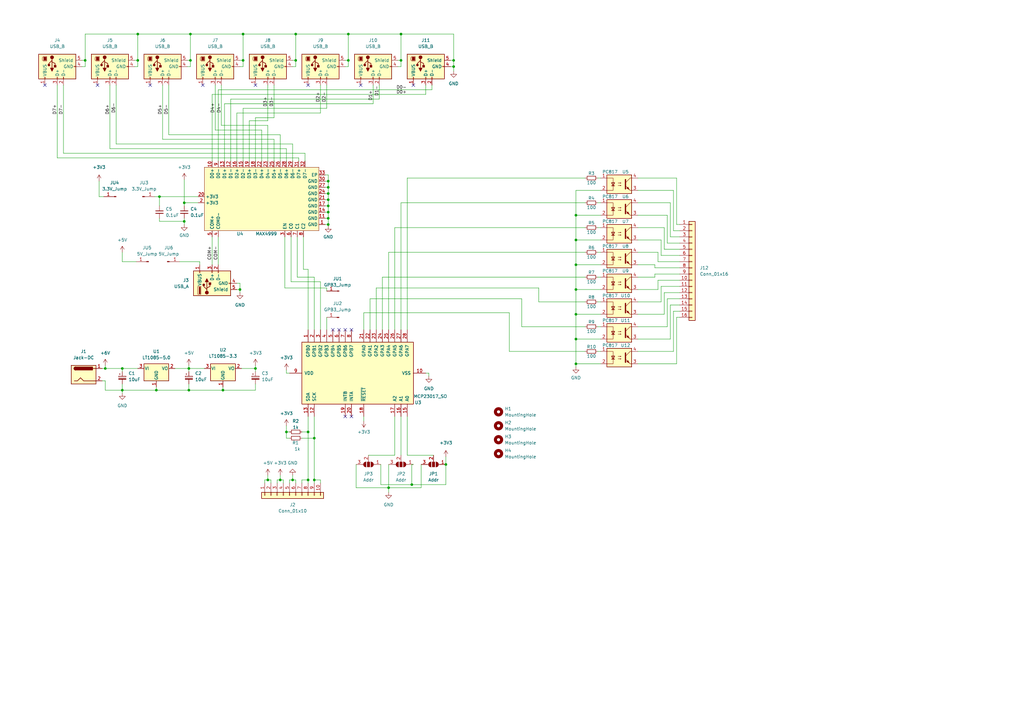
<source format=kicad_sch>
(kicad_sch (version 20211123) (generator eeschema)

  (uuid c4c2a2e0-271e-4a22-9194-808a2e837134)

  (paper "A3")

  (lib_symbols
    (symbol "AdditionalParts:MAX4999" (in_bom yes) (on_board yes)
      (property "Reference" "U?" (id 0) (at -62.23 37.5794 0)
        (effects (font (size 1.27 1.27)) (justify left))
      )
      (property "Value" "MAX4999" (id 1) (at -59.69 37.5794 0)
        (effects (font (size 1.27 1.27)) (justify left))
      )
      (property "Footprint" "AdditionalParts:MAX4999" (id 2) (at -15.24 45.72 0)
        (effects (font (size 1.27 1.27)) hide)
      )
      (property "Datasheet" "" (id 3) (at -15.24 45.72 0)
        (effects (font (size 1.27 1.27)) hide)
      )
      (symbol "MAX4999_0_1"
        (rectangle (start 21.59 56.515) (end 47.625 9.525)
          (stroke (width 0) (type default) (color 0 0 0 0))
          (fill (type background))
        )
      )
      (symbol "MAX4999_1_1"
        (pin input line (at 24.13 6.985 90) (length 2.54)
          (name "GND" (effects (font (size 1.27 1.27))))
          (number "1" (effects (font (size 1.27 1.27))))
        )
        (pin input line (at 50.165 53.34 180) (length 2.54)
          (name "D0+" (effects (font (size 1.27 1.27))))
          (number "10" (effects (font (size 1.27 1.27))))
        )
        (pin input line (at 26.67 6.985 90) (length 2.54)
          (name "GND" (effects (font (size 1.27 1.27))))
          (number "11" (effects (font (size 1.27 1.27))))
        )
        (pin input line (at 50.165 45.72 180) (length 2.54)
          (name "D1-" (effects (font (size 1.27 1.27))))
          (number "12" (effects (font (size 1.27 1.27))))
        )
        (pin input line (at 50.165 48.26 180) (length 2.54)
          (name "D1+" (effects (font (size 1.27 1.27))))
          (number "13" (effects (font (size 1.27 1.27))))
        )
        (pin input line (at 29.21 6.985 90) (length 2.54)
          (name "GND" (effects (font (size 1.27 1.27))))
          (number "14" (effects (font (size 1.27 1.27))))
        )
        (pin input line (at 50.165 40.64 180) (length 2.54)
          (name "D2-" (effects (font (size 1.27 1.27))))
          (number "15" (effects (font (size 1.27 1.27))))
        )
        (pin input line (at 50.165 43.18 180) (length 2.54)
          (name "D2+" (effects (font (size 1.27 1.27))))
          (number "16" (effects (font (size 1.27 1.27))))
        )
        (pin input line (at 31.75 6.985 90) (length 2.54)
          (name "GND" (effects (font (size 1.27 1.27))))
          (number "17" (effects (font (size 1.27 1.27))))
        )
        (pin input line (at 50.165 35.56 180) (length 2.54)
          (name "D3-" (effects (font (size 1.27 1.27))))
          (number "18" (effects (font (size 1.27 1.27))))
        )
        (pin input line (at 50.165 38.1 180) (length 2.54)
          (name "D3+" (effects (font (size 1.27 1.27))))
          (number "19" (effects (font (size 1.27 1.27))))
        )
        (pin input line (at 33.02 59.055 270) (length 2.54)
          (name "+3V3" (effects (font (size 1.27 1.27))))
          (number "2" (effects (font (size 1.27 1.27))))
        )
        (pin input line (at 35.56 59.055 270) (length 2.54)
          (name "+3V3" (effects (font (size 1.27 1.27))))
          (number "20" (effects (font (size 1.27 1.27))))
        )
        (pin input line (at 34.29 6.985 90) (length 2.54)
          (name "GND" (effects (font (size 1.27 1.27))))
          (number "21" (effects (font (size 1.27 1.27))))
        )
        (pin input line (at 50.165 33.02 180) (length 2.54)
          (name "D4+" (effects (font (size 1.27 1.27))))
          (number "22" (effects (font (size 1.27 1.27))))
        )
        (pin input line (at 50.165 30.48 180) (length 2.54)
          (name "D4-" (effects (font (size 1.27 1.27))))
          (number "23" (effects (font (size 1.27 1.27))))
        )
        (pin input line (at 36.83 6.985 90) (length 2.54)
          (name "GND" (effects (font (size 1.27 1.27))))
          (number "24" (effects (font (size 1.27 1.27))))
        )
        (pin input line (at 50.165 27.94 180) (length 2.54)
          (name "D5+" (effects (font (size 1.27 1.27))))
          (number "25" (effects (font (size 1.27 1.27))))
        )
        (pin input line (at 50.165 25.4 180) (length 2.54)
          (name "D5-" (effects (font (size 1.27 1.27))))
          (number "26" (effects (font (size 1.27 1.27))))
        )
        (pin input line (at 39.37 6.985 90) (length 2.54)
          (name "GND" (effects (font (size 1.27 1.27))))
          (number "27" (effects (font (size 1.27 1.27))))
        )
        (pin input line (at 50.165 22.86 180) (length 2.54)
          (name "D6+" (effects (font (size 1.27 1.27))))
          (number "28" (effects (font (size 1.27 1.27))))
        )
        (pin input line (at 50.165 20.32 180) (length 2.54)
          (name "D6-" (effects (font (size 1.27 1.27))))
          (number "29" (effects (font (size 1.27 1.27))))
        )
        (pin input line (at 19.05 23.495 0) (length 2.54)
          (name "EN" (effects (font (size 1.27 1.27))))
          (number "3" (effects (font (size 1.27 1.27))))
        )
        (pin input line (at 41.91 6.985 90) (length 2.54)
          (name "GND" (effects (font (size 1.27 1.27))))
          (number "30" (effects (font (size 1.27 1.27))))
        )
        (pin input line (at 50.165 17.78 180) (length 2.54)
          (name "D7+" (effects (font (size 1.27 1.27))))
          (number "31" (effects (font (size 1.27 1.27))))
        )
        (pin input line (at 50.165 15.24 180) (length 2.54)
          (name "D7-" (effects (font (size 1.27 1.27))))
          (number "32" (effects (font (size 1.27 1.27))))
        )
        (pin input line (at 44.45 6.985 90) (length 2.54)
          (name "EP" (effects (font (size 1.27 1.27))))
          (number "33" (effects (font (size 1.27 1.27))))
        )
        (pin input line (at 19.05 50.8 0) (length 2.54)
          (name "COM0-" (effects (font (size 1.27 1.27))))
          (number "4" (effects (font (size 1.27 1.27))))
        )
        (pin input line (at 19.05 53.34 0) (length 2.54)
          (name "COM+" (effects (font (size 1.27 1.27))))
          (number "5" (effects (font (size 1.27 1.27))))
        )
        (pin input line (at 19.05 20.955 0) (length 2.54)
          (name "C0" (effects (font (size 1.27 1.27))))
          (number "6" (effects (font (size 1.27 1.27))))
        )
        (pin input line (at 19.05 18.415 0) (length 2.54)
          (name "C1" (effects (font (size 1.27 1.27))))
          (number "7" (effects (font (size 1.27 1.27))))
        )
        (pin input line (at 19.05 15.875 0) (length 2.54)
          (name "C2" (effects (font (size 1.27 1.27))))
          (number "8" (effects (font (size 1.27 1.27))))
        )
        (pin input line (at 50.165 50.8 180) (length 2.54)
          (name "D0-" (effects (font (size 1.27 1.27))))
          (number "9" (effects (font (size 1.27 1.27))))
        )
      )
    )
    (symbol "Connector:Conn_01x01_Male" (pin_names (offset 1.016) hide) (in_bom yes) (on_board yes)
      (property "Reference" "J" (id 0) (at 0 2.54 0)
        (effects (font (size 1.27 1.27)))
      )
      (property "Value" "Conn_01x01_Male" (id 1) (at 0 -2.54 0)
        (effects (font (size 1.27 1.27)))
      )
      (property "Footprint" "" (id 2) (at 0 0 0)
        (effects (font (size 1.27 1.27)) hide)
      )
      (property "Datasheet" "~" (id 3) (at 0 0 0)
        (effects (font (size 1.27 1.27)) hide)
      )
      (property "ki_keywords" "connector" (id 4) (at 0 0 0)
        (effects (font (size 1.27 1.27)) hide)
      )
      (property "ki_description" "Generic connector, single row, 01x01, script generated (kicad-library-utils/schlib/autogen/connector/)" (id 5) (at 0 0 0)
        (effects (font (size 1.27 1.27)) hide)
      )
      (property "ki_fp_filters" "Connector*:*" (id 6) (at 0 0 0)
        (effects (font (size 1.27 1.27)) hide)
      )
      (symbol "Conn_01x01_Male_1_1"
        (polyline
          (pts
            (xy 1.27 0)
            (xy 0.8636 0)
          )
          (stroke (width 0.1524) (type default) (color 0 0 0 0))
          (fill (type none))
        )
        (rectangle (start 0.8636 0.127) (end 0 -0.127)
          (stroke (width 0.1524) (type default) (color 0 0 0 0))
          (fill (type outline))
        )
        (pin passive line (at 5.08 0 180) (length 3.81)
          (name "Pin_1" (effects (font (size 1.27 1.27))))
          (number "1" (effects (font (size 1.27 1.27))))
        )
      )
    )
    (symbol "Connector:Jack-DC" (pin_names (offset 1.016)) (in_bom yes) (on_board yes)
      (property "Reference" "J" (id 0) (at 0 5.334 0)
        (effects (font (size 1.27 1.27)))
      )
      (property "Value" "Jack-DC" (id 1) (at 0 -5.08 0)
        (effects (font (size 1.27 1.27)))
      )
      (property "Footprint" "" (id 2) (at 1.27 -1.016 0)
        (effects (font (size 1.27 1.27)) hide)
      )
      (property "Datasheet" "~" (id 3) (at 1.27 -1.016 0)
        (effects (font (size 1.27 1.27)) hide)
      )
      (property "ki_keywords" "DC power barrel jack connector" (id 4) (at 0 0 0)
        (effects (font (size 1.27 1.27)) hide)
      )
      (property "ki_description" "DC Barrel Jack" (id 5) (at 0 0 0)
        (effects (font (size 1.27 1.27)) hide)
      )
      (property "ki_fp_filters" "BarrelJack*" (id 6) (at 0 0 0)
        (effects (font (size 1.27 1.27)) hide)
      )
      (symbol "Jack-DC_0_1"
        (rectangle (start -5.08 3.81) (end 5.08 -3.81)
          (stroke (width 0.254) (type default) (color 0 0 0 0))
          (fill (type background))
        )
        (arc (start -3.302 3.175) (mid -3.937 2.54) (end -3.302 1.905)
          (stroke (width 0.254) (type default) (color 0 0 0 0))
          (fill (type none))
        )
        (arc (start -3.302 3.175) (mid -3.937 2.54) (end -3.302 1.905)
          (stroke (width 0.254) (type default) (color 0 0 0 0))
          (fill (type outline))
        )
        (polyline
          (pts
            (xy 5.08 2.54)
            (xy 3.81 2.54)
          )
          (stroke (width 0.254) (type default) (color 0 0 0 0))
          (fill (type none))
        )
        (polyline
          (pts
            (xy -3.81 -2.54)
            (xy -2.54 -2.54)
            (xy -1.27 -1.27)
            (xy 0 -2.54)
            (xy 2.54 -2.54)
            (xy 5.08 -2.54)
          )
          (stroke (width 0.254) (type default) (color 0 0 0 0))
          (fill (type none))
        )
        (rectangle (start 3.683 3.175) (end -3.302 1.905)
          (stroke (width 0.254) (type default) (color 0 0 0 0))
          (fill (type outline))
        )
      )
      (symbol "Jack-DC_1_1"
        (pin passive line (at 7.62 2.54 180) (length 2.54)
          (name "~" (effects (font (size 1.27 1.27))))
          (number "1" (effects (font (size 1.27 1.27))))
        )
        (pin passive line (at 7.62 -2.54 180) (length 2.54)
          (name "~" (effects (font (size 1.27 1.27))))
          (number "2" (effects (font (size 1.27 1.27))))
        )
      )
    )
    (symbol "Connector:USB_A" (pin_names (offset 1.016)) (in_bom yes) (on_board yes)
      (property "Reference" "J" (id 0) (at -5.08 11.43 0)
        (effects (font (size 1.27 1.27)) (justify left))
      )
      (property "Value" "USB_A" (id 1) (at -5.08 8.89 0)
        (effects (font (size 1.27 1.27)) (justify left))
      )
      (property "Footprint" "" (id 2) (at 3.81 -1.27 0)
        (effects (font (size 1.27 1.27)) hide)
      )
      (property "Datasheet" " ~" (id 3) (at 3.81 -1.27 0)
        (effects (font (size 1.27 1.27)) hide)
      )
      (property "ki_keywords" "connector USB" (id 4) (at 0 0 0)
        (effects (font (size 1.27 1.27)) hide)
      )
      (property "ki_description" "USB Type A connector" (id 5) (at 0 0 0)
        (effects (font (size 1.27 1.27)) hide)
      )
      (property "ki_fp_filters" "USB*" (id 6) (at 0 0 0)
        (effects (font (size 1.27 1.27)) hide)
      )
      (symbol "USB_A_0_1"
        (rectangle (start -5.08 -7.62) (end 5.08 7.62)
          (stroke (width 0.254) (type default) (color 0 0 0 0))
          (fill (type background))
        )
        (circle (center -3.81 2.159) (radius 0.635)
          (stroke (width 0.254) (type default) (color 0 0 0 0))
          (fill (type outline))
        )
        (rectangle (start -1.524 4.826) (end -4.318 5.334)
          (stroke (width 0) (type default) (color 0 0 0 0))
          (fill (type outline))
        )
        (rectangle (start -1.27 4.572) (end -4.572 5.842)
          (stroke (width 0) (type default) (color 0 0 0 0))
          (fill (type none))
        )
        (circle (center -0.635 3.429) (radius 0.381)
          (stroke (width 0.254) (type default) (color 0 0 0 0))
          (fill (type outline))
        )
        (rectangle (start -0.127 -7.62) (end 0.127 -6.858)
          (stroke (width 0) (type default) (color 0 0 0 0))
          (fill (type none))
        )
        (polyline
          (pts
            (xy -3.175 2.159)
            (xy -2.54 2.159)
            (xy -1.27 3.429)
            (xy -0.635 3.429)
          )
          (stroke (width 0.254) (type default) (color 0 0 0 0))
          (fill (type none))
        )
        (polyline
          (pts
            (xy -2.54 2.159)
            (xy -1.905 2.159)
            (xy -1.27 0.889)
            (xy 0 0.889)
          )
          (stroke (width 0.254) (type default) (color 0 0 0 0))
          (fill (type none))
        )
        (polyline
          (pts
            (xy 0.635 2.794)
            (xy 0.635 1.524)
            (xy 1.905 2.159)
            (xy 0.635 2.794)
          )
          (stroke (width 0.254) (type default) (color 0 0 0 0))
          (fill (type outline))
        )
        (rectangle (start 0.254 1.27) (end -0.508 0.508)
          (stroke (width 0.254) (type default) (color 0 0 0 0))
          (fill (type outline))
        )
        (rectangle (start 5.08 -2.667) (end 4.318 -2.413)
          (stroke (width 0) (type default) (color 0 0 0 0))
          (fill (type none))
        )
        (rectangle (start 5.08 -0.127) (end 4.318 0.127)
          (stroke (width 0) (type default) (color 0 0 0 0))
          (fill (type none))
        )
        (rectangle (start 5.08 4.953) (end 4.318 5.207)
          (stroke (width 0) (type default) (color 0 0 0 0))
          (fill (type none))
        )
      )
      (symbol "USB_A_1_1"
        (polyline
          (pts
            (xy -1.905 2.159)
            (xy 0.635 2.159)
          )
          (stroke (width 0.254) (type default) (color 0 0 0 0))
          (fill (type none))
        )
        (pin power_in line (at 7.62 5.08 180) (length 2.54)
          (name "VBUS" (effects (font (size 1.27 1.27))))
          (number "1" (effects (font (size 1.27 1.27))))
        )
        (pin bidirectional line (at 7.62 -2.54 180) (length 2.54)
          (name "D-" (effects (font (size 1.27 1.27))))
          (number "2" (effects (font (size 1.27 1.27))))
        )
        (pin bidirectional line (at 7.62 0 180) (length 2.54)
          (name "D+" (effects (font (size 1.27 1.27))))
          (number "3" (effects (font (size 1.27 1.27))))
        )
        (pin power_in line (at 0 -10.16 90) (length 2.54)
          (name "GND" (effects (font (size 1.27 1.27))))
          (number "4" (effects (font (size 1.27 1.27))))
        )
        (pin passive line (at -2.54 -10.16 90) (length 2.54)
          (name "Shield" (effects (font (size 1.27 1.27))))
          (number "5" (effects (font (size 1.27 1.27))))
        )
      )
    )
    (symbol "Connector:USB_B" (pin_names (offset 1.016)) (in_bom yes) (on_board yes)
      (property "Reference" "J" (id 0) (at -5.08 11.43 0)
        (effects (font (size 1.27 1.27)) (justify left))
      )
      (property "Value" "USB_B" (id 1) (at -5.08 8.89 0)
        (effects (font (size 1.27 1.27)) (justify left))
      )
      (property "Footprint" "" (id 2) (at 3.81 -1.27 0)
        (effects (font (size 1.27 1.27)) hide)
      )
      (property "Datasheet" " ~" (id 3) (at 3.81 -1.27 0)
        (effects (font (size 1.27 1.27)) hide)
      )
      (property "ki_keywords" "connector USB" (id 4) (at 0 0 0)
        (effects (font (size 1.27 1.27)) hide)
      )
      (property "ki_description" "USB Type B connector" (id 5) (at 0 0 0)
        (effects (font (size 1.27 1.27)) hide)
      )
      (property "ki_fp_filters" "USB*" (id 6) (at 0 0 0)
        (effects (font (size 1.27 1.27)) hide)
      )
      (symbol "USB_B_0_1"
        (rectangle (start -5.08 -7.62) (end 5.08 7.62)
          (stroke (width 0.254) (type default) (color 0 0 0 0))
          (fill (type background))
        )
        (circle (center -3.81 2.159) (radius 0.635)
          (stroke (width 0.254) (type default) (color 0 0 0 0))
          (fill (type outline))
        )
        (rectangle (start -3.81 5.588) (end -2.54 4.572)
          (stroke (width 0) (type default) (color 0 0 0 0))
          (fill (type outline))
        )
        (circle (center -0.635 3.429) (radius 0.381)
          (stroke (width 0.254) (type default) (color 0 0 0 0))
          (fill (type outline))
        )
        (rectangle (start -0.127 -7.62) (end 0.127 -6.858)
          (stroke (width 0) (type default) (color 0 0 0 0))
          (fill (type none))
        )
        (polyline
          (pts
            (xy -1.905 2.159)
            (xy 0.635 2.159)
          )
          (stroke (width 0.254) (type default) (color 0 0 0 0))
          (fill (type none))
        )
        (polyline
          (pts
            (xy -3.175 2.159)
            (xy -2.54 2.159)
            (xy -1.27 3.429)
            (xy -0.635 3.429)
          )
          (stroke (width 0.254) (type default) (color 0 0 0 0))
          (fill (type none))
        )
        (polyline
          (pts
            (xy -2.54 2.159)
            (xy -1.905 2.159)
            (xy -1.27 0.889)
            (xy 0 0.889)
          )
          (stroke (width 0.254) (type default) (color 0 0 0 0))
          (fill (type none))
        )
        (polyline
          (pts
            (xy 0.635 2.794)
            (xy 0.635 1.524)
            (xy 1.905 2.159)
            (xy 0.635 2.794)
          )
          (stroke (width 0.254) (type default) (color 0 0 0 0))
          (fill (type outline))
        )
        (polyline
          (pts
            (xy -4.064 4.318)
            (xy -2.286 4.318)
            (xy -2.286 5.715)
            (xy -2.667 6.096)
            (xy -3.683 6.096)
            (xy -4.064 5.715)
            (xy -4.064 4.318)
          )
          (stroke (width 0) (type default) (color 0 0 0 0))
          (fill (type none))
        )
        (rectangle (start 0.254 1.27) (end -0.508 0.508)
          (stroke (width 0.254) (type default) (color 0 0 0 0))
          (fill (type outline))
        )
        (rectangle (start 5.08 -2.667) (end 4.318 -2.413)
          (stroke (width 0) (type default) (color 0 0 0 0))
          (fill (type none))
        )
        (rectangle (start 5.08 -0.127) (end 4.318 0.127)
          (stroke (width 0) (type default) (color 0 0 0 0))
          (fill (type none))
        )
        (rectangle (start 5.08 4.953) (end 4.318 5.207)
          (stroke (width 0) (type default) (color 0 0 0 0))
          (fill (type none))
        )
      )
      (symbol "USB_B_1_1"
        (pin power_out line (at 7.62 5.08 180) (length 2.54)
          (name "VBUS" (effects (font (size 1.27 1.27))))
          (number "1" (effects (font (size 1.27 1.27))))
        )
        (pin bidirectional line (at 7.62 -2.54 180) (length 2.54)
          (name "D-" (effects (font (size 1.27 1.27))))
          (number "2" (effects (font (size 1.27 1.27))))
        )
        (pin bidirectional line (at 7.62 0 180) (length 2.54)
          (name "D+" (effects (font (size 1.27 1.27))))
          (number "3" (effects (font (size 1.27 1.27))))
        )
        (pin power_out line (at 0 -10.16 90) (length 2.54)
          (name "GND" (effects (font (size 1.27 1.27))))
          (number "4" (effects (font (size 1.27 1.27))))
        )
        (pin passive line (at -2.54 -10.16 90) (length 2.54)
          (name "Shield" (effects (font (size 1.27 1.27))))
          (number "5" (effects (font (size 1.27 1.27))))
        )
      )
    )
    (symbol "Connector_Generic:Conn_01x10" (pin_names (offset 1.016) hide) (in_bom yes) (on_board yes)
      (property "Reference" "J" (id 0) (at 0 12.7 0)
        (effects (font (size 1.27 1.27)))
      )
      (property "Value" "Conn_01x10" (id 1) (at 0 -15.24 0)
        (effects (font (size 1.27 1.27)))
      )
      (property "Footprint" "" (id 2) (at 0 0 0)
        (effects (font (size 1.27 1.27)) hide)
      )
      (property "Datasheet" "~" (id 3) (at 0 0 0)
        (effects (font (size 1.27 1.27)) hide)
      )
      (property "ki_keywords" "connector" (id 4) (at 0 0 0)
        (effects (font (size 1.27 1.27)) hide)
      )
      (property "ki_description" "Generic connector, single row, 01x10, script generated (kicad-library-utils/schlib/autogen/connector/)" (id 5) (at 0 0 0)
        (effects (font (size 1.27 1.27)) hide)
      )
      (property "ki_fp_filters" "Connector*:*_1x??_*" (id 6) (at 0 0 0)
        (effects (font (size 1.27 1.27)) hide)
      )
      (symbol "Conn_01x10_1_1"
        (rectangle (start -1.27 -12.573) (end 0 -12.827)
          (stroke (width 0.1524) (type default) (color 0 0 0 0))
          (fill (type none))
        )
        (rectangle (start -1.27 -10.033) (end 0 -10.287)
          (stroke (width 0.1524) (type default) (color 0 0 0 0))
          (fill (type none))
        )
        (rectangle (start -1.27 -7.493) (end 0 -7.747)
          (stroke (width 0.1524) (type default) (color 0 0 0 0))
          (fill (type none))
        )
        (rectangle (start -1.27 -4.953) (end 0 -5.207)
          (stroke (width 0.1524) (type default) (color 0 0 0 0))
          (fill (type none))
        )
        (rectangle (start -1.27 -2.413) (end 0 -2.667)
          (stroke (width 0.1524) (type default) (color 0 0 0 0))
          (fill (type none))
        )
        (rectangle (start -1.27 0.127) (end 0 -0.127)
          (stroke (width 0.1524) (type default) (color 0 0 0 0))
          (fill (type none))
        )
        (rectangle (start -1.27 2.667) (end 0 2.413)
          (stroke (width 0.1524) (type default) (color 0 0 0 0))
          (fill (type none))
        )
        (rectangle (start -1.27 5.207) (end 0 4.953)
          (stroke (width 0.1524) (type default) (color 0 0 0 0))
          (fill (type none))
        )
        (rectangle (start -1.27 7.747) (end 0 7.493)
          (stroke (width 0.1524) (type default) (color 0 0 0 0))
          (fill (type none))
        )
        (rectangle (start -1.27 10.287) (end 0 10.033)
          (stroke (width 0.1524) (type default) (color 0 0 0 0))
          (fill (type none))
        )
        (rectangle (start -1.27 11.43) (end 1.27 -13.97)
          (stroke (width 0.254) (type default) (color 0 0 0 0))
          (fill (type background))
        )
        (pin passive line (at -5.08 10.16 0) (length 3.81)
          (name "Pin_1" (effects (font (size 1.27 1.27))))
          (number "1" (effects (font (size 1.27 1.27))))
        )
        (pin passive line (at -5.08 -12.7 0) (length 3.81)
          (name "Pin_10" (effects (font (size 1.27 1.27))))
          (number "10" (effects (font (size 1.27 1.27))))
        )
        (pin passive line (at -5.08 7.62 0) (length 3.81)
          (name "Pin_2" (effects (font (size 1.27 1.27))))
          (number "2" (effects (font (size 1.27 1.27))))
        )
        (pin passive line (at -5.08 5.08 0) (length 3.81)
          (name "Pin_3" (effects (font (size 1.27 1.27))))
          (number "3" (effects (font (size 1.27 1.27))))
        )
        (pin passive line (at -5.08 2.54 0) (length 3.81)
          (name "Pin_4" (effects (font (size 1.27 1.27))))
          (number "4" (effects (font (size 1.27 1.27))))
        )
        (pin passive line (at -5.08 0 0) (length 3.81)
          (name "Pin_5" (effects (font (size 1.27 1.27))))
          (number "5" (effects (font (size 1.27 1.27))))
        )
        (pin passive line (at -5.08 -2.54 0) (length 3.81)
          (name "Pin_6" (effects (font (size 1.27 1.27))))
          (number "6" (effects (font (size 1.27 1.27))))
        )
        (pin passive line (at -5.08 -5.08 0) (length 3.81)
          (name "Pin_7" (effects (font (size 1.27 1.27))))
          (number "7" (effects (font (size 1.27 1.27))))
        )
        (pin passive line (at -5.08 -7.62 0) (length 3.81)
          (name "Pin_8" (effects (font (size 1.27 1.27))))
          (number "8" (effects (font (size 1.27 1.27))))
        )
        (pin passive line (at -5.08 -10.16 0) (length 3.81)
          (name "Pin_9" (effects (font (size 1.27 1.27))))
          (number "9" (effects (font (size 1.27 1.27))))
        )
      )
    )
    (symbol "Connector_Generic:Conn_01x16" (pin_names (offset 1.016) hide) (in_bom yes) (on_board yes)
      (property "Reference" "J" (id 0) (at 0 20.32 0)
        (effects (font (size 1.27 1.27)))
      )
      (property "Value" "Conn_01x16" (id 1) (at 0 -22.86 0)
        (effects (font (size 1.27 1.27)))
      )
      (property "Footprint" "" (id 2) (at 0 0 0)
        (effects (font (size 1.27 1.27)) hide)
      )
      (property "Datasheet" "~" (id 3) (at 0 0 0)
        (effects (font (size 1.27 1.27)) hide)
      )
      (property "ki_keywords" "connector" (id 4) (at 0 0 0)
        (effects (font (size 1.27 1.27)) hide)
      )
      (property "ki_description" "Generic connector, single row, 01x16, script generated (kicad-library-utils/schlib/autogen/connector/)" (id 5) (at 0 0 0)
        (effects (font (size 1.27 1.27)) hide)
      )
      (property "ki_fp_filters" "Connector*:*_1x??_*" (id 6) (at 0 0 0)
        (effects (font (size 1.27 1.27)) hide)
      )
      (symbol "Conn_01x16_1_1"
        (rectangle (start -1.27 -20.193) (end 0 -20.447)
          (stroke (width 0.1524) (type default) (color 0 0 0 0))
          (fill (type none))
        )
        (rectangle (start -1.27 -17.653) (end 0 -17.907)
          (stroke (width 0.1524) (type default) (color 0 0 0 0))
          (fill (type none))
        )
        (rectangle (start -1.27 -15.113) (end 0 -15.367)
          (stroke (width 0.1524) (type default) (color 0 0 0 0))
          (fill (type none))
        )
        (rectangle (start -1.27 -12.573) (end 0 -12.827)
          (stroke (width 0.1524) (type default) (color 0 0 0 0))
          (fill (type none))
        )
        (rectangle (start -1.27 -10.033) (end 0 -10.287)
          (stroke (width 0.1524) (type default) (color 0 0 0 0))
          (fill (type none))
        )
        (rectangle (start -1.27 -7.493) (end 0 -7.747)
          (stroke (width 0.1524) (type default) (color 0 0 0 0))
          (fill (type none))
        )
        (rectangle (start -1.27 -4.953) (end 0 -5.207)
          (stroke (width 0.1524) (type default) (color 0 0 0 0))
          (fill (type none))
        )
        (rectangle (start -1.27 -2.413) (end 0 -2.667)
          (stroke (width 0.1524) (type default) (color 0 0 0 0))
          (fill (type none))
        )
        (rectangle (start -1.27 0.127) (end 0 -0.127)
          (stroke (width 0.1524) (type default) (color 0 0 0 0))
          (fill (type none))
        )
        (rectangle (start -1.27 2.667) (end 0 2.413)
          (stroke (width 0.1524) (type default) (color 0 0 0 0))
          (fill (type none))
        )
        (rectangle (start -1.27 5.207) (end 0 4.953)
          (stroke (width 0.1524) (type default) (color 0 0 0 0))
          (fill (type none))
        )
        (rectangle (start -1.27 7.747) (end 0 7.493)
          (stroke (width 0.1524) (type default) (color 0 0 0 0))
          (fill (type none))
        )
        (rectangle (start -1.27 10.287) (end 0 10.033)
          (stroke (width 0.1524) (type default) (color 0 0 0 0))
          (fill (type none))
        )
        (rectangle (start -1.27 12.827) (end 0 12.573)
          (stroke (width 0.1524) (type default) (color 0 0 0 0))
          (fill (type none))
        )
        (rectangle (start -1.27 15.367) (end 0 15.113)
          (stroke (width 0.1524) (type default) (color 0 0 0 0))
          (fill (type none))
        )
        (rectangle (start -1.27 17.907) (end 0 17.653)
          (stroke (width 0.1524) (type default) (color 0 0 0 0))
          (fill (type none))
        )
        (rectangle (start -1.27 19.05) (end 1.27 -21.59)
          (stroke (width 0.254) (type default) (color 0 0 0 0))
          (fill (type background))
        )
        (pin passive line (at -5.08 17.78 0) (length 3.81)
          (name "Pin_1" (effects (font (size 1.27 1.27))))
          (number "1" (effects (font (size 1.27 1.27))))
        )
        (pin passive line (at -5.08 -5.08 0) (length 3.81)
          (name "Pin_10" (effects (font (size 1.27 1.27))))
          (number "10" (effects (font (size 1.27 1.27))))
        )
        (pin passive line (at -5.08 -7.62 0) (length 3.81)
          (name "Pin_11" (effects (font (size 1.27 1.27))))
          (number "11" (effects (font (size 1.27 1.27))))
        )
        (pin passive line (at -5.08 -10.16 0) (length 3.81)
          (name "Pin_12" (effects (font (size 1.27 1.27))))
          (number "12" (effects (font (size 1.27 1.27))))
        )
        (pin passive line (at -5.08 -12.7 0) (length 3.81)
          (name "Pin_13" (effects (font (size 1.27 1.27))))
          (number "13" (effects (font (size 1.27 1.27))))
        )
        (pin passive line (at -5.08 -15.24 0) (length 3.81)
          (name "Pin_14" (effects (font (size 1.27 1.27))))
          (number "14" (effects (font (size 1.27 1.27))))
        )
        (pin passive line (at -5.08 -17.78 0) (length 3.81)
          (name "Pin_15" (effects (font (size 1.27 1.27))))
          (number "15" (effects (font (size 1.27 1.27))))
        )
        (pin passive line (at -5.08 -20.32 0) (length 3.81)
          (name "Pin_16" (effects (font (size 1.27 1.27))))
          (number "16" (effects (font (size 1.27 1.27))))
        )
        (pin passive line (at -5.08 15.24 0) (length 3.81)
          (name "Pin_2" (effects (font (size 1.27 1.27))))
          (number "2" (effects (font (size 1.27 1.27))))
        )
        (pin passive line (at -5.08 12.7 0) (length 3.81)
          (name "Pin_3" (effects (font (size 1.27 1.27))))
          (number "3" (effects (font (size 1.27 1.27))))
        )
        (pin passive line (at -5.08 10.16 0) (length 3.81)
          (name "Pin_4" (effects (font (size 1.27 1.27))))
          (number "4" (effects (font (size 1.27 1.27))))
        )
        (pin passive line (at -5.08 7.62 0) (length 3.81)
          (name "Pin_5" (effects (font (size 1.27 1.27))))
          (number "5" (effects (font (size 1.27 1.27))))
        )
        (pin passive line (at -5.08 5.08 0) (length 3.81)
          (name "Pin_6" (effects (font (size 1.27 1.27))))
          (number "6" (effects (font (size 1.27 1.27))))
        )
        (pin passive line (at -5.08 2.54 0) (length 3.81)
          (name "Pin_7" (effects (font (size 1.27 1.27))))
          (number "7" (effects (font (size 1.27 1.27))))
        )
        (pin passive line (at -5.08 0 0) (length 3.81)
          (name "Pin_8" (effects (font (size 1.27 1.27))))
          (number "8" (effects (font (size 1.27 1.27))))
        )
        (pin passive line (at -5.08 -2.54 0) (length 3.81)
          (name "Pin_9" (effects (font (size 1.27 1.27))))
          (number "9" (effects (font (size 1.27 1.27))))
        )
      )
    )
    (symbol "Device:C_Polarized_Small" (pin_numbers hide) (pin_names (offset 0.254) hide) (in_bom yes) (on_board yes)
      (property "Reference" "C" (id 0) (at 0.254 1.778 0)
        (effects (font (size 1.27 1.27)) (justify left))
      )
      (property "Value" "C_Polarized_Small" (id 1) (at 0.254 -2.032 0)
        (effects (font (size 1.27 1.27)) (justify left))
      )
      (property "Footprint" "" (id 2) (at 0 0 0)
        (effects (font (size 1.27 1.27)) hide)
      )
      (property "Datasheet" "~" (id 3) (at 0 0 0)
        (effects (font (size 1.27 1.27)) hide)
      )
      (property "ki_keywords" "cap capacitor" (id 4) (at 0 0 0)
        (effects (font (size 1.27 1.27)) hide)
      )
      (property "ki_description" "Polarized capacitor, small symbol" (id 5) (at 0 0 0)
        (effects (font (size 1.27 1.27)) hide)
      )
      (property "ki_fp_filters" "CP_*" (id 6) (at 0 0 0)
        (effects (font (size 1.27 1.27)) hide)
      )
      (symbol "C_Polarized_Small_0_1"
        (rectangle (start -1.524 -0.3048) (end 1.524 -0.6858)
          (stroke (width 0) (type default) (color 0 0 0 0))
          (fill (type outline))
        )
        (rectangle (start -1.524 0.6858) (end 1.524 0.3048)
          (stroke (width 0) (type default) (color 0 0 0 0))
          (fill (type none))
        )
        (polyline
          (pts
            (xy -1.27 1.524)
            (xy -0.762 1.524)
          )
          (stroke (width 0) (type default) (color 0 0 0 0))
          (fill (type none))
        )
        (polyline
          (pts
            (xy -1.016 1.27)
            (xy -1.016 1.778)
          )
          (stroke (width 0) (type default) (color 0 0 0 0))
          (fill (type none))
        )
      )
      (symbol "C_Polarized_Small_1_1"
        (pin passive line (at 0 2.54 270) (length 1.8542)
          (name "~" (effects (font (size 1.27 1.27))))
          (number "1" (effects (font (size 1.27 1.27))))
        )
        (pin passive line (at 0 -2.54 90) (length 1.8542)
          (name "~" (effects (font (size 1.27 1.27))))
          (number "2" (effects (font (size 1.27 1.27))))
        )
      )
    )
    (symbol "Device:C_Small" (pin_numbers hide) (pin_names (offset 0.254) hide) (in_bom yes) (on_board yes)
      (property "Reference" "C" (id 0) (at 0.254 1.778 0)
        (effects (font (size 1.27 1.27)) (justify left))
      )
      (property "Value" "C_Small" (id 1) (at 0.254 -2.032 0)
        (effects (font (size 1.27 1.27)) (justify left))
      )
      (property "Footprint" "" (id 2) (at 0 0 0)
        (effects (font (size 1.27 1.27)) hide)
      )
      (property "Datasheet" "~" (id 3) (at 0 0 0)
        (effects (font (size 1.27 1.27)) hide)
      )
      (property "ki_keywords" "capacitor cap" (id 4) (at 0 0 0)
        (effects (font (size 1.27 1.27)) hide)
      )
      (property "ki_description" "Unpolarized capacitor, small symbol" (id 5) (at 0 0 0)
        (effects (font (size 1.27 1.27)) hide)
      )
      (property "ki_fp_filters" "C_*" (id 6) (at 0 0 0)
        (effects (font (size 1.27 1.27)) hide)
      )
      (symbol "C_Small_0_1"
        (polyline
          (pts
            (xy -1.524 -0.508)
            (xy 1.524 -0.508)
          )
          (stroke (width 0.3302) (type default) (color 0 0 0 0))
          (fill (type none))
        )
        (polyline
          (pts
            (xy -1.524 0.508)
            (xy 1.524 0.508)
          )
          (stroke (width 0.3048) (type default) (color 0 0 0 0))
          (fill (type none))
        )
      )
      (symbol "C_Small_1_1"
        (pin passive line (at 0 2.54 270) (length 2.032)
          (name "~" (effects (font (size 1.27 1.27))))
          (number "1" (effects (font (size 1.27 1.27))))
        )
        (pin passive line (at 0 -2.54 90) (length 2.032)
          (name "~" (effects (font (size 1.27 1.27))))
          (number "2" (effects (font (size 1.27 1.27))))
        )
      )
    )
    (symbol "Device:R_Small" (pin_numbers hide) (pin_names (offset 0.254) hide) (in_bom yes) (on_board yes)
      (property "Reference" "R" (id 0) (at 0.762 0.508 0)
        (effects (font (size 1.27 1.27)) (justify left))
      )
      (property "Value" "R_Small" (id 1) (at 0.762 -1.016 0)
        (effects (font (size 1.27 1.27)) (justify left))
      )
      (property "Footprint" "" (id 2) (at 0 0 0)
        (effects (font (size 1.27 1.27)) hide)
      )
      (property "Datasheet" "~" (id 3) (at 0 0 0)
        (effects (font (size 1.27 1.27)) hide)
      )
      (property "ki_keywords" "R resistor" (id 4) (at 0 0 0)
        (effects (font (size 1.27 1.27)) hide)
      )
      (property "ki_description" "Resistor, small symbol" (id 5) (at 0 0 0)
        (effects (font (size 1.27 1.27)) hide)
      )
      (property "ki_fp_filters" "R_*" (id 6) (at 0 0 0)
        (effects (font (size 1.27 1.27)) hide)
      )
      (symbol "R_Small_0_1"
        (rectangle (start -0.762 1.778) (end 0.762 -1.778)
          (stroke (width 0.2032) (type default) (color 0 0 0 0))
          (fill (type none))
        )
      )
      (symbol "R_Small_1_1"
        (pin passive line (at 0 2.54 270) (length 0.762)
          (name "~" (effects (font (size 1.27 1.27))))
          (number "1" (effects (font (size 1.27 1.27))))
        )
        (pin passive line (at 0 -2.54 90) (length 0.762)
          (name "~" (effects (font (size 1.27 1.27))))
          (number "2" (effects (font (size 1.27 1.27))))
        )
      )
    )
    (symbol "Interface_Expansion:MCP23017_SO" (pin_names (offset 1.016)) (in_bom yes) (on_board yes)
      (property "Reference" "U" (id 0) (at -11.43 24.13 0)
        (effects (font (size 1.27 1.27)))
      )
      (property "Value" "MCP23017_SO" (id 1) (at 0 0 0)
        (effects (font (size 1.27 1.27)))
      )
      (property "Footprint" "Package_SO:SOIC-28W_7.5x17.9mm_P1.27mm" (id 2) (at 5.08 -25.4 0)
        (effects (font (size 1.27 1.27)) (justify left) hide)
      )
      (property "Datasheet" "http://ww1.microchip.com/downloads/en/DeviceDoc/20001952C.pdf" (id 3) (at 5.08 -27.94 0)
        (effects (font (size 1.27 1.27)) (justify left) hide)
      )
      (property "ki_keywords" "I2C parallel port expander" (id 4) (at 0 0 0)
        (effects (font (size 1.27 1.27)) hide)
      )
      (property "ki_description" "16-bit I/O expander, I2C, interrupts, w pull-ups, SOIC-28" (id 5) (at 0 0 0)
        (effects (font (size 1.27 1.27)) hide)
      )
      (property "ki_fp_filters" "SOIC*7.5x17.9mm*P1.27mm*" (id 6) (at 0 0 0)
        (effects (font (size 1.27 1.27)) hide)
      )
      (symbol "MCP23017_SO_0_1"
        (rectangle (start -12.7 22.86) (end 12.7 -22.86)
          (stroke (width 0.254) (type default) (color 0 0 0 0))
          (fill (type background))
        )
      )
      (symbol "MCP23017_SO_1_1"
        (pin bidirectional line (at 17.78 20.32 180) (length 5.08)
          (name "GPB0" (effects (font (size 1.27 1.27))))
          (number "1" (effects (font (size 1.27 1.27))))
        )
        (pin power_in line (at 0 -27.94 90) (length 5.08)
          (name "VSS" (effects (font (size 1.27 1.27))))
          (number "10" (effects (font (size 1.27 1.27))))
        )
        (pin no_connect line (at -12.7 15.24 0) (length 5.08) hide
          (name "NC" (effects (font (size 1.27 1.27))))
          (number "11" (effects (font (size 1.27 1.27))))
        )
        (pin input line (at -17.78 17.78 0) (length 5.08)
          (name "SCK" (effects (font (size 1.27 1.27))))
          (number "12" (effects (font (size 1.27 1.27))))
        )
        (pin bidirectional line (at -17.78 20.32 0) (length 5.08)
          (name "SDA" (effects (font (size 1.27 1.27))))
          (number "13" (effects (font (size 1.27 1.27))))
        )
        (pin no_connect line (at -12.7 12.7 0) (length 5.08) hide
          (name "NC" (effects (font (size 1.27 1.27))))
          (number "14" (effects (font (size 1.27 1.27))))
        )
        (pin input line (at -17.78 -20.32 0) (length 5.08)
          (name "A0" (effects (font (size 1.27 1.27))))
          (number "15" (effects (font (size 1.27 1.27))))
        )
        (pin input line (at -17.78 -17.78 0) (length 5.08)
          (name "A1" (effects (font (size 1.27 1.27))))
          (number "16" (effects (font (size 1.27 1.27))))
        )
        (pin input line (at -17.78 -15.24 0) (length 5.08)
          (name "A2" (effects (font (size 1.27 1.27))))
          (number "17" (effects (font (size 1.27 1.27))))
        )
        (pin input line (at -17.78 -2.54 0) (length 5.08)
          (name "~{RESET}" (effects (font (size 1.27 1.27))))
          (number "18" (effects (font (size 1.27 1.27))))
        )
        (pin tri_state line (at -17.78 5.08 0) (length 5.08)
          (name "INTB" (effects (font (size 1.27 1.27))))
          (number "19" (effects (font (size 1.27 1.27))))
        )
        (pin bidirectional line (at 17.78 17.78 180) (length 5.08)
          (name "GPB1" (effects (font (size 1.27 1.27))))
          (number "2" (effects (font (size 1.27 1.27))))
        )
        (pin tri_state line (at -17.78 2.54 0) (length 5.08)
          (name "INTA" (effects (font (size 1.27 1.27))))
          (number "20" (effects (font (size 1.27 1.27))))
        )
        (pin bidirectional line (at 17.78 -2.54 180) (length 5.08)
          (name "GPA0" (effects (font (size 1.27 1.27))))
          (number "21" (effects (font (size 1.27 1.27))))
        )
        (pin bidirectional line (at 17.78 -5.08 180) (length 5.08)
          (name "GPA1" (effects (font (size 1.27 1.27))))
          (number "22" (effects (font (size 1.27 1.27))))
        )
        (pin bidirectional line (at 17.78 -7.62 180) (length 5.08)
          (name "GPA2" (effects (font (size 1.27 1.27))))
          (number "23" (effects (font (size 1.27 1.27))))
        )
        (pin bidirectional line (at 17.78 -10.16 180) (length 5.08)
          (name "GPA3" (effects (font (size 1.27 1.27))))
          (number "24" (effects (font (size 1.27 1.27))))
        )
        (pin bidirectional line (at 17.78 -12.7 180) (length 5.08)
          (name "GPA4" (effects (font (size 1.27 1.27))))
          (number "25" (effects (font (size 1.27 1.27))))
        )
        (pin bidirectional line (at 17.78 -15.24 180) (length 5.08)
          (name "GPA5" (effects (font (size 1.27 1.27))))
          (number "26" (effects (font (size 1.27 1.27))))
        )
        (pin bidirectional line (at 17.78 -17.78 180) (length 5.08)
          (name "GPA6" (effects (font (size 1.27 1.27))))
          (number "27" (effects (font (size 1.27 1.27))))
        )
        (pin bidirectional line (at 17.78 -20.32 180) (length 5.08)
          (name "GPA7" (effects (font (size 1.27 1.27))))
          (number "28" (effects (font (size 1.27 1.27))))
        )
        (pin bidirectional line (at 17.78 15.24 180) (length 5.08)
          (name "GPB2" (effects (font (size 1.27 1.27))))
          (number "3" (effects (font (size 1.27 1.27))))
        )
        (pin bidirectional line (at 17.78 12.7 180) (length 5.08)
          (name "GPB3" (effects (font (size 1.27 1.27))))
          (number "4" (effects (font (size 1.27 1.27))))
        )
        (pin bidirectional line (at 17.78 10.16 180) (length 5.08)
          (name "GPB4" (effects (font (size 1.27 1.27))))
          (number "5" (effects (font (size 1.27 1.27))))
        )
        (pin bidirectional line (at 17.78 7.62 180) (length 5.08)
          (name "GPB5" (effects (font (size 1.27 1.27))))
          (number "6" (effects (font (size 1.27 1.27))))
        )
        (pin bidirectional line (at 17.78 5.08 180) (length 5.08)
          (name "GPB6" (effects (font (size 1.27 1.27))))
          (number "7" (effects (font (size 1.27 1.27))))
        )
        (pin bidirectional line (at 17.78 2.54 180) (length 5.08)
          (name "GPB7" (effects (font (size 1.27 1.27))))
          (number "8" (effects (font (size 1.27 1.27))))
        )
        (pin power_in line (at 0 27.94 270) (length 5.08)
          (name "VDD" (effects (font (size 1.27 1.27))))
          (number "9" (effects (font (size 1.27 1.27))))
        )
      )
    )
    (symbol "Isolator:PC817" (pin_names (offset 1.016)) (in_bom yes) (on_board yes)
      (property "Reference" "U" (id 0) (at -5.08 5.08 0)
        (effects (font (size 1.27 1.27)) (justify left))
      )
      (property "Value" "PC817" (id 1) (at 0 5.08 0)
        (effects (font (size 1.27 1.27)) (justify left))
      )
      (property "Footprint" "Package_DIP:DIP-4_W7.62mm" (id 2) (at -5.08 -5.08 0)
        (effects (font (size 1.27 1.27) italic) (justify left) hide)
      )
      (property "Datasheet" "http://www.soselectronic.cz/a_info/resource/d/pc817.pdf" (id 3) (at 0 0 0)
        (effects (font (size 1.27 1.27)) (justify left) hide)
      )
      (property "ki_keywords" "NPN DC Optocoupler" (id 4) (at 0 0 0)
        (effects (font (size 1.27 1.27)) hide)
      )
      (property "ki_description" "DC Optocoupler, Vce 35V, CTR 50-300%, DIP-4" (id 5) (at 0 0 0)
        (effects (font (size 1.27 1.27)) hide)
      )
      (property "ki_fp_filters" "DIP*W7.62mm*" (id 6) (at 0 0 0)
        (effects (font (size 1.27 1.27)) hide)
      )
      (symbol "PC817_0_1"
        (rectangle (start -5.08 3.81) (end 5.08 -3.81)
          (stroke (width 0.254) (type default) (color 0 0 0 0))
          (fill (type background))
        )
        (polyline
          (pts
            (xy -3.175 -0.635)
            (xy -1.905 -0.635)
          )
          (stroke (width 0.254) (type default) (color 0 0 0 0))
          (fill (type none))
        )
        (polyline
          (pts
            (xy 2.54 0.635)
            (xy 4.445 2.54)
          )
          (stroke (width 0) (type default) (color 0 0 0 0))
          (fill (type none))
        )
        (polyline
          (pts
            (xy 4.445 -2.54)
            (xy 2.54 -0.635)
          )
          (stroke (width 0) (type default) (color 0 0 0 0))
          (fill (type outline))
        )
        (polyline
          (pts
            (xy 4.445 -2.54)
            (xy 5.08 -2.54)
          )
          (stroke (width 0) (type default) (color 0 0 0 0))
          (fill (type none))
        )
        (polyline
          (pts
            (xy 4.445 2.54)
            (xy 5.08 2.54)
          )
          (stroke (width 0) (type default) (color 0 0 0 0))
          (fill (type none))
        )
        (polyline
          (pts
            (xy -5.08 2.54)
            (xy -2.54 2.54)
            (xy -2.54 -0.635)
          )
          (stroke (width 0) (type default) (color 0 0 0 0))
          (fill (type none))
        )
        (polyline
          (pts
            (xy -2.54 -0.635)
            (xy -2.54 -2.54)
            (xy -5.08 -2.54)
          )
          (stroke (width 0) (type default) (color 0 0 0 0))
          (fill (type none))
        )
        (polyline
          (pts
            (xy 2.54 1.905)
            (xy 2.54 -1.905)
            (xy 2.54 -1.905)
          )
          (stroke (width 0.508) (type default) (color 0 0 0 0))
          (fill (type none))
        )
        (polyline
          (pts
            (xy -2.54 -0.635)
            (xy -3.175 0.635)
            (xy -1.905 0.635)
            (xy -2.54 -0.635)
          )
          (stroke (width 0.254) (type default) (color 0 0 0 0))
          (fill (type none))
        )
        (polyline
          (pts
            (xy -0.508 -0.508)
            (xy 0.762 -0.508)
            (xy 0.381 -0.635)
            (xy 0.381 -0.381)
            (xy 0.762 -0.508)
          )
          (stroke (width 0) (type default) (color 0 0 0 0))
          (fill (type none))
        )
        (polyline
          (pts
            (xy -0.508 0.508)
            (xy 0.762 0.508)
            (xy 0.381 0.381)
            (xy 0.381 0.635)
            (xy 0.762 0.508)
          )
          (stroke (width 0) (type default) (color 0 0 0 0))
          (fill (type none))
        )
        (polyline
          (pts
            (xy 3.048 -1.651)
            (xy 3.556 -1.143)
            (xy 4.064 -2.159)
            (xy 3.048 -1.651)
            (xy 3.048 -1.651)
          )
          (stroke (width 0) (type default) (color 0 0 0 0))
          (fill (type outline))
        )
      )
      (symbol "PC817_1_1"
        (pin passive line (at -7.62 2.54 0) (length 2.54)
          (name "~" (effects (font (size 1.27 1.27))))
          (number "1" (effects (font (size 1.27 1.27))))
        )
        (pin passive line (at -7.62 -2.54 0) (length 2.54)
          (name "~" (effects (font (size 1.27 1.27))))
          (number "2" (effects (font (size 1.27 1.27))))
        )
        (pin passive line (at 7.62 -2.54 180) (length 2.54)
          (name "~" (effects (font (size 1.27 1.27))))
          (number "3" (effects (font (size 1.27 1.27))))
        )
        (pin passive line (at 7.62 2.54 180) (length 2.54)
          (name "~" (effects (font (size 1.27 1.27))))
          (number "4" (effects (font (size 1.27 1.27))))
        )
      )
    )
    (symbol "Jumper:SolderJumper_3_Open" (pin_names (offset 0) hide) (in_bom yes) (on_board yes)
      (property "Reference" "JP" (id 0) (at -2.54 -2.54 0)
        (effects (font (size 1.27 1.27)))
      )
      (property "Value" "SolderJumper_3_Open" (id 1) (at 0 2.794 0)
        (effects (font (size 1.27 1.27)))
      )
      (property "Footprint" "" (id 2) (at 0 0 0)
        (effects (font (size 1.27 1.27)) hide)
      )
      (property "Datasheet" "~" (id 3) (at 0 0 0)
        (effects (font (size 1.27 1.27)) hide)
      )
      (property "ki_keywords" "Solder Jumper SPDT" (id 4) (at 0 0 0)
        (effects (font (size 1.27 1.27)) hide)
      )
      (property "ki_description" "Solder Jumper, 3-pole, open" (id 5) (at 0 0 0)
        (effects (font (size 1.27 1.27)) hide)
      )
      (property "ki_fp_filters" "SolderJumper*Open*" (id 6) (at 0 0 0)
        (effects (font (size 1.27 1.27)) hide)
      )
      (symbol "SolderJumper_3_Open_0_1"
        (arc (start -1.016 1.016) (mid -2.032 0) (end -1.016 -1.016)
          (stroke (width 0) (type default) (color 0 0 0 0))
          (fill (type none))
        )
        (arc (start -1.016 1.016) (mid -2.032 0) (end -1.016 -1.016)
          (stroke (width 0) (type default) (color 0 0 0 0))
          (fill (type outline))
        )
        (rectangle (start -0.508 1.016) (end 0.508 -1.016)
          (stroke (width 0) (type default) (color 0 0 0 0))
          (fill (type outline))
        )
        (polyline
          (pts
            (xy -2.54 0)
            (xy -2.032 0)
          )
          (stroke (width 0) (type default) (color 0 0 0 0))
          (fill (type none))
        )
        (polyline
          (pts
            (xy -1.016 1.016)
            (xy -1.016 -1.016)
          )
          (stroke (width 0) (type default) (color 0 0 0 0))
          (fill (type none))
        )
        (polyline
          (pts
            (xy 0 -1.27)
            (xy 0 -1.016)
          )
          (stroke (width 0) (type default) (color 0 0 0 0))
          (fill (type none))
        )
        (polyline
          (pts
            (xy 1.016 1.016)
            (xy 1.016 -1.016)
          )
          (stroke (width 0) (type default) (color 0 0 0 0))
          (fill (type none))
        )
        (polyline
          (pts
            (xy 2.54 0)
            (xy 2.032 0)
          )
          (stroke (width 0) (type default) (color 0 0 0 0))
          (fill (type none))
        )
        (arc (start 1.016 -1.016) (mid 2.032 0) (end 1.016 1.016)
          (stroke (width 0) (type default) (color 0 0 0 0))
          (fill (type none))
        )
        (arc (start 1.016 -1.016) (mid 2.032 0) (end 1.016 1.016)
          (stroke (width 0) (type default) (color 0 0 0 0))
          (fill (type outline))
        )
      )
      (symbol "SolderJumper_3_Open_1_1"
        (pin passive line (at -5.08 0 0) (length 2.54)
          (name "A" (effects (font (size 1.27 1.27))))
          (number "1" (effects (font (size 1.27 1.27))))
        )
        (pin passive line (at 0 -3.81 90) (length 2.54)
          (name "C" (effects (font (size 1.27 1.27))))
          (number "2" (effects (font (size 1.27 1.27))))
        )
        (pin passive line (at 5.08 0 180) (length 2.54)
          (name "B" (effects (font (size 1.27 1.27))))
          (number "3" (effects (font (size 1.27 1.27))))
        )
      )
    )
    (symbol "Mechanical:MountingHole" (pin_names (offset 1.016)) (in_bom yes) (on_board yes)
      (property "Reference" "H" (id 0) (at 0 5.08 0)
        (effects (font (size 1.27 1.27)))
      )
      (property "Value" "MountingHole" (id 1) (at 0 3.175 0)
        (effects (font (size 1.27 1.27)))
      )
      (property "Footprint" "" (id 2) (at 0 0 0)
        (effects (font (size 1.27 1.27)) hide)
      )
      (property "Datasheet" "~" (id 3) (at 0 0 0)
        (effects (font (size 1.27 1.27)) hide)
      )
      (property "ki_keywords" "mounting hole" (id 4) (at 0 0 0)
        (effects (font (size 1.27 1.27)) hide)
      )
      (property "ki_description" "Mounting Hole without connection" (id 5) (at 0 0 0)
        (effects (font (size 1.27 1.27)) hide)
      )
      (property "ki_fp_filters" "MountingHole*" (id 6) (at 0 0 0)
        (effects (font (size 1.27 1.27)) hide)
      )
      (symbol "MountingHole_0_1"
        (circle (center 0 0) (radius 1.27)
          (stroke (width 1.27) (type default) (color 0 0 0 0))
          (fill (type none))
        )
      )
    )
    (symbol "Regulator_Linear:LT1085-3.3" (pin_names (offset 0.254)) (in_bom yes) (on_board yes)
      (property "Reference" "U" (id 0) (at -3.81 3.175 0)
        (effects (font (size 1.27 1.27)))
      )
      (property "Value" "LT1085-3.3" (id 1) (at 0 3.175 0)
        (effects (font (size 1.27 1.27)) (justify left))
      )
      (property "Footprint" "" (id 2) (at 0 6.35 0)
        (effects (font (size 1.27 1.27) italic) hide)
      )
      (property "Datasheet" "https://www.analog.com/media/en/technical-documentation/data-sheets/1083ffe.pdf" (id 3) (at 0 0 0)
        (effects (font (size 1.27 1.27)) hide)
      )
      (property "ki_keywords" "Voltage Regulator Fixed 3.0A Positive LDO" (id 4) (at 0 0 0)
        (effects (font (size 1.27 1.27)) hide)
      )
      (property "ki_description" "3.0A 20V LDO Linear Regulator, Fixed Output 3.3V, TO-220/TO-263" (id 5) (at 0 0 0)
        (effects (font (size 1.27 1.27)) hide)
      )
      (property "ki_fp_filters" "TO?220* TO?263*" (id 6) (at 0 0 0)
        (effects (font (size 1.27 1.27)) hide)
      )
      (symbol "LT1085-3.3_0_1"
        (rectangle (start -5.08 1.905) (end 5.08 -5.08)
          (stroke (width 0.254) (type default) (color 0 0 0 0))
          (fill (type background))
        )
      )
      (symbol "LT1085-3.3_1_1"
        (pin power_in line (at 0 -7.62 90) (length 2.54)
          (name "GND" (effects (font (size 1.27 1.27))))
          (number "1" (effects (font (size 1.27 1.27))))
        )
        (pin power_out line (at 7.62 0 180) (length 2.54)
          (name "VO" (effects (font (size 1.27 1.27))))
          (number "2" (effects (font (size 1.27 1.27))))
        )
        (pin power_in line (at -7.62 0 0) (length 2.54)
          (name "VI" (effects (font (size 1.27 1.27))))
          (number "3" (effects (font (size 1.27 1.27))))
        )
      )
    )
    (symbol "Regulator_Linear:LT1085-5.0" (pin_names (offset 0.254)) (in_bom yes) (on_board yes)
      (property "Reference" "U" (id 0) (at -3.81 3.175 0)
        (effects (font (size 1.27 1.27)))
      )
      (property "Value" "LT1085-5.0" (id 1) (at 0 3.175 0)
        (effects (font (size 1.27 1.27)) (justify left))
      )
      (property "Footprint" "" (id 2) (at 0 6.35 0)
        (effects (font (size 1.27 1.27) italic) hide)
      )
      (property "Datasheet" "https://www.analog.com/media/en/technical-documentation/data-sheets/1083ffe.pdf" (id 3) (at 0 0 0)
        (effects (font (size 1.27 1.27)) hide)
      )
      (property "ki_keywords" "Voltage Regulator Fixed 3.0A Positive LDO" (id 4) (at 0 0 0)
        (effects (font (size 1.27 1.27)) hide)
      )
      (property "ki_description" "3.0A 20V LDO Linear Regulator, Fixed Output 5.V, TO-220/TO-263" (id 5) (at 0 0 0)
        (effects (font (size 1.27 1.27)) hide)
      )
      (property "ki_fp_filters" "TO?220* TO?263*" (id 6) (at 0 0 0)
        (effects (font (size 1.27 1.27)) hide)
      )
      (symbol "LT1085-5.0_0_1"
        (rectangle (start -5.08 1.905) (end 5.08 -5.08)
          (stroke (width 0.254) (type default) (color 0 0 0 0))
          (fill (type background))
        )
      )
      (symbol "LT1085-5.0_1_1"
        (pin power_in line (at 0 -7.62 90) (length 2.54)
          (name "GND" (effects (font (size 1.27 1.27))))
          (number "1" (effects (font (size 1.27 1.27))))
        )
        (pin power_out line (at 7.62 0 180) (length 2.54)
          (name "VO" (effects (font (size 1.27 1.27))))
          (number "2" (effects (font (size 1.27 1.27))))
        )
        (pin power_in line (at -7.62 0 0) (length 2.54)
          (name "VI" (effects (font (size 1.27 1.27))))
          (number "3" (effects (font (size 1.27 1.27))))
        )
      )
    )
    (symbol "power:+3V3" (power) (pin_names (offset 0)) (in_bom yes) (on_board yes)
      (property "Reference" "#PWR" (id 0) (at 0 -3.81 0)
        (effects (font (size 1.27 1.27)) hide)
      )
      (property "Value" "+3V3" (id 1) (at 0 3.556 0)
        (effects (font (size 1.27 1.27)))
      )
      (property "Footprint" "" (id 2) (at 0 0 0)
        (effects (font (size 1.27 1.27)) hide)
      )
      (property "Datasheet" "" (id 3) (at 0 0 0)
        (effects (font (size 1.27 1.27)) hide)
      )
      (property "ki_keywords" "power-flag" (id 4) (at 0 0 0)
        (effects (font (size 1.27 1.27)) hide)
      )
      (property "ki_description" "Power symbol creates a global label with name \"+3V3\"" (id 5) (at 0 0 0)
        (effects (font (size 1.27 1.27)) hide)
      )
      (symbol "+3V3_0_1"
        (polyline
          (pts
            (xy -0.762 1.27)
            (xy 0 2.54)
          )
          (stroke (width 0) (type default) (color 0 0 0 0))
          (fill (type none))
        )
        (polyline
          (pts
            (xy 0 0)
            (xy 0 2.54)
          )
          (stroke (width 0) (type default) (color 0 0 0 0))
          (fill (type none))
        )
        (polyline
          (pts
            (xy 0 2.54)
            (xy 0.762 1.27)
          )
          (stroke (width 0) (type default) (color 0 0 0 0))
          (fill (type none))
        )
      )
      (symbol "+3V3_1_1"
        (pin power_in line (at 0 0 90) (length 0) hide
          (name "+3V3" (effects (font (size 1.27 1.27))))
          (number "1" (effects (font (size 1.27 1.27))))
        )
      )
    )
    (symbol "power:+5V" (power) (pin_names (offset 0)) (in_bom yes) (on_board yes)
      (property "Reference" "#PWR" (id 0) (at 0 -3.81 0)
        (effects (font (size 1.27 1.27)) hide)
      )
      (property "Value" "+5V" (id 1) (at 0 3.556 0)
        (effects (font (size 1.27 1.27)))
      )
      (property "Footprint" "" (id 2) (at 0 0 0)
        (effects (font (size 1.27 1.27)) hide)
      )
      (property "Datasheet" "" (id 3) (at 0 0 0)
        (effects (font (size 1.27 1.27)) hide)
      )
      (property "ki_keywords" "power-flag" (id 4) (at 0 0 0)
        (effects (font (size 1.27 1.27)) hide)
      )
      (property "ki_description" "Power symbol creates a global label with name \"+5V\"" (id 5) (at 0 0 0)
        (effects (font (size 1.27 1.27)) hide)
      )
      (symbol "+5V_0_1"
        (polyline
          (pts
            (xy -0.762 1.27)
            (xy 0 2.54)
          )
          (stroke (width 0) (type default) (color 0 0 0 0))
          (fill (type none))
        )
        (polyline
          (pts
            (xy 0 0)
            (xy 0 2.54)
          )
          (stroke (width 0) (type default) (color 0 0 0 0))
          (fill (type none))
        )
        (polyline
          (pts
            (xy 0 2.54)
            (xy 0.762 1.27)
          )
          (stroke (width 0) (type default) (color 0 0 0 0))
          (fill (type none))
        )
      )
      (symbol "+5V_1_1"
        (pin power_in line (at 0 0 90) (length 0) hide
          (name "+5V" (effects (font (size 1.27 1.27))))
          (number "1" (effects (font (size 1.27 1.27))))
        )
      )
    )
    (symbol "power:+6V" (power) (pin_names (offset 0)) (in_bom yes) (on_board yes)
      (property "Reference" "#PWR" (id 0) (at 0 -3.81 0)
        (effects (font (size 1.27 1.27)) hide)
      )
      (property "Value" "+6V" (id 1) (at 0 3.556 0)
        (effects (font (size 1.27 1.27)))
      )
      (property "Footprint" "" (id 2) (at 0 0 0)
        (effects (font (size 1.27 1.27)) hide)
      )
      (property "Datasheet" "" (id 3) (at 0 0 0)
        (effects (font (size 1.27 1.27)) hide)
      )
      (property "ki_keywords" "power-flag" (id 4) (at 0 0 0)
        (effects (font (size 1.27 1.27)) hide)
      )
      (property "ki_description" "Power symbol creates a global label with name \"+6V\"" (id 5) (at 0 0 0)
        (effects (font (size 1.27 1.27)) hide)
      )
      (symbol "+6V_0_1"
        (polyline
          (pts
            (xy -0.762 1.27)
            (xy 0 2.54)
          )
          (stroke (width 0) (type default) (color 0 0 0 0))
          (fill (type none))
        )
        (polyline
          (pts
            (xy 0 0)
            (xy 0 2.54)
          )
          (stroke (width 0) (type default) (color 0 0 0 0))
          (fill (type none))
        )
        (polyline
          (pts
            (xy 0 2.54)
            (xy 0.762 1.27)
          )
          (stroke (width 0) (type default) (color 0 0 0 0))
          (fill (type none))
        )
      )
      (symbol "+6V_1_1"
        (pin power_in line (at 0 0 90) (length 0) hide
          (name "+6V" (effects (font (size 1.27 1.27))))
          (number "1" (effects (font (size 1.27 1.27))))
        )
      )
    )
    (symbol "power:GND" (power) (pin_names (offset 0)) (in_bom yes) (on_board yes)
      (property "Reference" "#PWR" (id 0) (at 0 -6.35 0)
        (effects (font (size 1.27 1.27)) hide)
      )
      (property "Value" "GND" (id 1) (at 0 -3.81 0)
        (effects (font (size 1.27 1.27)))
      )
      (property "Footprint" "" (id 2) (at 0 0 0)
        (effects (font (size 1.27 1.27)) hide)
      )
      (property "Datasheet" "" (id 3) (at 0 0 0)
        (effects (font (size 1.27 1.27)) hide)
      )
      (property "ki_keywords" "power-flag" (id 4) (at 0 0 0)
        (effects (font (size 1.27 1.27)) hide)
      )
      (property "ki_description" "Power symbol creates a global label with name \"GND\" , ground" (id 5) (at 0 0 0)
        (effects (font (size 1.27 1.27)) hide)
      )
      (symbol "GND_0_1"
        (polyline
          (pts
            (xy 0 0)
            (xy 0 -1.27)
            (xy 1.27 -1.27)
            (xy 0 -2.54)
            (xy -1.27 -1.27)
            (xy 0 -1.27)
          )
          (stroke (width 0) (type default) (color 0 0 0 0))
          (fill (type none))
        )
      )
      (symbol "GND_1_1"
        (pin power_in line (at 0 0 270) (length 0) hide
          (name "GND" (effects (font (size 1.27 1.27))))
          (number "1" (effects (font (size 1.27 1.27))))
        )
      )
    )
  )

  (junction (at 159.385 200.025) (diameter 0) (color 0 0 0 0)
    (uuid 02e8ee42-96af-4e81-b531-8bdc367922ef)
  )
  (junction (at 99.695 24.765) (diameter 0) (color 0 0 0 0)
    (uuid 039bbc87-3fd4-4bc2-8c05-b43988213bce)
  )
  (junction (at 34.925 24.765) (diameter 0) (color 0 0 0 0)
    (uuid 04015502-8a8c-4887-8d58-ef6f10554a06)
  )
  (junction (at 120.015 196.85) (diameter 0) (color 0 0 0 0)
    (uuid 11ede296-c515-4b27-8c7a-0461b21ea9aa)
  )
  (junction (at 56.515 13.97) (diameter 0) (color 0 0 0 0)
    (uuid 2641e90b-4152-4f80-9c16-185046498be8)
  )
  (junction (at 126.365 177.165) (diameter 0) (color 0 0 0 0)
    (uuid 29e83aa5-6d33-4324-97a1-951418dbcb8f)
  )
  (junction (at 126.365 196.85) (diameter 0) (color 0 0 0 0)
    (uuid 308c4b3b-5b79-4d8c-b90e-b2f97dc8d0d2)
  )
  (junction (at 134.62 76.835) (diameter 0) (color 0 0 0 0)
    (uuid 3873f995-ce99-4644-90ee-7a29ebb1c9de)
  )
  (junction (at 236.22 149.225) (diameter 0) (color 0 0 0 0)
    (uuid 3d26f7bd-e43b-48c2-aaf1-3928340a5daf)
  )
  (junction (at 236.22 118.745) (diameter 0) (color 0 0 0 0)
    (uuid 3f0ae8e7-51bb-4870-a040-1fe079ab5ff6)
  )
  (junction (at 50.165 160.02) (diameter 0) (color 0 0 0 0)
    (uuid 437f9912-e2ba-4a44-9654-729b4f55cf27)
  )
  (junction (at 78.105 24.765) (diameter 0) (color 0 0 0 0)
    (uuid 44504322-f244-4757-880c-223b145477b0)
  )
  (junction (at 182.88 190.5) (diameter 0) (color 0 0 0 0)
    (uuid 44bbb842-3945-4ed7-9ef0-f005fddf1f91)
  )
  (junction (at 186.055 27.305) (diameter 0) (color 0 0 0 0)
    (uuid 48cbf67d-6bb2-4b31-8c8f-684b76d2aed0)
  )
  (junction (at 134.62 79.375) (diameter 0) (color 0 0 0 0)
    (uuid 4e7f6df0-3dc7-4e42-b4e8-70eb58d93899)
  )
  (junction (at 64.135 160.02) (diameter 0) (color 0 0 0 0)
    (uuid 4f691ddc-514e-4faa-b0c6-d3cc155405a4)
  )
  (junction (at 164.465 13.97) (diameter 0) (color 0 0 0 0)
    (uuid 575330a4-7297-4222-a986-5cd1cf5f47ce)
  )
  (junction (at 56.515 24.765) (diameter 0) (color 0 0 0 0)
    (uuid 57893839-0774-4cdf-b48f-c274ecd3a162)
  )
  (junction (at 109.855 196.85) (diameter 0) (color 0 0 0 0)
    (uuid 5d2084e7-b70e-4a40-95b1-bbdce0dee010)
  )
  (junction (at 168.91 198.755) (diameter 0) (color 0 0 0 0)
    (uuid 6148015c-9791-48e2-96da-035f845335c6)
  )
  (junction (at 121.285 13.97) (diameter 0) (color 0 0 0 0)
    (uuid 61517679-fe9e-4b30-a0b2-1f9068cee476)
  )
  (junction (at 91.44 160.02) (diameter 0) (color 0 0 0 0)
    (uuid 6303c92b-8daf-400d-97df-670d14af4a34)
  )
  (junction (at 236.22 88.265) (diameter 0) (color 0 0 0 0)
    (uuid 6474d5c5-edf1-46aa-8c94-b3a3974d50b1)
  )
  (junction (at 99.695 13.97) (diameter 0) (color 0 0 0 0)
    (uuid 6794c3a3-548d-4df7-9f55-c618b3bd850c)
  )
  (junction (at 134.62 84.455) (diameter 0) (color 0 0 0 0)
    (uuid 6a0a2f85-a775-4dde-8a54-fdd92bdde361)
  )
  (junction (at 134.62 89.535) (diameter 0) (color 0 0 0 0)
    (uuid 721f5820-df11-4abf-bc15-81d7591c792b)
  )
  (junction (at 236.22 108.585) (diameter 0) (color 0 0 0 0)
    (uuid 778c7571-47c1-4510-b963-4f7b1e684ab7)
  )
  (junction (at 117.475 177.165) (diameter 0) (color 0 0 0 0)
    (uuid 7c858a84-3292-49b7-b7df-41a9716001f0)
  )
  (junction (at 128.905 179.705) (diameter 0) (color 0 0 0 0)
    (uuid 7fcd9f38-f3f2-4d79-b905-c5a38d94a048)
  )
  (junction (at 134.62 81.915) (diameter 0) (color 0 0 0 0)
    (uuid 8e504a23-8f47-4b63-904e-52d762d72305)
  )
  (junction (at 142.875 24.765) (diameter 0) (color 0 0 0 0)
    (uuid 9a8dd851-c3a0-4c9c-9c8d-f8357602fb82)
  )
  (junction (at 75.565 83.185) (diameter 0) (color 0 0 0 0)
    (uuid 9bad816b-504d-4758-88e3-521197fe6a49)
  )
  (junction (at 121.285 24.765) (diameter 0) (color 0 0 0 0)
    (uuid 9c2610aa-f348-4183-b114-eb827c664fe7)
  )
  (junction (at 77.47 151.13) (diameter 0) (color 0 0 0 0)
    (uuid 9e167585-a0f1-412c-b78a-0bf74745252e)
  )
  (junction (at 75.565 90.805) (diameter 0) (color 0 0 0 0)
    (uuid a645f11d-8fbf-48d9-b5bb-60bb971c9541)
  )
  (junction (at 164.465 24.765) (diameter 0) (color 0 0 0 0)
    (uuid b1b66487-fce4-4d9f-b234-716a6e464657)
  )
  (junction (at 114.935 196.85) (diameter 0) (color 0 0 0 0)
    (uuid b1ff281c-8185-4060-b0c6-c65f591a80c4)
  )
  (junction (at 77.47 160.02) (diameter 0) (color 0 0 0 0)
    (uuid b3d90f41-8bd6-48b9-b6a6-fbcb5ac4c70b)
  )
  (junction (at 128.905 196.85) (diameter 0) (color 0 0 0 0)
    (uuid b95ecde8-d84d-4af1-bf07-1f06619a46b7)
  )
  (junction (at 50.165 151.13) (diameter 0) (color 0 0 0 0)
    (uuid bc750350-b7e6-4a1b-9b5d-2b54d40d4f2c)
  )
  (junction (at 65.405 80.645) (diameter 0) (color 0 0 0 0)
    (uuid c0283cd1-ce58-4ae1-a82c-573ac3d5add2)
  )
  (junction (at 134.62 74.295) (diameter 0) (color 0 0 0 0)
    (uuid c19f6f4d-ab38-4454-8c68-c740822d41a6)
  )
  (junction (at 142.875 13.97) (diameter 0) (color 0 0 0 0)
    (uuid c4174271-9942-4560-9de4-55ec9b32d9a2)
  )
  (junction (at 78.105 13.97) (diameter 0) (color 0 0 0 0)
    (uuid c7c51f46-8bfe-40ba-b72f-80de7070d647)
  )
  (junction (at 236.22 98.425) (diameter 0) (color 0 0 0 0)
    (uuid c98497da-90f3-4122-b055-8c239f84589a)
  )
  (junction (at 134.62 92.075) (diameter 0) (color 0 0 0 0)
    (uuid cab1e821-68c5-4cc2-bf50-9c524afe28ad)
  )
  (junction (at 186.055 24.765) (diameter 0) (color 0 0 0 0)
    (uuid cf978daa-44ef-4225-bbd4-d036e6dc8da8)
  )
  (junction (at 98.425 118.745) (diameter 0) (color 0 0 0 0)
    (uuid d3b26b24-390a-458b-9691-c7326f211fc6)
  )
  (junction (at 134.62 86.995) (diameter 0) (color 0 0 0 0)
    (uuid d889d2f5-74ee-4aae-8a4d-b5f5b56ab42e)
  )
  (junction (at 236.22 139.065) (diameter 0) (color 0 0 0 0)
    (uuid e0a95551-cfb5-4fc2-80b4-f3f6d24d1b93)
  )
  (junction (at 43.18 151.13) (diameter 0) (color 0 0 0 0)
    (uuid e29f73c1-e1a1-4b63-a563-a09df15da93b)
  )
  (junction (at 104.775 151.13) (diameter 0) (color 0 0 0 0)
    (uuid f441e70c-36f6-4bbe-a1f4-8ba8a4779a62)
  )
  (junction (at 236.22 128.905) (diameter 0) (color 0 0 0 0)
    (uuid f658c24e-eaa1-439c-850a-67ec9cfd0efe)
  )

  (no_connect (at 169.545 34.925) (uuid 01e31fe5-dc97-4fc3-9cb6-e75a4219d4e5))
  (no_connect (at 136.525 135.255) (uuid 387ddb81-3f7b-4249-a848-e92a4f7c793d))
  (no_connect (at 139.065 135.255) (uuid 387ddb81-3f7b-4249-a848-e92a4f7c793e))
  (no_connect (at 141.605 135.255) (uuid 387ddb81-3f7b-4249-a848-e92a4f7c793f))
  (no_connect (at 144.145 135.255) (uuid 387ddb81-3f7b-4249-a848-e92a4f7c7940))
  (no_connect (at 147.955 34.925) (uuid 5ed633f1-40e3-4b14-8693-ac157b4e29e6))
  (no_connect (at 61.595 34.925) (uuid 807c938c-475b-485e-8fe6-555b3b4e71f4))
  (no_connect (at 104.775 34.925) (uuid 9659e1ed-199e-486c-97f4-0114376a978f))
  (no_connect (at 144.145 170.815) (uuid a531bb8f-fa46-4d3a-bf86-6589e174e465))
  (no_connect (at 141.605 170.815) (uuid a531bb8f-fa46-4d3a-bf86-6589e174e466))
  (no_connect (at 83.185 34.925) (uuid b8351dea-9937-4b77-b800-d92809167b1c))
  (no_connect (at 18.415 34.925) (uuid c2b01780-4a57-48e7-8f31-6e3eb4755128))
  (no_connect (at 40.005 34.925) (uuid ce4a0331-a915-4c2c-a774-44ba848f27aa))
  (no_connect (at 126.365 34.925) (uuid f312359e-5cd7-4e5b-bc70-ea7c54857376))

  (wire (pts (xy 118.745 196.85) (xy 120.015 196.85))
    (stroke (width 0) (type default) (color 0 0 0 0))
    (uuid 001ac45b-3124-4212-b5db-cef09ac5f858)
  )
  (wire (pts (xy 271.145 117.475) (xy 278.765 117.475))
    (stroke (width 0) (type default) (color 0 0 0 0))
    (uuid 0022ed67-8910-49d8-aba1-1963d8556c09)
  )
  (wire (pts (xy 272.415 102.235) (xy 278.765 102.235))
    (stroke (width 0) (type default) (color 0 0 0 0))
    (uuid 0157cd7d-8f07-4b09-8aab-11733d89a4a3)
  )
  (wire (pts (xy 118.745 198.12) (xy 118.745 196.85))
    (stroke (width 0) (type default) (color 0 0 0 0))
    (uuid 02dc2a5c-e1e7-4405-bbf9-0a1f0e3fdc1f)
  )
  (wire (pts (xy 126.365 177.165) (xy 126.365 196.85))
    (stroke (width 0) (type default) (color 0 0 0 0))
    (uuid 032949d3-6260-44db-82c2-a3671cd64758)
  )
  (wire (pts (xy 88.265 34.925) (xy 88.265 53.34))
    (stroke (width 0) (type default) (color 0 0 0 0))
    (uuid 0369ef59-0755-4a70-90b2-a929fa870113)
  )
  (wire (pts (xy 133.35 71.755) (xy 134.62 71.755))
    (stroke (width 0) (type default) (color 0 0 0 0))
    (uuid 043b7806-1e59-4f7a-9ca8-a5735f329018)
  )
  (wire (pts (xy 64.135 158.75) (xy 64.135 160.02))
    (stroke (width 0) (type default) (color 0 0 0 0))
    (uuid 04fc1a9f-d89c-4f51-9619-403676201cd1)
  )
  (wire (pts (xy 167.005 73.025) (xy 240.03 73.025))
    (stroke (width 0) (type default) (color 0 0 0 0))
    (uuid 0574a3da-19b0-44e3-981c-8a64efcae0c5)
  )
  (wire (pts (xy 174.625 38.735) (xy 86.995 38.735))
    (stroke (width 0) (type default) (color 0 0 0 0))
    (uuid 0643ca8a-ecb3-47ea-b252-5ec6900cbd51)
  )
  (wire (pts (xy 131.445 115.57) (xy 119.38 115.57))
    (stroke (width 0) (type default) (color 0 0 0 0))
    (uuid 067a0c91-51c7-41a9-a85b-1d290fb0cb00)
  )
  (wire (pts (xy 104.775 48.26) (xy 112.395 48.26))
    (stroke (width 0) (type default) (color 0 0 0 0))
    (uuid 068b552a-f43d-4ba5-8ad8-2e2843c76696)
  )
  (wire (pts (xy 34.925 24.765) (xy 34.925 27.305))
    (stroke (width 0) (type default) (color 0 0 0 0))
    (uuid 06ad5e5f-bd01-4ecb-9268-1e10cafacf18)
  )
  (wire (pts (xy 89.535 97.155) (xy 89.535 108.585))
    (stroke (width 0) (type default) (color 0 0 0 0))
    (uuid 0723bba1-d044-4ebc-a2dd-1ce3a0d666a7)
  )
  (wire (pts (xy 91.44 158.75) (xy 91.44 160.02))
    (stroke (width 0) (type default) (color 0 0 0 0))
    (uuid 0740baee-666f-4628-a4cc-c114aef0a886)
  )
  (wire (pts (xy 186.055 27.305) (xy 184.785 27.305))
    (stroke (width 0) (type default) (color 0 0 0 0))
    (uuid 077c06de-c13b-4b27-aab3-c7c1d6168065)
  )
  (wire (pts (xy 50.165 160.02) (xy 64.135 160.02))
    (stroke (width 0) (type default) (color 0 0 0 0))
    (uuid 099a4b19-8c88-43b1-8a71-f7375d5d94e2)
  )
  (wire (pts (xy 75.565 90.805) (xy 75.565 92.075))
    (stroke (width 0) (type default) (color 0 0 0 0))
    (uuid 0b833772-ffdf-4d31-b7b8-f3a8209a7f78)
  )
  (wire (pts (xy 268.605 108.585) (xy 261.62 108.585))
    (stroke (width 0) (type default) (color 0 0 0 0))
    (uuid 0bb815c8-5b01-4dcd-a385-3574a01e345e)
  )
  (wire (pts (xy 34.925 27.305) (xy 33.655 27.305))
    (stroke (width 0) (type default) (color 0 0 0 0))
    (uuid 0bf90687-3495-4d33-9154-787d8238440f)
  )
  (wire (pts (xy 269.875 103.505) (xy 269.875 107.315))
    (stroke (width 0) (type default) (color 0 0 0 0))
    (uuid 0d4a90f4-ea51-434f-9a18-2ccb399e7af5)
  )
  (wire (pts (xy 159.385 103.505) (xy 240.03 103.505))
    (stroke (width 0) (type default) (color 0 0 0 0))
    (uuid 0dc70263-bfa0-46ca-b9cb-457da0dc0b2d)
  )
  (wire (pts (xy 99.695 24.765) (xy 99.695 27.305))
    (stroke (width 0) (type default) (color 0 0 0 0))
    (uuid 0e5afca8-1f2b-4843-b522-3d1eb89813df)
  )
  (wire (pts (xy 261.62 103.505) (xy 269.875 103.505))
    (stroke (width 0) (type default) (color 0 0 0 0))
    (uuid 0e6e7629-64c6-40ac-92dc-a132adba5dc8)
  )
  (wire (pts (xy 131.445 135.255) (xy 131.445 115.57))
    (stroke (width 0) (type default) (color 0 0 0 0))
    (uuid 0ed62a98-7091-498c-94b3-d82df8945757)
  )
  (wire (pts (xy 41.91 151.13) (xy 43.18 151.13))
    (stroke (width 0) (type default) (color 0 0 0 0))
    (uuid 0eded119-8009-4729-a4f0-52acb4202868)
  )
  (wire (pts (xy 50.165 107.315) (xy 55.88 107.315))
    (stroke (width 0) (type default) (color 0 0 0 0))
    (uuid 105f0f55-f8e4-4247-879b-20e2f500ea3b)
  )
  (wire (pts (xy 274.955 125.095) (xy 274.955 139.065))
    (stroke (width 0) (type default) (color 0 0 0 0))
    (uuid 111fccee-4e3f-4dac-8863-4ceca34a2e63)
  )
  (wire (pts (xy 133.35 84.455) (xy 134.62 84.455))
    (stroke (width 0) (type default) (color 0 0 0 0))
    (uuid 11f4f3cf-16a2-4007-be2e-0d502664fba2)
  )
  (wire (pts (xy 246.38 98.425) (xy 236.22 98.425))
    (stroke (width 0) (type default) (color 0 0 0 0))
    (uuid 12edd558-7a23-4208-a71b-5adb252ad517)
  )
  (wire (pts (xy 278.765 94.615) (xy 276.225 94.615))
    (stroke (width 0) (type default) (color 0 0 0 0))
    (uuid 1501e5cb-4746-4858-80f9-6c3971e8fa70)
  )
  (wire (pts (xy 122.555 64.77) (xy 122.555 66.04))
    (stroke (width 0) (type default) (color 0 0 0 0))
    (uuid 15b2dda6-8894-41e7-ab72-def8b3ce06cb)
  )
  (wire (pts (xy 245.11 73.025) (xy 246.38 73.025))
    (stroke (width 0) (type default) (color 0 0 0 0))
    (uuid 1610568e-30a6-4656-a3c4-27cec4555264)
  )
  (wire (pts (xy 164.465 13.97) (xy 186.055 13.97))
    (stroke (width 0) (type default) (color 0 0 0 0))
    (uuid 18e8eda4-11b0-4f56-8c66-de0cdb79a342)
  )
  (wire (pts (xy 43.18 151.13) (xy 43.18 149.86))
    (stroke (width 0) (type default) (color 0 0 0 0))
    (uuid 18f33c15-2d89-4304-9c8f-98c3582bdb83)
  )
  (wire (pts (xy 276.225 127.635) (xy 278.765 127.635))
    (stroke (width 0) (type default) (color 0 0 0 0))
    (uuid 18fe16d4-9ad0-4d2c-a997-dc60e6e13da5)
  )
  (wire (pts (xy 277.495 149.225) (xy 261.62 149.225))
    (stroke (width 0) (type default) (color 0 0 0 0))
    (uuid 18ff79a1-406d-443a-ac14-2f47169ce048)
  )
  (wire (pts (xy 133.35 81.915) (xy 134.62 81.915))
    (stroke (width 0) (type default) (color 0 0 0 0))
    (uuid 190a729a-6f5a-41d5-bd11-54d728081096)
  )
  (wire (pts (xy 236.22 139.065) (xy 236.22 149.225))
    (stroke (width 0) (type default) (color 0 0 0 0))
    (uuid 198879cb-fed2-4b67-b400-4090c677317b)
  )
  (wire (pts (xy 99.695 24.765) (xy 99.695 13.97))
    (stroke (width 0) (type default) (color 0 0 0 0))
    (uuid 1a9484aa-55e3-493c-b513-8ba6bf92f7e4)
  )
  (wire (pts (xy 90.805 51.435) (xy 90.805 34.925))
    (stroke (width 0) (type default) (color 0 0 0 0))
    (uuid 1c32f656-5311-4c75-bcf0-9283359933d2)
  )
  (wire (pts (xy 102.235 49.53) (xy 102.235 66.04))
    (stroke (width 0) (type default) (color 0 0 0 0))
    (uuid 1cbe7094-4a4e-4f0a-a88e-fb574d20f95c)
  )
  (wire (pts (xy 276.225 144.145) (xy 276.225 127.635))
    (stroke (width 0) (type default) (color 0 0 0 0))
    (uuid 1cdab890-0441-4a57-a86c-fa2c822663b0)
  )
  (wire (pts (xy 133.985 118.11) (xy 116.84 118.11))
    (stroke (width 0) (type default) (color 0 0 0 0))
    (uuid 1d76079c-4d21-429f-87e8-a07b8ba4acb1)
  )
  (wire (pts (xy 65.405 80.645) (xy 81.28 80.645))
    (stroke (width 0) (type default) (color 0 0 0 0))
    (uuid 1f31097d-4400-4d30-9105-f2f1bee75442)
  )
  (wire (pts (xy 164.465 83.185) (xy 240.03 83.185))
    (stroke (width 0) (type default) (color 0 0 0 0))
    (uuid 20ac1f9a-e6f0-4f54-adea-9f5f3dd900a9)
  )
  (wire (pts (xy 134.62 81.915) (xy 134.62 79.375))
    (stroke (width 0) (type default) (color 0 0 0 0))
    (uuid 20ffd047-24d0-4217-9d5c-3a552dd9932d)
  )
  (wire (pts (xy 156.21 190.5) (xy 156.21 198.755))
    (stroke (width 0) (type default) (color 0 0 0 0))
    (uuid 217053f4-23d5-4d07-a597-7e39ee5bc433)
  )
  (wire (pts (xy 161.925 186.69) (xy 161.925 170.815))
    (stroke (width 0) (type default) (color 0 0 0 0))
    (uuid 21c76cd7-4dbf-4313-a294-207d3c087a6a)
  )
  (wire (pts (xy 98.425 24.765) (xy 99.695 24.765))
    (stroke (width 0) (type default) (color 0 0 0 0))
    (uuid 232461c5-10a1-4f1d-ba2d-76c35356772b)
  )
  (wire (pts (xy 131.445 196.85) (xy 131.445 198.12))
    (stroke (width 0) (type default) (color 0 0 0 0))
    (uuid 23c83d0f-3a84-4696-8215-6bddd893d5fb)
  )
  (wire (pts (xy 94.615 40.64) (xy 155.575 40.64))
    (stroke (width 0) (type default) (color 0 0 0 0))
    (uuid 24acd876-8452-4905-9eb6-3ed37b691d06)
  )
  (wire (pts (xy 77.47 157.48) (xy 77.47 160.02))
    (stroke (width 0) (type default) (color 0 0 0 0))
    (uuid 24e0aa4f-7f02-4367-8830-83223ce812f2)
  )
  (wire (pts (xy 269.875 107.315) (xy 278.765 107.315))
    (stroke (width 0) (type default) (color 0 0 0 0))
    (uuid 25ed204d-cb9c-4897-9a05-5d2784f5881f)
  )
  (wire (pts (xy 278.765 99.695) (xy 273.685 99.695))
    (stroke (width 0) (type default) (color 0 0 0 0))
    (uuid 27d029f7-d06b-42f9-887c-06c98f6c70cd)
  )
  (wire (pts (xy 272.415 120.015) (xy 272.415 128.905))
    (stroke (width 0) (type default) (color 0 0 0 0))
    (uuid 282c2d59-e3f0-4e85-9ea2-4f4ef6a67559)
  )
  (wire (pts (xy 278.765 130.175) (xy 277.495 130.175))
    (stroke (width 0) (type default) (color 0 0 0 0))
    (uuid 289553a1-f7eb-41b0-bd31-fb9ec954ffe8)
  )
  (wire (pts (xy 133.35 76.835) (xy 134.62 76.835))
    (stroke (width 0) (type default) (color 0 0 0 0))
    (uuid 28a0ad8b-c800-4172-820a-40b10b4d7bf4)
  )
  (wire (pts (xy 123.825 196.85) (xy 126.365 196.85))
    (stroke (width 0) (type default) (color 0 0 0 0))
    (uuid 2a292ca9-f2d0-4313-8ece-5886ae48b4ab)
  )
  (wire (pts (xy 104.775 66.04) (xy 104.775 48.26))
    (stroke (width 0) (type default) (color 0 0 0 0))
    (uuid 2a6ef22a-3f70-4dba-b7dc-cd0240e4c8c3)
  )
  (wire (pts (xy 146.05 190.5) (xy 146.05 200.025))
    (stroke (width 0) (type default) (color 0 0 0 0))
    (uuid 2beea21d-c79c-4cb6-bda3-a755b5d23a01)
  )
  (wire (pts (xy 91.44 160.02) (xy 77.47 160.02))
    (stroke (width 0) (type default) (color 0 0 0 0))
    (uuid 2d3e744e-1672-476a-b6aa-da1e1801d068)
  )
  (wire (pts (xy 278.765 109.855) (xy 268.605 109.855))
    (stroke (width 0) (type default) (color 0 0 0 0))
    (uuid 2de8d2d8-9cbb-4f9f-bda9-715e36873e21)
  )
  (wire (pts (xy 246.38 128.905) (xy 236.22 128.905))
    (stroke (width 0) (type default) (color 0 0 0 0))
    (uuid 2e86b647-fca2-4980-bf1d-0c675d3fa690)
  )
  (wire (pts (xy 47.625 59.055) (xy 47.625 34.925))
    (stroke (width 0) (type default) (color 0 0 0 0))
    (uuid 2ec1541a-b159-4565-84f6-33a073ada044)
  )
  (wire (pts (xy 99.695 27.305) (xy 98.425 27.305))
    (stroke (width 0) (type default) (color 0 0 0 0))
    (uuid 2ec79617-7542-4737-89d3-b4554430f12a)
  )
  (wire (pts (xy 128.905 196.85) (xy 131.445 196.85))
    (stroke (width 0) (type default) (color 0 0 0 0))
    (uuid 2f4b58f5-85af-45d9-956f-8e53faeeb393)
  )
  (wire (pts (xy 97.155 116.205) (xy 98.425 116.205))
    (stroke (width 0) (type default) (color 0 0 0 0))
    (uuid 2f8520f7-dd57-4e85-869e-7bd58251c120)
  )
  (wire (pts (xy 121.285 27.305) (xy 120.015 27.305))
    (stroke (width 0) (type default) (color 0 0 0 0))
    (uuid 30b6c74d-2d1a-4347-9d3d-c66c7481728e)
  )
  (wire (pts (xy 142.875 27.305) (xy 141.605 27.305))
    (stroke (width 0) (type default) (color 0 0 0 0))
    (uuid 3132da1a-c728-4bbe-847f-d7471b1b875c)
  )
  (wire (pts (xy 113.665 198.12) (xy 113.665 196.85))
    (stroke (width 0) (type default) (color 0 0 0 0))
    (uuid 3172927d-fe85-41c7-a0bd-607e95e7f534)
  )
  (wire (pts (xy 134.62 86.995) (xy 134.62 84.455))
    (stroke (width 0) (type default) (color 0 0 0 0))
    (uuid 31cdacb8-c4d7-4717-acf8-38562d68e2b9)
  )
  (wire (pts (xy 133.35 86.995) (xy 134.62 86.995))
    (stroke (width 0) (type default) (color 0 0 0 0))
    (uuid 3206b413-282c-4dcc-b034-d82411e17006)
  )
  (wire (pts (xy 268.605 109.855) (xy 268.605 108.585))
    (stroke (width 0) (type default) (color 0 0 0 0))
    (uuid 333ce219-e1ba-47a2-99e6-e9ea6f19b6b7)
  )
  (wire (pts (xy 65.405 90.805) (xy 65.405 89.535))
    (stroke (width 0) (type default) (color 0 0 0 0))
    (uuid 34e13c60-16d1-4267-b30a-3f5389e3e2fe)
  )
  (wire (pts (xy 78.105 13.97) (xy 78.105 24.765))
    (stroke (width 0) (type default) (color 0 0 0 0))
    (uuid 35f16dc3-436a-44c1-9f9b-30315a89fb34)
  )
  (wire (pts (xy 245.11 123.825) (xy 246.38 123.825))
    (stroke (width 0) (type default) (color 0 0 0 0))
    (uuid 371baeae-e3ab-40c0-b364-59cfa3610040)
  )
  (wire (pts (xy 134.62 92.075) (xy 134.62 89.535))
    (stroke (width 0) (type default) (color 0 0 0 0))
    (uuid 37ae1ff4-31ad-4c06-ba74-891c7e6aabf8)
  )
  (wire (pts (xy 149.225 170.815) (xy 149.225 172.72))
    (stroke (width 0) (type default) (color 0 0 0 0))
    (uuid 37c9d7e3-2a16-47c9-a19c-d7a48bf70ab4)
  )
  (wire (pts (xy 133.985 44.45) (xy 133.985 34.925))
    (stroke (width 0) (type default) (color 0 0 0 0))
    (uuid 3837c67f-0e10-428b-9131-9191754a3fa1)
  )
  (wire (pts (xy 276.225 94.615) (xy 276.225 78.105))
    (stroke (width 0) (type default) (color 0 0 0 0))
    (uuid 39463c0d-4f2c-4bae-a79a-b80c9fb22c5f)
  )
  (wire (pts (xy 33.655 24.765) (xy 34.925 24.765))
    (stroke (width 0) (type default) (color 0 0 0 0))
    (uuid 39e5100f-b93c-4f03-87cc-9280a7807294)
  )
  (wire (pts (xy 56.515 27.305) (xy 55.245 27.305))
    (stroke (width 0) (type default) (color 0 0 0 0))
    (uuid 3adc2aef-f564-446f-a0e9-4f160396ba37)
  )
  (wire (pts (xy 277.495 130.175) (xy 277.495 149.225))
    (stroke (width 0) (type default) (color 0 0 0 0))
    (uuid 3ae559c7-07cd-47fb-8419-347d8eeb697f)
  )
  (wire (pts (xy 66.675 57.15) (xy 112.395 57.15))
    (stroke (width 0) (type default) (color 0 0 0 0))
    (uuid 3afa2b9a-bf26-4ac2-bffa-88ebb9a4d394)
  )
  (wire (pts (xy 40.64 80.645) (xy 42.545 80.645))
    (stroke (width 0) (type default) (color 0 0 0 0))
    (uuid 3be002dc-24f7-4cf1-a547-ca07eb26711e)
  )
  (wire (pts (xy 113.665 196.85) (xy 114.935 196.85))
    (stroke (width 0) (type default) (color 0 0 0 0))
    (uuid 3d866b3c-c451-4990-9075-01ecd4c181e7)
  )
  (wire (pts (xy 133.35 74.295) (xy 134.62 74.295))
    (stroke (width 0) (type default) (color 0 0 0 0))
    (uuid 403b6ae0-e4a7-4a71-b3cf-36081cdbe050)
  )
  (wire (pts (xy 177.8 186.69) (xy 167.005 186.69))
    (stroke (width 0) (type default) (color 0 0 0 0))
    (uuid 446d4167-320a-4732-9b3f-b251f97f9c94)
  )
  (wire (pts (xy 277.495 92.075) (xy 278.765 92.075))
    (stroke (width 0) (type default) (color 0 0 0 0))
    (uuid 449b065b-4393-4a63-ba40-d287e62dbae0)
  )
  (wire (pts (xy 104.775 151.13) (xy 104.775 152.4))
    (stroke (width 0) (type default) (color 0 0 0 0))
    (uuid 44da0ceb-7410-4a2a-9e41-939ac06de063)
  )
  (wire (pts (xy 88.265 53.34) (xy 107.315 53.34))
    (stroke (width 0) (type default) (color 0 0 0 0))
    (uuid 451bfc73-eced-4fc5-87ba-e82915a8d076)
  )
  (wire (pts (xy 208.915 144.145) (xy 240.03 144.145))
    (stroke (width 0) (type default) (color 0 0 0 0))
    (uuid 453c3942-a13a-484c-983d-92db7ecad83e)
  )
  (wire (pts (xy 220.98 123.825) (xy 240.03 123.825))
    (stroke (width 0) (type default) (color 0 0 0 0))
    (uuid 45af4155-0f53-42eb-bb1b-70bed910f85c)
  )
  (wire (pts (xy 89.535 36.83) (xy 177.165 36.83))
    (stroke (width 0) (type default) (color 0 0 0 0))
    (uuid 4667ecd5-b085-4148-a08b-375c7ad495ab)
  )
  (wire (pts (xy 109.855 194.945) (xy 109.855 196.85))
    (stroke (width 0) (type default) (color 0 0 0 0))
    (uuid 4724d6e9-da47-484a-a63e-015d521b1c1d)
  )
  (wire (pts (xy 50.165 103.505) (xy 50.165 107.315))
    (stroke (width 0) (type default) (color 0 0 0 0))
    (uuid 486d0cbe-4acc-44ba-be23-b0e9a26ebe54)
  )
  (wire (pts (xy 78.105 13.97) (xy 99.695 13.97))
    (stroke (width 0) (type default) (color 0 0 0 0))
    (uuid 496e66d7-5c49-4c37-8380-a093efcaafa7)
  )
  (wire (pts (xy 45.085 34.925) (xy 45.085 60.96))
    (stroke (width 0) (type default) (color 0 0 0 0))
    (uuid 49921ec0-8359-461c-af7b-aa80d5e0d89d)
  )
  (wire (pts (xy 149.225 128.27) (xy 208.915 128.27))
    (stroke (width 0) (type default) (color 0 0 0 0))
    (uuid 49b40c63-715b-409d-9f87-c10e00289ae8)
  )
  (wire (pts (xy 161.925 93.345) (xy 240.03 93.345))
    (stroke (width 0) (type default) (color 0 0 0 0))
    (uuid 4a0372d1-ac3a-4708-9a91-9b7e9e6d3f8d)
  )
  (wire (pts (xy 114.935 55.245) (xy 69.215 55.245))
    (stroke (width 0) (type default) (color 0 0 0 0))
    (uuid 4b4e13fa-f4ff-43d6-af20-b49c7b321141)
  )
  (wire (pts (xy 245.11 113.665) (xy 246.38 113.665))
    (stroke (width 0) (type default) (color 0 0 0 0))
    (uuid 4bafad3c-b66d-4579-ac8e-e301b2a0c233)
  )
  (wire (pts (xy 236.22 108.585) (xy 246.38 108.585))
    (stroke (width 0) (type default) (color 0 0 0 0))
    (uuid 4c812c39-9416-40a6-a660-3889ca1c7154)
  )
  (wire (pts (xy 117.475 151.765) (xy 117.475 153.035))
    (stroke (width 0) (type default) (color 0 0 0 0))
    (uuid 4cdc337d-43a3-4086-8b83-5b1a0a2dcdbd)
  )
  (wire (pts (xy 43.18 160.02) (xy 50.165 160.02))
    (stroke (width 0) (type default) (color 0 0 0 0))
    (uuid 4e2a7c7a-88bc-4ae4-bd6e-7f00802072e8)
  )
  (wire (pts (xy 155.575 40.64) (xy 155.575 34.925))
    (stroke (width 0) (type default) (color 0 0 0 0))
    (uuid 4ed45ac9-f982-4c35-8bdf-8b2f37eda77b)
  )
  (wire (pts (xy 220.98 118.11) (xy 220.98 123.825))
    (stroke (width 0) (type default) (color 0 0 0 0))
    (uuid 4f7bfb11-03dc-4179-b895-e50a249e5cbb)
  )
  (wire (pts (xy 112.395 48.26) (xy 112.395 34.925))
    (stroke (width 0) (type default) (color 0 0 0 0))
    (uuid 4fe85108-6bd2-4dc6-b2bd-51110f6cfc31)
  )
  (wire (pts (xy 172.72 200.025) (xy 172.72 190.5))
    (stroke (width 0) (type default) (color 0 0 0 0))
    (uuid 51e3e0df-24a5-4e5d-80d0-250f41c41b01)
  )
  (wire (pts (xy 175.895 153.035) (xy 175.895 154.305))
    (stroke (width 0) (type default) (color 0 0 0 0))
    (uuid 5256e8e7-90f4-4508-91b5-1a533617ed4b)
  )
  (wire (pts (xy 159.385 200.025) (xy 172.72 200.025))
    (stroke (width 0) (type default) (color 0 0 0 0))
    (uuid 52ef120d-55e1-41d2-a037-b415b8867bd3)
  )
  (wire (pts (xy 34.925 13.97) (xy 56.515 13.97))
    (stroke (width 0) (type default) (color 0 0 0 0))
    (uuid 531cee22-784f-4d53-b3a5-1331dbb310be)
  )
  (wire (pts (xy 75.565 73.66) (xy 75.565 83.185))
    (stroke (width 0) (type default) (color 0 0 0 0))
    (uuid 54a9bdd3-0f05-49e8-825f-f5b2516a8b0a)
  )
  (wire (pts (xy 117.475 153.035) (xy 118.745 153.035))
    (stroke (width 0) (type default) (color 0 0 0 0))
    (uuid 57df7a9c-073f-44c9-ba20-9ea889cbd223)
  )
  (wire (pts (xy 73.66 107.315) (xy 81.915 107.315))
    (stroke (width 0) (type default) (color 0 0 0 0))
    (uuid 581b77e6-d5ad-4121-8b41-a42cafeff828)
  )
  (wire (pts (xy 77.47 151.13) (xy 77.47 152.4))
    (stroke (width 0) (type default) (color 0 0 0 0))
    (uuid 5820df20-071f-4482-8381-00cd8f55b2e6)
  )
  (wire (pts (xy 146.05 200.025) (xy 159.385 200.025))
    (stroke (width 0) (type default) (color 0 0 0 0))
    (uuid 587a51bb-1647-48e2-8f8c-3307a3e8c28e)
  )
  (wire (pts (xy 128.905 198.12) (xy 128.905 196.85))
    (stroke (width 0) (type default) (color 0 0 0 0))
    (uuid 59b27470-e290-42bc-bce7-f4f73018c2d0)
  )
  (wire (pts (xy 99.695 44.45) (xy 133.985 44.45))
    (stroke (width 0) (type default) (color 0 0 0 0))
    (uuid 5a7365a6-8fec-4711-aff4-30f398eac4fa)
  )
  (wire (pts (xy 274.955 97.155) (xy 278.765 97.155))
    (stroke (width 0) (type default) (color 0 0 0 0))
    (uuid 5b82cc71-fb13-4575-bcbd-f8d9c76c048c)
  )
  (wire (pts (xy 261.62 88.265) (xy 273.685 88.265))
    (stroke (width 0) (type default) (color 0 0 0 0))
    (uuid 5c8a2e06-761c-4e78-a338-b479eeacef9c)
  )
  (wire (pts (xy 156.845 113.665) (xy 240.03 113.665))
    (stroke (width 0) (type default) (color 0 0 0 0))
    (uuid 5cd5e8ed-f8f3-4eff-bc42-103b4dd19e32)
  )
  (wire (pts (xy 86.995 38.735) (xy 86.995 66.04))
    (stroke (width 0) (type default) (color 0 0 0 0))
    (uuid 5d6d42e0-739c-4bca-b0e8-ba4560e3a782)
  )
  (wire (pts (xy 116.205 196.85) (xy 116.205 198.12))
    (stroke (width 0) (type default) (color 0 0 0 0))
    (uuid 5e37ea11-690f-4ee6-a8d2-fb58a34ecf13)
  )
  (wire (pts (xy 182.88 198.755) (xy 182.88 190.5))
    (stroke (width 0) (type default) (color 0 0 0 0))
    (uuid 5ec5bf48-5ede-436c-a67e-85e0bc92961e)
  )
  (wire (pts (xy 174.625 153.035) (xy 175.895 153.035))
    (stroke (width 0) (type default) (color 0 0 0 0))
    (uuid 5f578c8c-a889-4110-83f8-38d71b3ca3c9)
  )
  (wire (pts (xy 272.415 128.905) (xy 261.62 128.905))
    (stroke (width 0) (type default) (color 0 0 0 0))
    (uuid 6026bc5d-f460-4d01-8909-c1ad24b4d454)
  )
  (wire (pts (xy 104.775 149.86) (xy 104.775 151.13))
    (stroke (width 0) (type default) (color 0 0 0 0))
    (uuid 60518bf8-4293-4a69-b7d1-1504f174832f)
  )
  (wire (pts (xy 261.62 83.185) (xy 274.955 83.185))
    (stroke (width 0) (type default) (color 0 0 0 0))
    (uuid 613a3aca-7089-400c-ace6-ff9342e784b5)
  )
  (wire (pts (xy 120.015 196.85) (xy 121.285 196.85))
    (stroke (width 0) (type default) (color 0 0 0 0))
    (uuid 6281be2e-73fb-4a9a-b9d4-2cfaa9e6f5b6)
  )
  (wire (pts (xy 71.755 151.13) (xy 77.47 151.13))
    (stroke (width 0) (type default) (color 0 0 0 0))
    (uuid 6298c79e-9227-4b18-be69-f212f8a91cb0)
  )
  (wire (pts (xy 41.91 156.21) (xy 43.18 156.21))
    (stroke (width 0) (type default) (color 0 0 0 0))
    (uuid 62af5a18-21ad-417e-99e0-4b7fcd2863e1)
  )
  (wire (pts (xy 104.775 160.02) (xy 91.44 160.02))
    (stroke (width 0) (type default) (color 0 0 0 0))
    (uuid 631bffd2-1afa-41f7-90b1-5cfa5f5d0b1e)
  )
  (wire (pts (xy 114.935 66.04) (xy 114.935 55.245))
    (stroke (width 0) (type default) (color 0 0 0 0))
    (uuid 63555ec5-89a0-4aa0-bfe7-3fcf28486fd9)
  )
  (wire (pts (xy 125.095 62.865) (xy 125.095 66.04))
    (stroke (width 0) (type default) (color 0 0 0 0))
    (uuid 63eb1007-9ae7-4c36-b075-878c03238456)
  )
  (wire (pts (xy 236.22 149.225) (xy 236.22 150.495))
    (stroke (width 0) (type default) (color 0 0 0 0))
    (uuid 63fb54d3-0f28-4bc1-9cf8-d2d523e96cf0)
  )
  (wire (pts (xy 99.06 151.13) (xy 104.775 151.13))
    (stroke (width 0) (type default) (color 0 0 0 0))
    (uuid 64e4856a-ab29-4f74-ab8f-7c8f905d3678)
  )
  (wire (pts (xy 34.925 24.765) (xy 34.925 13.97))
    (stroke (width 0) (type default) (color 0 0 0 0))
    (uuid 664bc974-72cb-4803-91df-a3fbb1790208)
  )
  (wire (pts (xy 117.475 60.96) (xy 117.475 66.04))
    (stroke (width 0) (type default) (color 0 0 0 0))
    (uuid 6762a34a-60a0-48b7-a975-c9ffb6102411)
  )
  (wire (pts (xy 182.88 187.325) (xy 182.88 190.5))
    (stroke (width 0) (type default) (color 0 0 0 0))
    (uuid 6798917a-7f15-4453-bd79-d11cef9c02c2)
  )
  (wire (pts (xy 273.685 133.985) (xy 273.685 122.555))
    (stroke (width 0) (type default) (color 0 0 0 0))
    (uuid 685cdb17-0a90-42e7-9882-df9896196360)
  )
  (wire (pts (xy 89.535 66.04) (xy 89.535 36.83))
    (stroke (width 0) (type default) (color 0 0 0 0))
    (uuid 6938765a-2184-4c7c-9ed2-7c26c309c45b)
  )
  (wire (pts (xy 120.015 24.765) (xy 121.285 24.765))
    (stroke (width 0) (type default) (color 0 0 0 0))
    (uuid 69e1082c-8471-453c-b3a7-6648df2618e2)
  )
  (wire (pts (xy 121.285 196.85) (xy 121.285 198.12))
    (stroke (width 0) (type default) (color 0 0 0 0))
    (uuid 6a5427fb-57ce-41b6-8a1d-6078dd7ab9d0)
  )
  (wire (pts (xy 56.515 13.97) (xy 78.105 13.97))
    (stroke (width 0) (type default) (color 0 0 0 0))
    (uuid 6a6b2d42-47a3-461a-87b8-703710432b5a)
  )
  (wire (pts (xy 99.695 13.97) (xy 121.285 13.97))
    (stroke (width 0) (type default) (color 0 0 0 0))
    (uuid 6bbf34e2-c31e-4e58-ad3b-2502dfcc94b7)
  )
  (wire (pts (xy 278.765 104.775) (xy 271.145 104.775))
    (stroke (width 0) (type default) (color 0 0 0 0))
    (uuid 6d042ca1-fc40-4f2a-9cd3-7fac9afec186)
  )
  (wire (pts (xy 168.91 198.755) (xy 182.88 198.755))
    (stroke (width 0) (type default) (color 0 0 0 0))
    (uuid 6d7770ec-8aa1-4dcc-b512-fa5864932d90)
  )
  (wire (pts (xy 23.495 64.77) (xy 122.555 64.77))
    (stroke (width 0) (type default) (color 0 0 0 0))
    (uuid 6fbe3b87-b1f3-41cf-a123-994e8e6d3739)
  )
  (wire (pts (xy 268.605 113.665) (xy 268.605 112.395))
    (stroke (width 0) (type default) (color 0 0 0 0))
    (uuid 6fee3d8e-158a-42bc-a159-a8877774233d)
  )
  (wire (pts (xy 278.765 120.015) (xy 272.415 120.015))
    (stroke (width 0) (type default) (color 0 0 0 0))
    (uuid 71026b90-efaa-441c-9d50-41c5f816b0f9)
  )
  (wire (pts (xy 245.11 103.505) (xy 246.38 103.505))
    (stroke (width 0) (type default) (color 0 0 0 0))
    (uuid 7127995f-fd08-4153-9774-16d8396f6cfc)
  )
  (wire (pts (xy 43.18 156.21) (xy 43.18 160.02))
    (stroke (width 0) (type default) (color 0 0 0 0))
    (uuid 71ab8eb1-8610-42ac-96fe-373990c21934)
  )
  (wire (pts (xy 271.145 104.775) (xy 271.145 98.425))
    (stroke (width 0) (type default) (color 0 0 0 0))
    (uuid 742d23b1-0884-42ea-a618-5a9c8031cb5a)
  )
  (wire (pts (xy 78.105 24.765) (xy 78.105 27.305))
    (stroke (width 0) (type default) (color 0 0 0 0))
    (uuid 74836f55-8642-46e0-951a-a104f84d3bb7)
  )
  (wire (pts (xy 56.515 24.765) (xy 56.515 27.305))
    (stroke (width 0) (type default) (color 0 0 0 0))
    (uuid 7485e4a1-341a-46ff-a4f3-f7f3f23e1a7b)
  )
  (wire (pts (xy 167.005 186.69) (xy 167.005 170.815))
    (stroke (width 0) (type default) (color 0 0 0 0))
    (uuid 74a37da5-820b-4871-bdc0-b26faa916228)
  )
  (wire (pts (xy 50.165 157.48) (xy 50.165 160.02))
    (stroke (width 0) (type default) (color 0 0 0 0))
    (uuid 755d0fff-0331-49c4-b3ce-f78926ee0d18)
  )
  (wire (pts (xy 278.765 125.095) (xy 274.955 125.095))
    (stroke (width 0) (type default) (color 0 0 0 0))
    (uuid 768f25ff-6ff0-4da2-a7b9-5db06e7eacef)
  )
  (wire (pts (xy 208.915 128.27) (xy 208.915 144.145))
    (stroke (width 0) (type default) (color 0 0 0 0))
    (uuid 79108407-3c3f-4890-a758-95d7f66a2685)
  )
  (wire (pts (xy 133.985 119.38) (xy 133.985 118.11))
    (stroke (width 0) (type default) (color 0 0 0 0))
    (uuid 79404046-27c6-4ca1-856f-dda49bc76559)
  )
  (wire (pts (xy 151.765 122.555) (xy 213.995 122.555))
    (stroke (width 0) (type default) (color 0 0 0 0))
    (uuid 795407c3-5f3f-41c5-9ff6-ac505bc5648f)
  )
  (wire (pts (xy 75.565 83.185) (xy 81.28 83.185))
    (stroke (width 0) (type default) (color 0 0 0 0))
    (uuid 799b113b-8ebf-4acc-a2b4-93858eb03994)
  )
  (wire (pts (xy 117.475 177.165) (xy 118.745 177.165))
    (stroke (width 0) (type default) (color 0 0 0 0))
    (uuid 7a91d76d-eb7e-44cd-9ebc-49e4caad3460)
  )
  (wire (pts (xy 50.165 151.13) (xy 56.515 151.13))
    (stroke (width 0) (type default) (color 0 0 0 0))
    (uuid 7aeec9ad-e409-4591-ac8d-54b746c2955f)
  )
  (wire (pts (xy 141.605 24.765) (xy 142.875 24.765))
    (stroke (width 0) (type default) (color 0 0 0 0))
    (uuid 7de7503b-f611-46f8-acfd-e8d1e9219a87)
  )
  (wire (pts (xy 126.365 196.85) (xy 126.365 198.12))
    (stroke (width 0) (type default) (color 0 0 0 0))
    (uuid 7e78594a-f32b-439e-a6e9-afa15835ee05)
  )
  (wire (pts (xy 94.615 66.04) (xy 94.615 40.64))
    (stroke (width 0) (type default) (color 0 0 0 0))
    (uuid 7eddb9be-9ec6-4ce6-bec3-ca72e4a9c1b1)
  )
  (wire (pts (xy 236.22 88.265) (xy 236.22 98.425))
    (stroke (width 0) (type default) (color 0 0 0 0))
    (uuid 83441f54-5902-48d3-a83f-081b74f0d76d)
  )
  (wire (pts (xy 123.825 177.165) (xy 126.365 177.165))
    (stroke (width 0) (type default) (color 0 0 0 0))
    (uuid 85829166-f1e3-4b0c-a0b6-d810f0185f96)
  )
  (wire (pts (xy 128.905 170.815) (xy 128.905 179.705))
    (stroke (width 0) (type default) (color 0 0 0 0))
    (uuid 85a48135-3694-4f15-a9ca-4b51bd9637ce)
  )
  (wire (pts (xy 159.385 200.025) (xy 159.385 201.93))
    (stroke (width 0) (type default) (color 0 0 0 0))
    (uuid 8761778a-9f39-405b-8f8a-e476ddbfa519)
  )
  (wire (pts (xy 184.785 24.765) (xy 186.055 24.765))
    (stroke (width 0) (type default) (color 0 0 0 0))
    (uuid 881abf44-14f0-4aff-9acc-37faaf908ff2)
  )
  (wire (pts (xy 161.925 135.255) (xy 161.925 93.345))
    (stroke (width 0) (type default) (color 0 0 0 0))
    (uuid 891c82bc-329e-4822-80d2-cd206090d51d)
  )
  (wire (pts (xy 236.22 118.745) (xy 236.22 128.905))
    (stroke (width 0) (type default) (color 0 0 0 0))
    (uuid 89201d80-ae3c-4a69-88c0-cf418470401b)
  )
  (wire (pts (xy 273.685 99.695) (xy 273.685 88.265))
    (stroke (width 0) (type default) (color 0 0 0 0))
    (uuid 894fb71e-db42-4551-b7c1-d5bdedf9a446)
  )
  (wire (pts (xy 104.775 157.48) (xy 104.775 160.02))
    (stroke (width 0) (type default) (color 0 0 0 0))
    (uuid 896a7aec-fd71-4920-9181-5e9a2aaafd94)
  )
  (wire (pts (xy 128.905 113.665) (xy 121.92 113.665))
    (stroke (width 0) (type default) (color 0 0 0 0))
    (uuid 8ad2c9c6-03c7-48a9-95d8-e3eab8c2b423)
  )
  (wire (pts (xy 131.445 34.925) (xy 131.445 46.355))
    (stroke (width 0) (type default) (color 0 0 0 0))
    (uuid 8b0b1ac0-c0ea-4901-9a12-9a7c5206b88c)
  )
  (wire (pts (xy 134.62 79.375) (xy 134.62 76.835))
    (stroke (width 0) (type default) (color 0 0 0 0))
    (uuid 8cb3e820-3cd0-4027-89c3-1cc6fb54d7b6)
  )
  (wire (pts (xy 174.625 34.925) (xy 174.625 38.735))
    (stroke (width 0) (type default) (color 0 0 0 0))
    (uuid 8cd31b23-0db2-4566-bad6-9c91842d0a1f)
  )
  (wire (pts (xy 121.285 24.765) (xy 121.285 27.305))
    (stroke (width 0) (type default) (color 0 0 0 0))
    (uuid 8deb9f73-95c0-42e1-93d2-787e65fbad08)
  )
  (wire (pts (xy 121.285 13.97) (xy 121.285 24.765))
    (stroke (width 0) (type default) (color 0 0 0 0))
    (uuid 8e742aba-307a-45d9-840f-c97bd9cec9cd)
  )
  (wire (pts (xy 261.62 133.985) (xy 273.685 133.985))
    (stroke (width 0) (type default) (color 0 0 0 0))
    (uuid 8fe61176-05ee-4ca4-9283-8b9c0dfd4040)
  )
  (wire (pts (xy 50.165 160.02) (xy 50.165 161.29))
    (stroke (width 0) (type default) (color 0 0 0 0))
    (uuid 910fa2ba-fb5a-4534-8a98-742b776336a5)
  )
  (wire (pts (xy 245.11 83.185) (xy 246.38 83.185))
    (stroke (width 0) (type default) (color 0 0 0 0))
    (uuid 922112a8-1951-4111-bfb1-bd0a0bd08e9c)
  )
  (wire (pts (xy 134.62 84.455) (xy 134.62 81.915))
    (stroke (width 0) (type default) (color 0 0 0 0))
    (uuid 970912ce-ed59-47aa-81c4-be74e90f6d40)
  )
  (wire (pts (xy 133.35 89.535) (xy 134.62 89.535))
    (stroke (width 0) (type default) (color 0 0 0 0))
    (uuid 99c67785-f325-47b3-af82-7ca7a7f807e6)
  )
  (wire (pts (xy 126.365 135.255) (xy 126.365 110.49))
    (stroke (width 0) (type default) (color 0 0 0 0))
    (uuid 9aa35eb3-807d-4461-bafb-b8ed3a09cb7b)
  )
  (wire (pts (xy 154.305 118.11) (xy 220.98 118.11))
    (stroke (width 0) (type default) (color 0 0 0 0))
    (uuid 9b3e3d07-2473-4c76-9aac-c39f1be1edcf)
  )
  (wire (pts (xy 164.465 27.305) (xy 163.195 27.305))
    (stroke (width 0) (type default) (color 0 0 0 0))
    (uuid 9b779fd5-52f1-4d22-b8bc-ba921459b688)
  )
  (wire (pts (xy 107.315 53.34) (xy 107.315 66.04))
    (stroke (width 0) (type default) (color 0 0 0 0))
    (uuid 9b96fb0b-9c82-4ff5-b4f2-c42f6b51be11)
  )
  (wire (pts (xy 112.395 57.15) (xy 112.395 66.04))
    (stroke (width 0) (type default) (color 0 0 0 0))
    (uuid 9c451508-808e-49ed-939b-1cbdd81fd4e1)
  )
  (wire (pts (xy 121.285 13.97) (xy 142.875 13.97))
    (stroke (width 0) (type default) (color 0 0 0 0))
    (uuid 9de73d5a-54c4-413c-bf7f-edc27580f792)
  )
  (wire (pts (xy 120.015 66.04) (xy 120.015 59.055))
    (stroke (width 0) (type default) (color 0 0 0 0))
    (uuid 9e547870-f4d8-4052-b33d-7d0ef2e3dc8c)
  )
  (wire (pts (xy 66.675 34.925) (xy 66.675 57.15))
    (stroke (width 0) (type default) (color 0 0 0 0))
    (uuid 9f7dd6e3-3503-4dbe-aacc-b657294fb365)
  )
  (wire (pts (xy 134.62 76.835) (xy 134.62 74.295))
    (stroke (width 0) (type default) (color 0 0 0 0))
    (uuid a10ddfbd-4e61-42d1-bcb1-e52b6f104958)
  )
  (wire (pts (xy 133.985 135.255) (xy 133.985 130.175))
    (stroke (width 0) (type default) (color 0 0 0 0))
    (uuid a11832de-dddf-4a4a-bb23-9b783626e2e6)
  )
  (wire (pts (xy 153.035 34.925) (xy 153.035 42.545))
    (stroke (width 0) (type default) (color 0 0 0 0))
    (uuid a1b8082e-a0ae-48d8-a955-12a8b57a6b36)
  )
  (wire (pts (xy 261.62 123.825) (xy 271.145 123.825))
    (stroke (width 0) (type default) (color 0 0 0 0))
    (uuid a3005537-33a1-4481-8f7e-ad88dc59ac42)
  )
  (wire (pts (xy 261.62 113.665) (xy 268.605 113.665))
    (stroke (width 0) (type default) (color 0 0 0 0))
    (uuid a38634fc-c61d-4903-926b-0a38fb8f400d)
  )
  (wire (pts (xy 114.935 196.85) (xy 116.205 196.85))
    (stroke (width 0) (type default) (color 0 0 0 0))
    (uuid a3a8f0dc-29d5-4ac0-8995-9a8b36c4e7f3)
  )
  (wire (pts (xy 56.515 13.97) (xy 56.515 24.765))
    (stroke (width 0) (type default) (color 0 0 0 0))
    (uuid a3be07e5-f5f1-4bca-8692-82a18419baa0)
  )
  (wire (pts (xy 126.365 170.815) (xy 126.365 177.165))
    (stroke (width 0) (type default) (color 0 0 0 0))
    (uuid a535721c-b3f4-4e08-b034-2984b000dc48)
  )
  (wire (pts (xy 236.22 88.265) (xy 246.38 88.265))
    (stroke (width 0) (type default) (color 0 0 0 0))
    (uuid a581729c-a0c7-4d3d-b039-740ec64bb5a0)
  )
  (wire (pts (xy 154.305 135.255) (xy 154.305 118.11))
    (stroke (width 0) (type default) (color 0 0 0 0))
    (uuid a602c35c-8977-4217-b57a-54b7cd179471)
  )
  (wire (pts (xy 123.825 179.705) (xy 128.905 179.705))
    (stroke (width 0) (type default) (color 0 0 0 0))
    (uuid a640dd9b-35a4-4736-ad26-20cd491b0428)
  )
  (wire (pts (xy 119.38 115.57) (xy 119.38 97.155))
    (stroke (width 0) (type default) (color 0 0 0 0))
    (uuid a6722e86-e6b0-4b2b-ac2c-088f5327051c)
  )
  (wire (pts (xy 109.855 66.04) (xy 109.855 51.435))
    (stroke (width 0) (type default) (color 0 0 0 0))
    (uuid a75b21d5-286b-4641-9ed8-719919136428)
  )
  (wire (pts (xy 246.38 139.065) (xy 236.22 139.065))
    (stroke (width 0) (type default) (color 0 0 0 0))
    (uuid a78a82f9-475c-4898-84d8-5925a73e791b)
  )
  (wire (pts (xy 45.085 60.96) (xy 117.475 60.96))
    (stroke (width 0) (type default) (color 0 0 0 0))
    (uuid a8635988-6c95-4e22-bd77-d9e1176724bb)
  )
  (wire (pts (xy 69.215 55.245) (xy 69.215 34.925))
    (stroke (width 0) (type default) (color 0 0 0 0))
    (uuid a8ba0bb5-02d6-4990-a5c7-cca6d260a122)
  )
  (wire (pts (xy 77.47 149.86) (xy 77.47 151.13))
    (stroke (width 0) (type default) (color 0 0 0 0))
    (uuid ab9f7a8b-a4f6-45e2-bcb6-86c2bdd22eea)
  )
  (wire (pts (xy 77.47 151.13) (xy 83.82 151.13))
    (stroke (width 0) (type default) (color 0 0 0 0))
    (uuid ac18ea73-065c-46aa-ad52-732cc0cb5b05)
  )
  (wire (pts (xy 236.22 78.105) (xy 246.38 78.105))
    (stroke (width 0) (type default) (color 0 0 0 0))
    (uuid adffdb23-eeaf-4364-a433-1060faa85a18)
  )
  (wire (pts (xy 236.22 98.425) (xy 236.22 108.585))
    (stroke (width 0) (type default) (color 0 0 0 0))
    (uuid aef44d73-251f-4bec-b83b-d3e25a359656)
  )
  (wire (pts (xy 236.22 118.745) (xy 236.22 108.585))
    (stroke (width 0) (type default) (color 0 0 0 0))
    (uuid af8649bf-15b0-4e98-b279-a1cf317f7efc)
  )
  (wire (pts (xy 121.92 113.665) (xy 121.92 97.155))
    (stroke (width 0) (type default) (color 0 0 0 0))
    (uuid b1265ef1-9ed0-44a8-ab77-2c296dcc72b6)
  )
  (wire (pts (xy 124.46 110.49) (xy 124.46 97.155))
    (stroke (width 0) (type default) (color 0 0 0 0))
    (uuid b2bfa96b-11a7-4f04-9bf3-150e1e77d015)
  )
  (wire (pts (xy 109.855 51.435) (xy 90.805 51.435))
    (stroke (width 0) (type default) (color 0 0 0 0))
    (uuid b4db27d7-8fb1-4ff5-a037-9a656643333d)
  )
  (wire (pts (xy 133.35 92.075) (xy 134.62 92.075))
    (stroke (width 0) (type default) (color 0 0 0 0))
    (uuid b55c1003-d89f-4f50-8297-8d82afaa98c2)
  )
  (wire (pts (xy 77.47 160.02) (xy 64.135 160.02))
    (stroke (width 0) (type default) (color 0 0 0 0))
    (uuid b59f0721-5160-4c3f-9bfa-1bc0f6f2cbfb)
  )
  (wire (pts (xy 117.475 174.625) (xy 117.475 177.165))
    (stroke (width 0) (type default) (color 0 0 0 0))
    (uuid b6a14436-7018-4cf0-89ff-234fdf50e046)
  )
  (wire (pts (xy 134.62 74.295) (xy 134.62 71.755))
    (stroke (width 0) (type default) (color 0 0 0 0))
    (uuid b71c7e77-c5a1-4acb-b318-ce6c5d366cd5)
  )
  (wire (pts (xy 276.225 78.105) (xy 261.62 78.105))
    (stroke (width 0) (type default) (color 0 0 0 0))
    (uuid b7701979-f613-4ec0-895d-2c7288145193)
  )
  (wire (pts (xy 246.38 149.225) (xy 236.22 149.225))
    (stroke (width 0) (type default) (color 0 0 0 0))
    (uuid b8389cc6-1543-458e-ab40-dacc3cdf87db)
  )
  (wire (pts (xy 50.165 151.13) (xy 50.165 152.4))
    (stroke (width 0) (type default) (color 0 0 0 0))
    (uuid b843bfac-d45d-41ca-9ba2-42fdb3bb0a72)
  )
  (wire (pts (xy 151.13 186.69) (xy 161.925 186.69))
    (stroke (width 0) (type default) (color 0 0 0 0))
    (uuid b9402575-d401-41e4-be2f-ecac8f0cec97)
  )
  (wire (pts (xy 118.745 179.705) (xy 117.475 179.705))
    (stroke (width 0) (type default) (color 0 0 0 0))
    (uuid b952de49-2df5-4c53-879d-91c89e818ca1)
  )
  (wire (pts (xy 153.035 42.545) (xy 92.075 42.545))
    (stroke (width 0) (type default) (color 0 0 0 0))
    (uuid ba1aba9f-ef23-4f00-9d91-f7ca9f814f30)
  )
  (wire (pts (xy 177.165 36.83) (xy 177.165 34.925))
    (stroke (width 0) (type default) (color 0 0 0 0))
    (uuid ba69e6a3-20bc-4bfb-ab86-ca2a4f4ec45c)
  )
  (wire (pts (xy 245.11 93.345) (xy 246.38 93.345))
    (stroke (width 0) (type default) (color 0 0 0 0))
    (uuid bc7cd1a4-11e0-405e-bec3-f7d9fae8d995)
  )
  (wire (pts (xy 277.495 73.025) (xy 277.495 92.075))
    (stroke (width 0) (type default) (color 0 0 0 0))
    (uuid bd22d584-c9d0-4c5b-b721-88e9a61b3757)
  )
  (wire (pts (xy 236.22 128.905) (xy 236.22 139.065))
    (stroke (width 0) (type default) (color 0 0 0 0))
    (uuid bd47bb8f-14e5-4665-8027-3c83b21beb8f)
  )
  (wire (pts (xy 274.955 139.065) (xy 261.62 139.065))
    (stroke (width 0) (type default) (color 0 0 0 0))
    (uuid bf6bf474-f37e-4dc2-a95c-f1b1d1026171)
  )
  (wire (pts (xy 26.035 34.925) (xy 26.035 62.865))
    (stroke (width 0) (type default) (color 0 0 0 0))
    (uuid bfc3394e-96f6-435f-a316-f82f04bba101)
  )
  (wire (pts (xy 163.195 24.765) (xy 164.465 24.765))
    (stroke (width 0) (type default) (color 0 0 0 0))
    (uuid c16a2479-17ac-46f2-b56c-845fb3b7c6ba)
  )
  (wire (pts (xy 167.005 135.255) (xy 167.005 73.025))
    (stroke (width 0) (type default) (color 0 0 0 0))
    (uuid c186cbde-21e1-4574-9028-00f3f8f33b59)
  )
  (wire (pts (xy 81.915 107.315) (xy 81.915 108.585))
    (stroke (width 0) (type default) (color 0 0 0 0))
    (uuid c35c0822-5f46-49b7-8c5f-b08edd39cc53)
  )
  (wire (pts (xy 186.055 13.97) (xy 186.055 24.765))
    (stroke (width 0) (type default) (color 0 0 0 0))
    (uuid c48b39a0-e230-40c9-aba8-6ddd00a3cf0a)
  )
  (wire (pts (xy 98.425 118.745) (xy 98.425 120.015))
    (stroke (width 0) (type default) (color 0 0 0 0))
    (uuid c49effb6-32a3-4620-b36a-01ea119e3000)
  )
  (wire (pts (xy 164.465 170.815) (xy 164.465 186.69))
    (stroke (width 0) (type default) (color 0 0 0 0))
    (uuid c512aa49-3203-4735-bd20-aeb656613b8b)
  )
  (wire (pts (xy 40.64 74.295) (xy 40.64 80.645))
    (stroke (width 0) (type default) (color 0 0 0 0))
    (uuid c6861861-d29a-409e-8cc8-1272ec8ecd74)
  )
  (wire (pts (xy 142.875 13.97) (xy 164.465 13.97))
    (stroke (width 0) (type default) (color 0 0 0 0))
    (uuid c6e793ca-2374-4723-b417-bf651d7fc0c8)
  )
  (wire (pts (xy 116.84 118.11) (xy 116.84 97.155))
    (stroke (width 0) (type default) (color 0 0 0 0))
    (uuid c6f4358b-4c9f-4f76-9dc3-edb614bcdd9d)
  )
  (wire (pts (xy 186.055 27.305) (xy 186.055 29.21))
    (stroke (width 0) (type default) (color 0 0 0 0))
    (uuid c7d90544-74e5-4ff0-b390-131503c0f0fd)
  )
  (wire (pts (xy 97.155 46.355) (xy 97.155 66.04))
    (stroke (width 0) (type default) (color 0 0 0 0))
    (uuid ca8baa7c-d479-4511-8806-803e7b9c6b94)
  )
  (wire (pts (xy 261.62 73.025) (xy 277.495 73.025))
    (stroke (width 0) (type default) (color 0 0 0 0))
    (uuid ca9246e6-32c6-4653-9a63-7df8ea7c98df)
  )
  (wire (pts (xy 63.5 80.645) (xy 65.405 80.645))
    (stroke (width 0) (type default) (color 0 0 0 0))
    (uuid cb049660-e5a9-43f3-8f48-906f5f0d47a7)
  )
  (wire (pts (xy 128.905 179.705) (xy 128.905 196.85))
    (stroke (width 0) (type default) (color 0 0 0 0))
    (uuid cc434dbe-a6e7-440b-9b07-c7c173883953)
  )
  (wire (pts (xy 236.22 88.265) (xy 236.22 78.105))
    (stroke (width 0) (type default) (color 0 0 0 0))
    (uuid ce110ea5-7313-432a-bf45-8d47554fdf38)
  )
  (wire (pts (xy 164.465 13.97) (xy 164.465 24.765))
    (stroke (width 0) (type default) (color 0 0 0 0))
    (uuid ce55753a-dc08-4fcb-b4b9-edb4eafeb1a4)
  )
  (wire (pts (xy 149.225 135.255) (xy 149.225 128.27))
    (stroke (width 0) (type default) (color 0 0 0 0))
    (uuid cf1c72ac-c8fa-4633-88a4-81faa9d97578)
  )
  (wire (pts (xy 151.765 135.255) (xy 151.765 122.555))
    (stroke (width 0) (type default) (color 0 0 0 0))
    (uuid cfaaad29-b2df-488e-a158-26730d31a90d)
  )
  (wire (pts (xy 128.905 135.255) (xy 128.905 113.665))
    (stroke (width 0) (type default) (color 0 0 0 0))
    (uuid d3661748-3b36-4d7b-8b7b-2b799c84fd5b)
  )
  (wire (pts (xy 75.565 84.455) (xy 75.565 83.185))
    (stroke (width 0) (type default) (color 0 0 0 0))
    (uuid d3d27a26-a696-45f1-aefd-f64d192e08c3)
  )
  (wire (pts (xy 169.545 190.5) (xy 168.91 190.5))
    (stroke (width 0) (type default) (color 0 0 0 0))
    (uuid d4725195-dc6d-452b-b1ad-b0be6ef726ad)
  )
  (wire (pts (xy 159.385 135.255) (xy 159.385 103.505))
    (stroke (width 0) (type default) (color 0 0 0 0))
    (uuid d483d72b-5e16-46ce-a63d-6de3d5c21b8b)
  )
  (wire (pts (xy 271.145 98.425) (xy 261.62 98.425))
    (stroke (width 0) (type default) (color 0 0 0 0))
    (uuid d66bbc70-b5a8-473f-aeaa-4937db39e48c)
  )
  (wire (pts (xy 164.465 24.765) (xy 164.465 27.305))
    (stroke (width 0) (type default) (color 0 0 0 0))
    (uuid d74b57fe-b621-4535-89e1-fd9e88975159)
  )
  (wire (pts (xy 98.425 118.745) (xy 97.155 118.745))
    (stroke (width 0) (type default) (color 0 0 0 0))
    (uuid d843836b-a978-4c28-993b-d2ea5afb4781)
  )
  (wire (pts (xy 164.465 135.255) (xy 164.465 83.185))
    (stroke (width 0) (type default) (color 0 0 0 0))
    (uuid d843d4aa-411b-44c6-aa98-ee1cc1538a25)
  )
  (wire (pts (xy 99.695 66.04) (xy 99.695 44.45))
    (stroke (width 0) (type default) (color 0 0 0 0))
    (uuid d88d8fd4-78fb-42c6-8a13-12063c0d2119)
  )
  (wire (pts (xy 133.35 79.375) (xy 134.62 79.375))
    (stroke (width 0) (type default) (color 0 0 0 0))
    (uuid d90233f7-4b34-45e2-b314-802ebf797db5)
  )
  (wire (pts (xy 159.385 190.5) (xy 159.385 200.025))
    (stroke (width 0) (type default) (color 0 0 0 0))
    (uuid d9458bb5-7d8a-40dc-86b3-dda4898c26cf)
  )
  (wire (pts (xy 245.11 144.145) (xy 246.38 144.145))
    (stroke (width 0) (type default) (color 0 0 0 0))
    (uuid dbbc07a6-26cc-485d-a22f-10b336a4c57c)
  )
  (wire (pts (xy 245.11 133.985) (xy 246.38 133.985))
    (stroke (width 0) (type default) (color 0 0 0 0))
    (uuid dbe3a9d9-a853-4546-958b-ef1d6153d1eb)
  )
  (wire (pts (xy 123.825 198.12) (xy 123.825 196.85))
    (stroke (width 0) (type default) (color 0 0 0 0))
    (uuid dc5e56f8-f20c-404d-94b1-dd61d9e1c013)
  )
  (wire (pts (xy 274.955 83.185) (xy 274.955 97.155))
    (stroke (width 0) (type default) (color 0 0 0 0))
    (uuid dd8a232b-9fc7-4c77-a72e-7e654321111f)
  )
  (wire (pts (xy 78.105 27.305) (xy 76.835 27.305))
    (stroke (width 0) (type default) (color 0 0 0 0))
    (uuid dd927aef-0d69-4bac-b16b-5b63d94e7773)
  )
  (wire (pts (xy 261.62 93.345) (xy 272.415 93.345))
    (stroke (width 0) (type default) (color 0 0 0 0))
    (uuid de38e562-7541-45bf-bc14-1f9068ee03ff)
  )
  (wire (pts (xy 23.495 34.925) (xy 23.495 64.77))
    (stroke (width 0) (type default) (color 0 0 0 0))
    (uuid de46855e-6fca-4581-88e9-3e3abdcf180d)
  )
  (wire (pts (xy 120.015 194.945) (xy 120.015 196.85))
    (stroke (width 0) (type default) (color 0 0 0 0))
    (uuid de8628c2-563c-4e8a-b750-0793ee7ae55f)
  )
  (wire (pts (xy 65.405 84.455) (xy 65.405 80.645))
    (stroke (width 0) (type default) (color 0 0 0 0))
    (uuid e03ece13-a324-4445-90b0-e5bacbe9fac5)
  )
  (wire (pts (xy 131.445 46.355) (xy 97.155 46.355))
    (stroke (width 0) (type default) (color 0 0 0 0))
    (uuid e0a4cb8c-4886-47f3-bac6-690d1b35fe81)
  )
  (wire (pts (xy 76.835 24.765) (xy 78.105 24.765))
    (stroke (width 0) (type default) (color 0 0 0 0))
    (uuid e25adb6c-5f21-4f13-addf-62ed837682d5)
  )
  (wire (pts (xy 142.875 24.765) (xy 142.875 27.305))
    (stroke (width 0) (type default) (color 0 0 0 0))
    (uuid e31e9de9-33a9-47a1-ba4c-67658a743fa1)
  )
  (wire (pts (xy 92.075 42.545) (xy 92.075 66.04))
    (stroke (width 0) (type default) (color 0 0 0 0))
    (uuid e413ca8c-e744-4d5f-81d0-fec83c9ef073)
  )
  (wire (pts (xy 109.855 196.85) (xy 111.125 196.85))
    (stroke (width 0) (type default) (color 0 0 0 0))
    (uuid e56a43e9-132a-4103-a91c-f7317efc7018)
  )
  (wire (pts (xy 268.605 112.395) (xy 278.765 112.395))
    (stroke (width 0) (type default) (color 0 0 0 0))
    (uuid e6731651-3d88-4f58-9387-fb73a684646c)
  )
  (wire (pts (xy 75.565 90.805) (xy 65.405 90.805))
    (stroke (width 0) (type default) (color 0 0 0 0))
    (uuid e6988b6b-251c-4207-96cf-6f17ed98a3b5)
  )
  (wire (pts (xy 271.145 123.825) (xy 271.145 117.475))
    (stroke (width 0) (type default) (color 0 0 0 0))
    (uuid e6da840c-3cc1-4496-9923-1fe6e5d0101c)
  )
  (wire (pts (xy 213.995 122.555) (xy 213.995 133.985))
    (stroke (width 0) (type default) (color 0 0 0 0))
    (uuid e760a4bf-885e-4761-a1f5-cc060afded21)
  )
  (wire (pts (xy 43.18 151.13) (xy 50.165 151.13))
    (stroke (width 0) (type default) (color 0 0 0 0))
    (uuid e7a8ebfe-b7db-4663-8c6c-ec9ce8301a25)
  )
  (wire (pts (xy 142.875 24.765) (xy 142.875 13.97))
    (stroke (width 0) (type default) (color 0 0 0 0))
    (uuid e7d44998-7d27-4371-9f3d-0a968eddee9d)
  )
  (wire (pts (xy 120.015 59.055) (xy 47.625 59.055))
    (stroke (width 0) (type default) (color 0 0 0 0))
    (uuid e8979942-a73f-4a38-ac48-d45b68130455)
  )
  (wire (pts (xy 213.995 133.985) (xy 240.03 133.985))
    (stroke (width 0) (type default) (color 0 0 0 0))
    (uuid e8b18061-b141-423d-b932-6709baf846ca)
  )
  (wire (pts (xy 261.62 118.745) (xy 269.875 118.745))
    (stroke (width 0) (type default) (color 0 0 0 0))
    (uuid e9f6b611-81b1-4cfe-9052-66acfdf0cf10)
  )
  (wire (pts (xy 272.415 93.345) (xy 272.415 102.235))
    (stroke (width 0) (type default) (color 0 0 0 0))
    (uuid edfa6e14-fed7-4c58-95b3-7ed95272f0e8)
  )
  (wire (pts (xy 269.875 118.745) (xy 269.875 114.935))
    (stroke (width 0) (type default) (color 0 0 0 0))
    (uuid ee8140b0-8a9b-41c6-8c74-79e2a751ab5d)
  )
  (wire (pts (xy 114.935 194.945) (xy 114.935 196.85))
    (stroke (width 0) (type default) (color 0 0 0 0))
    (uuid ef9b9bd0-4c88-420f-a7e1-166111bbe523)
  )
  (wire (pts (xy 236.22 118.745) (xy 246.38 118.745))
    (stroke (width 0) (type default) (color 0 0 0 0))
    (uuid efa8206f-93bf-41f1-b92a-c7abefe01184)
  )
  (wire (pts (xy 273.685 122.555) (xy 278.765 122.555))
    (stroke (width 0) (type default) (color 0 0 0 0))
    (uuid f0000c1e-d188-4881-bd37-eb2f58c95f2a)
  )
  (wire (pts (xy 134.62 92.075) (xy 134.62 92.71))
    (stroke (width 0) (type default) (color 0 0 0 0))
    (uuid f11e4061-a84f-4719-92a8-64e2af4d3175)
  )
  (wire (pts (xy 269.875 114.935) (xy 278.765 114.935))
    (stroke (width 0) (type default) (color 0 0 0 0))
    (uuid f2aac1ce-28cb-446f-9f2b-22bfd22ac81c)
  )
  (wire (pts (xy 26.035 62.865) (xy 125.095 62.865))
    (stroke (width 0) (type default) (color 0 0 0 0))
    (uuid f3cf0ab5-96f0-4feb-9584-cedeb573b5cf)
  )
  (wire (pts (xy 156.845 135.255) (xy 156.845 113.665))
    (stroke (width 0) (type default) (color 0 0 0 0))
    (uuid f431f972-87ac-45ad-8c22-eede941d2f9b)
  )
  (wire (pts (xy 126.365 110.49) (xy 124.46 110.49))
    (stroke (width 0) (type default) (color 0 0 0 0))
    (uuid f45b6d0e-4159-4ab3-a5c2-d264594b0869)
  )
  (wire (pts (xy 117.475 179.705) (xy 117.475 177.165))
    (stroke (width 0) (type default) (color 0 0 0 0))
    (uuid f4a10b98-479e-4b72-a95a-ec6eeb594992)
  )
  (wire (pts (xy 134.62 89.535) (xy 134.62 86.995))
    (stroke (width 0) (type default) (color 0 0 0 0))
    (uuid f4a3067a-5963-48b0-8178-ca51c9fe69eb)
  )
  (wire (pts (xy 261.62 144.145) (xy 276.225 144.145))
    (stroke (width 0) (type default) (color 0 0 0 0))
    (uuid f675cd6d-bada-4c4c-8c04-aedf424a712e)
  )
  (wire (pts (xy 156.21 198.755) (xy 168.91 198.755))
    (stroke (width 0) (type default) (color 0 0 0 0))
    (uuid f95a9f34-8b6c-4fc8-bc72-5211a48ba8a1)
  )
  (wire (pts (xy 108.585 198.12) (xy 108.585 196.85))
    (stroke (width 0) (type default) (color 0 0 0 0))
    (uuid fa799923-d418-4443-8c69-797829e529db)
  )
  (wire (pts (xy 55.245 24.765) (xy 56.515 24.765))
    (stroke (width 0) (type default) (color 0 0 0 0))
    (uuid fb0b9e69-25b7-4654-bd42-2475b292c0f7)
  )
  (wire (pts (xy 108.585 196.85) (xy 109.855 196.85))
    (stroke (width 0) (type default) (color 0 0 0 0))
    (uuid fb0ea30e-ee97-4a6c-9684-0fb897d14bb7)
  )
  (wire (pts (xy 98.425 116.205) (xy 98.425 118.745))
    (stroke (width 0) (type default) (color 0 0 0 0))
    (uuid fb238d0d-0647-417a-b920-90e9e4029f65)
  )
  (wire (pts (xy 109.855 49.53) (xy 102.235 49.53))
    (stroke (width 0) (type default) (color 0 0 0 0))
    (uuid fc636fcf-22f2-4759-aa31-e3ce8af7ac5d)
  )
  (wire (pts (xy 168.91 190.5) (xy 168.91 198.755))
    (stroke (width 0) (type default) (color 0 0 0 0))
    (uuid fdb32ead-9ba2-42f6-b451-532e31731528)
  )
  (wire (pts (xy 111.125 196.85) (xy 111.125 198.12))
    (stroke (width 0) (type default) (color 0 0 0 0))
    (uuid fe0b5da5-0bda-4a09-98ca-5cea58a12cf6)
  )
  (wire (pts (xy 75.565 89.535) (xy 75.565 90.805))
    (stroke (width 0) (type default) (color 0 0 0 0))
    (uuid fe6fd253-1957-4981-9051-3fa645869f11)
  )
  (wire (pts (xy 109.855 34.925) (xy 109.855 49.53))
    (stroke (width 0) (type default) (color 0 0 0 0))
    (uuid fe780a02-fd5f-4cf7-a215-01856a1aa947)
  )
  (wire (pts (xy 86.995 97.155) (xy 86.995 108.585))
    (stroke (width 0) (type default) (color 0 0 0 0))
    (uuid fef5a617-da56-4fe7-b9e6-2ef86c110214)
  )
  (wire (pts (xy 186.055 24.765) (xy 186.055 27.305))
    (stroke (width 0) (type default) (color 0 0 0 0))
    (uuid ff758ea0-2ada-460f-9336-6aad3f7fa418)
  )

  (label "D3-" (at 112.395 43.815 90)
    (effects (font (size 1.27 1.27)) (justify left bottom))
    (uuid 0d6c986f-2017-4076-9b41-b88c49c34229)
  )
  (label "D0+" (at 162.56 38.735 0)
    (effects (font (size 1.27 1.27)) (justify left bottom))
    (uuid 17bd1cab-ae6e-4546-a67b-3266f19bf2af)
  )
  (label "D5-" (at 69.215 46.99 90)
    (effects (font (size 1.27 1.27)) (justify left bottom))
    (uuid 1a3c5e1d-52c9-4bea-973c-aab2f65a6fbd)
  )
  (label "D4+" (at 88.265 46.355 90)
    (effects (font (size 1.27 1.27)) (justify left bottom))
    (uuid 2222981e-a0e2-4716-95e5-5752d9697f4d)
  )
  (label "D3+" (at 109.855 43.815 90)
    (effects (font (size 1.27 1.27)) (justify left bottom))
    (uuid 25e1a5ff-6ab8-4026-b473-4808a6a2ca38)
  )
  (label "D1-" (at 155.575 39.37 90)
    (effects (font (size 1.27 1.27)) (justify left bottom))
    (uuid 33393991-f3ff-4540-ad02-d8f1bbd250a6)
  )
  (label "COM+" (at 86.995 106.68 90)
    (effects (font (size 1.27 1.27)) (justify left bottom))
    (uuid 34ec29ca-4051-4809-9973-362c79b32dce)
  )
  (label "D2+" (at 131.445 41.91 90)
    (effects (font (size 1.27 1.27)) (justify left bottom))
    (uuid 421ec4f3-eef9-4b15-8ceb-013a2de9986b)
  )
  (label "D4-" (at 90.805 46.355 90)
    (effects (font (size 1.27 1.27)) (justify left bottom))
    (uuid 5566bace-dc5f-436a-baa7-d7e13a20fa6f)
  )
  (label "D7-" (at 26.035 46.99 90)
    (effects (font (size 1.27 1.27)) (justify left bottom))
    (uuid 69ad9eec-bb86-4a35-a994-89dfb3015aa0)
  )
  (label "D1+" (at 153.035 41.275 90)
    (effects (font (size 1.27 1.27)) (justify left bottom))
    (uuid 6bb6e1b3-ff16-4f27-87f8-85aa7db00d4c)
  )
  (label "COM-" (at 89.535 106.68 90)
    (effects (font (size 1.27 1.27)) (justify left bottom))
    (uuid 84878092-37a3-4108-a5a6-d7434dc0c7f3)
  )
  (label "D5+" (at 66.675 46.99 90)
    (effects (font (size 1.27 1.27)) (justify left bottom))
    (uuid 8b47e312-2c43-43ee-a917-2272ec2585e2)
  )
  (label "D0-" (at 162.56 36.83 0)
    (effects (font (size 1.27 1.27)) (justify left bottom))
    (uuid 928ded8f-ad72-4e1e-b780-ac8addc7d764)
  )
  (label "D6+" (at 45.085 46.99 90)
    (effects (font (size 1.27 1.27)) (justify left bottom))
    (uuid b0a7a5a6-c288-439f-9f85-e99ff8086e36)
  )
  (label "D2-" (at 133.985 41.91 90)
    (effects (font (size 1.27 1.27)) (justify left bottom))
    (uuid c2608ebc-a660-405b-9147-f1a60e1ceb5b)
  )
  (label "D7+" (at 23.495 46.99 90)
    (effects (font (size 1.27 1.27)) (justify left bottom))
    (uuid ded2aeef-fc6f-4829-b8fa-aec4a7308db3)
  )
  (label "D6-" (at 47.625 46.355 90)
    (effects (font (size 1.27 1.27)) (justify left bottom))
    (uuid e91caf35-377f-4127-a19b-7ccd88bc351d)
  )

  (symbol (lib_id "Device:C_Polarized_Small") (at 104.775 154.94 0) (unit 1)
    (in_bom yes) (on_board yes) (fields_autoplaced)
    (uuid 006ac304-996e-4e86-853e-b0c77b8125c6)
    (property "Reference" "C3" (id 0) (at 107.315 153.1238 0)
      (effects (font (size 1.27 1.27)) (justify left))
    )
    (property "Value" "" (id 1) (at 107.315 155.6638 0)
      (effects (font (size 1.27 1.27)) (justify left))
    )
    (property "Footprint" "" (id 2) (at 104.775 154.94 0)
      (effects (font (size 1.27 1.27)) hide)
    )
    (property "Datasheet" "~" (id 3) (at 104.775 154.94 0)
      (effects (font (size 1.27 1.27)) hide)
    )
    (pin "1" (uuid e87a8e18-60cf-48ad-bd25-79a1dc5f2966))
    (pin "2" (uuid 5221f2bd-fab0-41b7-8b4f-47d3e7ff6da5))
  )

  (symbol (lib_id "power:+3V3") (at 117.475 174.625 0) (unit 1)
    (in_bom yes) (on_board yes) (fields_autoplaced)
    (uuid 033c09cc-04a2-4f66-8604-cbe3974010db)
    (property "Reference" "#PWR0112" (id 0) (at 117.475 178.435 0)
      (effects (font (size 1.27 1.27)) hide)
    )
    (property "Value" "+3V3" (id 1) (at 117.475 169.545 0))
    (property "Footprint" "" (id 2) (at 117.475 174.625 0)
      (effects (font (size 1.27 1.27)) hide)
    )
    (property "Datasheet" "" (id 3) (at 117.475 174.625 0)
      (effects (font (size 1.27 1.27)) hide)
    )
    (pin "1" (uuid 3f1b024d-b5b0-4730-9a34-2ad6e34e9ed8))
  )

  (symbol (lib_id "Connector:Jack-DC") (at 34.29 153.67 0) (unit 1)
    (in_bom yes) (on_board yes) (fields_autoplaced)
    (uuid 0476cb96-b5ff-45ef-888f-0f5aecd7668b)
    (property "Reference" "J1" (id 0) (at 34.29 144.145 0))
    (property "Value" "" (id 1) (at 34.29 146.685 0))
    (property "Footprint" "" (id 2) (at 35.56 154.686 0)
      (effects (font (size 1.27 1.27)) hide)
    )
    (property "Datasheet" "~" (id 3) (at 35.56 154.686 0)
      (effects (font (size 1.27 1.27)) hide)
    )
    (pin "1" (uuid 0bb734fb-2c5a-4d40-80b0-53c2c91cbf2c))
    (pin "2" (uuid 91ab6b55-b677-4d9a-a134-03a7f9bb07dd))
  )

  (symbol (lib_id "Connector:Conn_01x01_Male") (at 139.065 130.175 180) (unit 1)
    (in_bom yes) (on_board yes) (fields_autoplaced)
    (uuid 061cfc14-0ac6-4e1f-94a5-bb863d46c9da)
    (property "Reference" "JU2" (id 0) (at 138.43 124.46 0))
    (property "Value" "" (id 1) (at 138.43 127 0))
    (property "Footprint" "" (id 2) (at 139.065 130.175 0)
      (effects (font (size 1.27 1.27)) hide)
    )
    (property "Datasheet" "~" (id 3) (at 139.065 130.175 0)
      (effects (font (size 1.27 1.27)) hide)
    )
    (pin "1" (uuid 95ba4c3d-8477-4a4c-88f3-5c2ee270d4fc))
  )

  (symbol (lib_id "power:GND") (at 120.015 194.945 180) (unit 1)
    (in_bom yes) (on_board yes) (fields_autoplaced)
    (uuid 080868e6-db64-4fa0-9ea1-b8febe414b07)
    (property "Reference" "#PWR0106" (id 0) (at 120.015 188.595 0)
      (effects (font (size 1.27 1.27)) hide)
    )
    (property "Value" "GND" (id 1) (at 120.015 189.865 0))
    (property "Footprint" "" (id 2) (at 120.015 194.945 0)
      (effects (font (size 1.27 1.27)) hide)
    )
    (property "Datasheet" "" (id 3) (at 120.015 194.945 0)
      (effects (font (size 1.27 1.27)) hide)
    )
    (pin "1" (uuid 9616aedd-53d7-45f9-af7c-ca1423dbdd14))
  )

  (symbol (lib_id "Device:C_Small") (at 65.405 86.995 0) (unit 1)
    (in_bom yes) (on_board yes) (fields_autoplaced)
    (uuid 091c8d24-ec88-4577-bc63-635d03b9b629)
    (property "Reference" "C5" (id 0) (at 67.945 85.7312 0)
      (effects (font (size 1.27 1.27)) (justify left))
    )
    (property "Value" "" (id 1) (at 67.945 88.2712 0)
      (effects (font (size 1.27 1.27)) (justify left))
    )
    (property "Footprint" "" (id 2) (at 65.405 86.995 0)
      (effects (font (size 1.27 1.27)) hide)
    )
    (property "Datasheet" "~" (id 3) (at 65.405 86.995 0)
      (effects (font (size 1.27 1.27)) hide)
    )
    (pin "1" (uuid 1cfb3032-9039-4c84-9b6c-b4da947aad43))
    (pin "2" (uuid 445a1415-27be-4647-985e-4e6769152643))
  )

  (symbol (lib_id "power:GND") (at 75.565 92.075 0) (unit 1)
    (in_bom yes) (on_board yes) (fields_autoplaced)
    (uuid 09302dc7-6877-439c-9fa0-feb74820d060)
    (property "Reference" "#PWR0103" (id 0) (at 75.565 98.425 0)
      (effects (font (size 1.27 1.27)) hide)
    )
    (property "Value" "GND" (id 1) (at 75.565 96.52 0))
    (property "Footprint" "" (id 2) (at 75.565 92.075 0)
      (effects (font (size 1.27 1.27)) hide)
    )
    (property "Datasheet" "" (id 3) (at 75.565 92.075 0)
      (effects (font (size 1.27 1.27)) hide)
    )
    (pin "1" (uuid 2fe3d534-f501-48d1-b843-34689f45939c))
  )

  (symbol (lib_id "Jumper:SolderJumper_3_Open") (at 177.8 190.5 180) (unit 1)
    (in_bom yes) (on_board yes) (fields_autoplaced)
    (uuid 0f769d0a-0766-4062-a585-8821b30b7a01)
    (property "Reference" "JP1" (id 0) (at 177.8 194.31 0))
    (property "Value" "" (id 1) (at 177.8 196.85 0))
    (property "Footprint" "" (id 2) (at 177.8 190.5 0)
      (effects (font (size 1.27 1.27)) hide)
    )
    (property "Datasheet" "~" (id 3) (at 177.8 190.5 0)
      (effects (font (size 1.27 1.27)) hide)
    )
    (pin "1" (uuid c944b60c-bdaf-4284-b376-ba96b0c39590))
    (pin "2" (uuid 8862390d-ec3e-4297-b206-942062a9df1a))
    (pin "3" (uuid 88dd8d9c-ce6d-495f-b438-842952461b29))
  )

  (symbol (lib_id "power:+3V3") (at 114.935 194.945 0) (unit 1)
    (in_bom yes) (on_board yes) (fields_autoplaced)
    (uuid 0ff9e21f-eff4-4103-8bde-3fda2f1bf2f3)
    (property "Reference" "#PWR0118" (id 0) (at 114.935 198.755 0)
      (effects (font (size 1.27 1.27)) hide)
    )
    (property "Value" "+3V3" (id 1) (at 114.935 189.865 0))
    (property "Footprint" "" (id 2) (at 114.935 194.945 0)
      (effects (font (size 1.27 1.27)) hide)
    )
    (property "Datasheet" "" (id 3) (at 114.935 194.945 0)
      (effects (font (size 1.27 1.27)) hide)
    )
    (pin "1" (uuid 9e8ab66d-dfb2-4d9e-a651-b878f935d703))
  )

  (symbol (lib_id "power:GND") (at 236.22 150.495 0) (unit 1)
    (in_bom yes) (on_board yes) (fields_autoplaced)
    (uuid 114e253d-3b12-4a3c-bf97-b33545274092)
    (property "Reference" "#PWR0107" (id 0) (at 236.22 156.845 0)
      (effects (font (size 1.27 1.27)) hide)
    )
    (property "Value" "GND" (id 1) (at 236.22 154.94 0))
    (property "Footprint" "" (id 2) (at 236.22 150.495 0)
      (effects (font (size 1.27 1.27)) hide)
    )
    (property "Datasheet" "" (id 3) (at 236.22 150.495 0)
      (effects (font (size 1.27 1.27)) hide)
    )
    (pin "1" (uuid 8e6d5e0d-b2e1-4ee9-8432-b592733ad1a3))
  )

  (symbol (lib_id "power:GND") (at 175.895 154.305 0) (unit 1)
    (in_bom yes) (on_board yes) (fields_autoplaced)
    (uuid 17a4a1d4-c904-4f20-8796-aa727192de70)
    (property "Reference" "#PWR0117" (id 0) (at 175.895 160.655 0)
      (effects (font (size 1.27 1.27)) hide)
    )
    (property "Value" "GND" (id 1) (at 175.895 159.385 0))
    (property "Footprint" "" (id 2) (at 175.895 154.305 0)
      (effects (font (size 1.27 1.27)) hide)
    )
    (property "Datasheet" "" (id 3) (at 175.895 154.305 0)
      (effects (font (size 1.27 1.27)) hide)
    )
    (pin "1" (uuid 50267969-802b-4aa7-8fa9-c541c6a38887))
  )

  (symbol (lib_id "Device:R_Small") (at 242.57 93.345 90) (unit 1)
    (in_bom yes) (on_board yes)
    (uuid 1d8da9cd-3c93-42db-b0f2-53ba69021764)
    (property "Reference" "R5" (id 0) (at 242.57 91.44 90))
    (property "Value" "" (id 1) (at 242.57 95.25 90))
    (property "Footprint" "" (id 2) (at 242.57 93.345 0)
      (effects (font (size 1.27 1.27)) hide)
    )
    (property "Datasheet" "~" (id 3) (at 242.57 93.345 0)
      (effects (font (size 1.27 1.27)) hide)
    )
    (pin "1" (uuid ce779588-ca2c-4f3b-89e4-77cb6a11e3b8))
    (pin "2" (uuid 1d34394a-28ff-4069-8374-a751f0b6f216))
  )

  (symbol (lib_id "Connector:Conn_01x01_Male") (at 60.96 107.315 180) (unit 1)
    (in_bom yes) (on_board yes) (fields_autoplaced)
    (uuid 1e56653c-75d6-4b35-98a9-d0b0e54aa198)
    (property "Reference" "JU5" (id 0) (at 60.325 101.6 0))
    (property "Value" "" (id 1) (at 60.325 104.14 0))
    (property "Footprint" "" (id 2) (at 60.96 107.315 0)
      (effects (font (size 1.27 1.27)) hide)
    )
    (property "Datasheet" "~" (id 3) (at 60.96 107.315 0)
      (effects (font (size 1.27 1.27)) hide)
    )
    (pin "1" (uuid 40d77722-1555-40fc-8439-66e9e676d346))
  )

  (symbol (lib_id "Connector:USB_B") (at 23.495 27.305 90) (mirror x) (unit 1)
    (in_bom yes) (on_board yes) (fields_autoplaced)
    (uuid 242826bf-265a-4b11-8198-51260e264874)
    (property "Reference" "J4" (id 0) (at 23.495 16.51 90))
    (property "Value" "" (id 1) (at 23.495 19.05 90))
    (property "Footprint" "" (id 2) (at 24.765 31.115 0)
      (effects (font (size 1.27 1.27)) hide)
    )
    (property "Datasheet" " ~" (id 3) (at 24.765 31.115 0)
      (effects (font (size 1.27 1.27)) hide)
    )
    (pin "1" (uuid 5302f359-78ac-4ee8-97b6-ae3b7e9235ea))
    (pin "2" (uuid 1f5e6c63-02d6-4306-89ff-6792d9e2a954))
    (pin "3" (uuid 684eca6f-09b4-4190-bb7a-0c97102891a5))
    (pin "4" (uuid af43684a-6749-4d46-9eb2-794ba1ee115c))
    (pin "5" (uuid 9cb2d070-8fab-4c72-8984-d52eee25f4a4))
  )

  (symbol (lib_id "Isolator:PC817") (at 254 146.685 0) (unit 1)
    (in_bom yes) (on_board yes)
    (uuid 2433c6d0-9cf3-4724-b501-4d00a3079436)
    (property "Reference" "U12" (id 0) (at 256.54 141.605 0))
    (property "Value" "" (id 1) (at 250.19 141.605 0))
    (property "Footprint" "" (id 2) (at 248.92 151.765 0)
      (effects (font (size 1.27 1.27) italic) (justify left) hide)
    )
    (property "Datasheet" "http://www.soselectronic.cz/a_info/resource/d/pc817.pdf" (id 3) (at 254 146.685 0)
      (effects (font (size 1.27 1.27)) (justify left) hide)
    )
    (property "CurrentReq" "50" (id 4) (at 254 146.685 0)
      (effects (font (size 1.27 1.27)) hide)
    )
    (pin "1" (uuid f0530b10-10d1-4d41-8ebb-a9527e8dfbdc))
    (pin "2" (uuid bb30a334-efbc-47a1-bde2-a87485f5caf0))
    (pin "3" (uuid be783437-2fb5-4590-bcd3-310401cceba8))
    (pin "4" (uuid 68a980ae-9ba0-42c9-9b77-e54027ce5af6))
  )

  (symbol (lib_id "power:+5V") (at 50.165 103.505 0) (unit 1)
    (in_bom yes) (on_board yes) (fields_autoplaced)
    (uuid 29d472a1-c0d6-42c9-b2e5-a264b93a7ff1)
    (property "Reference" "#PWR0121" (id 0) (at 50.165 107.315 0)
      (effects (font (size 1.27 1.27)) hide)
    )
    (property "Value" "+5V" (id 1) (at 50.165 98.425 0))
    (property "Footprint" "" (id 2) (at 50.165 103.505 0)
      (effects (font (size 1.27 1.27)) hide)
    )
    (property "Datasheet" "" (id 3) (at 50.165 103.505 0)
      (effects (font (size 1.27 1.27)) hide)
    )
    (pin "1" (uuid ef914691-5491-42fb-853b-5015433cd48c))
  )

  (symbol (lib_id "Isolator:PC817") (at 254 116.205 0) (unit 1)
    (in_bom yes) (on_board yes)
    (uuid 2a6506c5-efc3-4132-bd4b-bbc328b122a8)
    (property "Reference" "U9" (id 0) (at 256.54 111.125 0))
    (property "Value" "" (id 1) (at 250.19 111.125 0))
    (property "Footprint" "" (id 2) (at 248.92 121.285 0)
      (effects (font (size 1.27 1.27) italic) (justify left) hide)
    )
    (property "Datasheet" "http://www.soselectronic.cz/a_info/resource/d/pc817.pdf" (id 3) (at 254 116.205 0)
      (effects (font (size 1.27 1.27)) (justify left) hide)
    )
    (property "CurrentReq" "50" (id 4) (at 254 116.205 0)
      (effects (font (size 1.27 1.27)) hide)
    )
    (pin "1" (uuid 0e8ad15e-3ace-4e0d-b943-192580bda2a8))
    (pin "2" (uuid f346c069-b199-433e-8f63-bf13839f86f0))
    (pin "3" (uuid 39cc8e97-7e64-4d0b-bd5a-1e88b8d88267))
    (pin "4" (uuid 115dbc63-4910-4298-8bd6-48818f3da708))
  )

  (symbol (lib_id "Device:R_Small") (at 242.57 83.185 90) (unit 1)
    (in_bom yes) (on_board yes)
    (uuid 2d3f5663-150f-4dae-827a-b79d68bd3982)
    (property "Reference" "R4" (id 0) (at 242.57 81.28 90))
    (property "Value" "" (id 1) (at 242.57 85.09 90))
    (property "Footprint" "" (id 2) (at 242.57 83.185 0)
      (effects (font (size 1.27 1.27)) hide)
    )
    (property "Datasheet" "~" (id 3) (at 242.57 83.185 0)
      (effects (font (size 1.27 1.27)) hide)
    )
    (pin "1" (uuid 43f9f4f7-2f24-4172-8475-c70f1810ba81))
    (pin "2" (uuid 92a5847c-3aa2-4610-aaa7-b6d0d61e518a))
  )

  (symbol (lib_id "Regulator_Linear:LT1085-5.0") (at 64.135 151.13 0) (unit 1)
    (in_bom yes) (on_board yes) (fields_autoplaced)
    (uuid 2dc3d2bc-291d-4112-b788-a47eab2ae1a0)
    (property "Reference" "U1" (id 0) (at 64.135 144.145 0))
    (property "Value" "" (id 1) (at 64.135 146.685 0))
    (property "Footprint" "" (id 2) (at 64.135 144.78 0)
      (effects (font (size 1.27 1.27) italic) hide)
    )
    (property "Datasheet" "https://www.analog.com/media/en/technical-documentation/data-sheets/1083ffe.pdf" (id 3) (at 64.135 151.13 0)
      (effects (font (size 1.27 1.27)) hide)
    )
    (pin "1" (uuid af7bc0e7-548d-41b5-b2f5-ec7d9bf9e6ee))
    (pin "2" (uuid d6ab73bb-e9d1-4fe6-86e8-0ed8fb63d6d0))
    (pin "3" (uuid 81ef4c56-1763-487e-90cd-23791dd78588))
  )

  (symbol (lib_id "power:+5V") (at 109.855 194.945 0) (unit 1)
    (in_bom yes) (on_board yes) (fields_autoplaced)
    (uuid 2e616317-d858-414c-b6ef-c06c12a01578)
    (property "Reference" "#PWR0111" (id 0) (at 109.855 198.755 0)
      (effects (font (size 1.27 1.27)) hide)
    )
    (property "Value" "+5V" (id 1) (at 109.855 189.865 0))
    (property "Footprint" "" (id 2) (at 109.855 194.945 0)
      (effects (font (size 1.27 1.27)) hide)
    )
    (property "Datasheet" "" (id 3) (at 109.855 194.945 0)
      (effects (font (size 1.27 1.27)) hide)
    )
    (pin "1" (uuid 844e43f1-9659-435e-847f-ac361a43be17))
  )

  (symbol (lib_id "Connector:Conn_01x01_Male") (at 58.42 80.645 0) (unit 1)
    (in_bom yes) (on_board yes) (fields_autoplaced)
    (uuid 31298618-706e-44d4-813c-e52c106ad405)
    (property "Reference" "JU3" (id 0) (at 59.055 74.93 0))
    (property "Value" "" (id 1) (at 59.055 77.47 0))
    (property "Footprint" "" (id 2) (at 58.42 80.645 0)
      (effects (font (size 1.27 1.27)) hide)
    )
    (property "Datasheet" "~" (id 3) (at 58.42 80.645 0)
      (effects (font (size 1.27 1.27)) hide)
    )
    (pin "1" (uuid bdaad4ff-c51a-4168-b2b4-1e19ee54f37d))
  )

  (symbol (lib_id "Connector:USB_B") (at 153.035 27.305 90) (mirror x) (unit 1)
    (in_bom yes) (on_board yes) (fields_autoplaced)
    (uuid 33cf81ba-7f84-40c0-827b-579e8968b34a)
    (property "Reference" "J10" (id 0) (at 153.035 16.51 90))
    (property "Value" "" (id 1) (at 153.035 19.05 90))
    (property "Footprint" "" (id 2) (at 154.305 31.115 0)
      (effects (font (size 1.27 1.27)) hide)
    )
    (property "Datasheet" " ~" (id 3) (at 154.305 31.115 0)
      (effects (font (size 1.27 1.27)) hide)
    )
    (pin "1" (uuid 6248fc5b-15c3-4a9c-b249-b5802ce74d93))
    (pin "2" (uuid 05674eaa-b848-4dea-8744-8d3c1dad8143))
    (pin "3" (uuid 5dcd8360-31eb-46dc-822a-736479c06516))
    (pin "4" (uuid 5a849304-619b-47c0-9566-ba52b39773c2))
    (pin "5" (uuid 166b9104-1d33-452f-97b6-d96d760c7765))
  )

  (symbol (lib_id "power:GND") (at 50.165 161.29 0) (unit 1)
    (in_bom yes) (on_board yes) (fields_autoplaced)
    (uuid 39031a94-cdf9-4b0b-948b-d3c5e6239a00)
    (property "Reference" "#PWR0114" (id 0) (at 50.165 167.64 0)
      (effects (font (size 1.27 1.27)) hide)
    )
    (property "Value" "GND" (id 1) (at 50.165 166.37 0))
    (property "Footprint" "" (id 2) (at 50.165 161.29 0)
      (effects (font (size 1.27 1.27)) hide)
    )
    (property "Datasheet" "" (id 3) (at 50.165 161.29 0)
      (effects (font (size 1.27 1.27)) hide)
    )
    (pin "1" (uuid 42ca61bc-4a99-4164-ae2c-026ec3baf448))
  )

  (symbol (lib_id "Device:R_Small") (at 242.57 103.505 90) (unit 1)
    (in_bom yes) (on_board yes)
    (uuid 3ccdc9c3-6241-42d0-809c-8857cdf81ebe)
    (property "Reference" "R6" (id 0) (at 242.57 101.6 90))
    (property "Value" "" (id 1) (at 242.57 105.41 90))
    (property "Footprint" "" (id 2) (at 242.57 103.505 0)
      (effects (font (size 1.27 1.27)) hide)
    )
    (property "Datasheet" "~" (id 3) (at 242.57 103.505 0)
      (effects (font (size 1.27 1.27)) hide)
    )
    (pin "1" (uuid 23341037-d336-4224-a48b-6122ee5b7b75))
    (pin "2" (uuid 0d9c12e4-6024-4ec1-bdfa-c203c167c588))
  )

  (symbol (lib_id "Isolator:PC817") (at 254 75.565 0) (unit 1)
    (in_bom yes) (on_board yes)
    (uuid 3f6dbde2-54fc-41f6-aca5-bbd7b08d983d)
    (property "Reference" "U5" (id 0) (at 256.54 70.485 0))
    (property "Value" "" (id 1) (at 250.19 70.485 0))
    (property "Footprint" "" (id 2) (at 248.92 80.645 0)
      (effects (font (size 1.27 1.27) italic) (justify left) hide)
    )
    (property "Datasheet" "http://www.soselectronic.cz/a_info/resource/d/pc817.pdf" (id 3) (at 254 75.565 0)
      (effects (font (size 1.27 1.27)) (justify left) hide)
    )
    (property "CurrentReq" "50" (id 4) (at 254 75.565 0)
      (effects (font (size 1.27 1.27)) hide)
    )
    (pin "1" (uuid 0ffff1c2-4885-4675-87b0-eb2fa8bf0fd6))
    (pin "2" (uuid fe7c0bea-8ac8-4b8e-9ba8-4e2e3f4e000b))
    (pin "3" (uuid 9ce9739f-3820-4cdb-b984-e09563f7d87b))
    (pin "4" (uuid 321c61be-fc9d-4a38-b2fa-f40c69bb4a8b))
  )

  (symbol (lib_id "power:GND") (at 134.62 92.71 0) (unit 1)
    (in_bom yes) (on_board yes) (fields_autoplaced)
    (uuid 456ff2ef-946a-4085-8f2b-1da3f1966d92)
    (property "Reference" "#PWR0101" (id 0) (at 134.62 99.06 0)
      (effects (font (size 1.27 1.27)) hide)
    )
    (property "Value" "GND" (id 1) (at 134.62 97.155 0))
    (property "Footprint" "" (id 2) (at 134.62 92.71 0)
      (effects (font (size 1.27 1.27)) hide)
    )
    (property "Datasheet" "" (id 3) (at 134.62 92.71 0)
      (effects (font (size 1.27 1.27)) hide)
    )
    (pin "1" (uuid 36dd4505-8bbd-4483-b111-204f44281b9f))
  )

  (symbol (lib_id "power:GND") (at 98.425 120.015 0) (unit 1)
    (in_bom yes) (on_board yes) (fields_autoplaced)
    (uuid 46809089-a858-4959-bd4f-c9c96eafc271)
    (property "Reference" "#PWR0102" (id 0) (at 98.425 126.365 0)
      (effects (font (size 1.27 1.27)) hide)
    )
    (property "Value" "GND" (id 1) (at 98.425 125.095 0))
    (property "Footprint" "" (id 2) (at 98.425 120.015 0)
      (effects (font (size 1.27 1.27)) hide)
    )
    (property "Datasheet" "" (id 3) (at 98.425 120.015 0)
      (effects (font (size 1.27 1.27)) hide)
    )
    (pin "1" (uuid 549f9f35-d682-490b-b0b5-91eb8e8eca01))
  )

  (symbol (lib_id "Connector:USB_B") (at 88.265 27.305 90) (mirror x) (unit 1)
    (in_bom yes) (on_board yes) (fields_autoplaced)
    (uuid 4819e671-dab9-487d-9739-22db9846b45c)
    (property "Reference" "J7" (id 0) (at 88.265 16.51 90))
    (property "Value" "" (id 1) (at 88.265 19.05 90))
    (property "Footprint" "" (id 2) (at 89.535 31.115 0)
      (effects (font (size 1.27 1.27)) hide)
    )
    (property "Datasheet" " ~" (id 3) (at 89.535 31.115 0)
      (effects (font (size 1.27 1.27)) hide)
    )
    (pin "1" (uuid 58d77d8b-8fe7-4c36-a7f8-2163b04f714a))
    (pin "2" (uuid 3fc50455-4c29-4eca-a8d1-3171baceb945))
    (pin "3" (uuid a314d631-cc6f-4d86-afb5-c4e22d9ee906))
    (pin "4" (uuid 48d94e9b-49d4-4da2-81e7-b6d9ec65e33d))
    (pin "5" (uuid 5384f4f5-ec4a-4e00-9aa1-36267d1e2372))
  )

  (symbol (lib_id "Isolator:PC817") (at 254 85.725 0) (unit 1)
    (in_bom yes) (on_board yes)
    (uuid 48bc0ff4-5316-42a8-8569-28e104784b14)
    (property "Reference" "U6" (id 0) (at 256.54 80.645 0))
    (property "Value" "" (id 1) (at 250.19 80.645 0))
    (property "Footprint" "" (id 2) (at 248.92 90.805 0)
      (effects (font (size 1.27 1.27) italic) (justify left) hide)
    )
    (property "Datasheet" "http://www.soselectronic.cz/a_info/resource/d/pc817.pdf" (id 3) (at 254 85.725 0)
      (effects (font (size 1.27 1.27)) (justify left) hide)
    )
    (property "CurrentReq" "50" (id 4) (at 254 85.725 0)
      (effects (font (size 1.27 1.27)) hide)
    )
    (pin "1" (uuid b150aeaa-57b5-4e1e-815e-09aa2ec576f6))
    (pin "2" (uuid ad15075c-73b2-4d02-8d24-7ca5fbbcd4af))
    (pin "3" (uuid d1782202-e49d-402c-aa65-f1161d9726d9))
    (pin "4" (uuid 69bc0183-aba0-4cdc-8904-378e20219027))
  )

  (symbol (lib_id "Isolator:PC817") (at 254 95.885 0) (unit 1)
    (in_bom yes) (on_board yes)
    (uuid 498fdf8b-92b0-4304-aa82-d46a15a1ad3a)
    (property "Reference" "U7" (id 0) (at 256.54 90.805 0))
    (property "Value" "" (id 1) (at 250.19 90.805 0))
    (property "Footprint" "" (id 2) (at 248.92 100.965 0)
      (effects (font (size 1.27 1.27) italic) (justify left) hide)
    )
    (property "Datasheet" "http://www.soselectronic.cz/a_info/resource/d/pc817.pdf" (id 3) (at 254 95.885 0)
      (effects (font (size 1.27 1.27)) (justify left) hide)
    )
    (property "CurrentReq" "50" (id 4) (at 254 95.885 0)
      (effects (font (size 1.27 1.27)) hide)
    )
    (pin "1" (uuid 617a855d-18fc-4015-8752-d0e7aa1819d4))
    (pin "2" (uuid bca8a2db-449e-41a7-9723-50346ca9f12e))
    (pin "3" (uuid a05a8aa6-60e7-47aa-b24b-27f62617ff75))
    (pin "4" (uuid c88cd469-5c7a-4500-b5a2-1ba30e5a0227))
  )

  (symbol (lib_id "Device:R_Small") (at 121.285 177.165 90) (unit 1)
    (in_bom yes) (on_board yes)
    (uuid 53eeacc7-77cf-454e-a278-c37c5d5c8499)
    (property "Reference" "R2" (id 0) (at 121.285 172.72 90))
    (property "Value" "" (id 1) (at 121.285 175.26 90))
    (property "Footprint" "" (id 2) (at 121.285 177.165 0)
      (effects (font (size 1.27 1.27)) hide)
    )
    (property "Datasheet" "~" (id 3) (at 121.285 177.165 0)
      (effects (font (size 1.27 1.27)) hide)
    )
    (pin "1" (uuid e7c590dc-318d-404d-ab30-6dc62ffb3346))
    (pin "2" (uuid 5e338111-47e4-4477-a1bb-30807528ac3d))
  )

  (symbol (lib_id "Device:C_Small") (at 75.565 86.995 0) (unit 1)
    (in_bom yes) (on_board yes)
    (uuid 550010d7-ad7f-4181-b423-db55ef030c16)
    (property "Reference" "C4" (id 0) (at 78.105 85.7312 0)
      (effects (font (size 1.27 1.27)) (justify left))
    )
    (property "Value" "" (id 1) (at 78.105 88.2712 0)
      (effects (font (size 1.27 1.27)) (justify left))
    )
    (property "Footprint" "" (id 2) (at 75.565 86.995 0)
      (effects (font (size 1.27 1.27)) hide)
    )
    (property "Datasheet" "~" (id 3) (at 75.565 86.995 0)
      (effects (font (size 1.27 1.27)) hide)
    )
    (pin "1" (uuid db244822-e7c5-4d19-90e6-2bfa0ddd3200))
    (pin "2" (uuid 5dd7af90-7016-469b-81dc-7d58bf7811e2))
  )

  (symbol (lib_id "Interface_Expansion:MCP23017_SO") (at 146.685 153.035 90) (unit 1)
    (in_bom yes) (on_board yes)
    (uuid 552fb820-fe62-43fd-a063-2ee1b8939df3)
    (property "Reference" "U3" (id 0) (at 171.45 165.1 90))
    (property "Value" "" (id 1) (at 176.53 162.56 90))
    (property "Footprint" "" (id 2) (at 172.085 147.955 0)
      (effects (font (size 1.27 1.27)) (justify left) hide)
    )
    (property "Datasheet" "http://ww1.microchip.com/downloads/en/DeviceDoc/20001952C.pdf" (id 3) (at 174.625 147.955 0)
      (effects (font (size 1.27 1.27)) (justify left) hide)
    )
    (property "CurrentReq" "150" (id 4) (at 146.685 153.035 0)
      (effects (font (size 1.27 1.27)) hide)
    )
    (pin "1" (uuid dfa6d75a-9ecb-48bd-8c1a-64eb0b782475))
    (pin "10" (uuid ed3d3daa-afae-45fd-9d28-e00d48a6b571))
    (pin "11" (uuid 2377e13b-b0d2-4e28-bc15-49e191beb4bf))
    (pin "12" (uuid 22aa122f-c440-45e5-ad90-2236b158a07d))
    (pin "13" (uuid 48614403-447a-4596-bfec-317718935d4a))
    (pin "14" (uuid 180f0d5a-b006-497d-950c-88bb29b31907))
    (pin "15" (uuid bbc7c4d0-e3ec-4cf5-a3a8-4c422b3f5101))
    (pin "16" (uuid 053cc703-904e-438d-8d35-4466cdc84607))
    (pin "17" (uuid cbc809d8-5ee1-4fd7-9a74-9634e3801c09))
    (pin "18" (uuid 82106e80-b19a-4785-905c-eb1d753da780))
    (pin "19" (uuid 93380659-6428-477a-86b4-40d4de509617))
    (pin "2" (uuid acf04e29-28c7-4ca5-b2ab-67f8dd546d0d))
    (pin "20" (uuid 479912f8-2583-4cb0-ab9a-7d16649a23bd))
    (pin "21" (uuid f657377d-d79d-4a40-b5ce-6fd53dc4e8e9))
    (pin "22" (uuid 68c4912e-7594-4750-a639-f7585549d015))
    (pin "23" (uuid 0f123033-5c13-48f1-abe4-e297dbfc12ca))
    (pin "24" (uuid 7e8efc45-d0e3-40ed-87df-0cdeac3bc93c))
    (pin "25" (uuid d184957d-d64d-429f-a577-91575df6829a))
    (pin "26" (uuid 1a1d17d5-b91a-4491-8531-f64e73356077))
    (pin "27" (uuid fee30135-abc9-4ca4-8389-071a77c268fe))
    (pin "28" (uuid 0b2a97b2-73a0-4c53-96e1-a16a31aa8c7a))
    (pin "3" (uuid e2a0ef90-aa74-45cb-87c7-d6ddd2b0c3e4))
    (pin "4" (uuid 305a061e-788d-4d8d-b09b-cfb8bdb7d8c5))
    (pin "5" (uuid a62edbb6-f3a1-4d90-a42f-0f5efb683e20))
    (pin "6" (uuid 952cce59-5291-4eed-8b89-1122de67f082))
    (pin "7" (uuid be440a0a-59b7-4ec3-9f1c-8966e4333b8c))
    (pin "8" (uuid 0e474906-a5ef-4ab0-bda0-4c1d9fbf3074))
    (pin "9" (uuid d4a40a25-e147-4c39-827f-dcc81c7c7cda))
  )

  (symbol (lib_id "Connector:USB_B") (at 131.445 27.305 90) (mirror x) (unit 1)
    (in_bom yes) (on_board yes) (fields_autoplaced)
    (uuid 5c250561-2f78-4f19-ae8a-f94593fb7042)
    (property "Reference" "J9" (id 0) (at 131.445 16.51 90))
    (property "Value" "" (id 1) (at 131.445 19.05 90))
    (property "Footprint" "" (id 2) (at 132.715 31.115 0)
      (effects (font (size 1.27 1.27)) hide)
    )
    (property "Datasheet" " ~" (id 3) (at 132.715 31.115 0)
      (effects (font (size 1.27 1.27)) hide)
    )
    (pin "1" (uuid 21d64de5-121d-4912-9a18-ef086f5b44bc))
    (pin "2" (uuid e5c21c8e-6e79-4ec7-ad68-b2f22f591090))
    (pin "3" (uuid d75a11e9-e7b2-4090-9797-c86295b9eb67))
    (pin "4" (uuid 18ec8824-6627-4305-afd6-279e0847d8b1))
    (pin "5" (uuid 3aeb585b-5b22-403b-8dfc-f2f3df92d40b))
  )

  (symbol (lib_id "Device:C_Polarized_Small") (at 50.165 154.94 0) (unit 1)
    (in_bom yes) (on_board yes) (fields_autoplaced)
    (uuid 62904812-fb8d-4bcb-824b-ba0c19446254)
    (property "Reference" "C1" (id 0) (at 52.705 153.1238 0)
      (effects (font (size 1.27 1.27)) (justify left))
    )
    (property "Value" "" (id 1) (at 52.705 155.6638 0)
      (effects (font (size 1.27 1.27)) (justify left))
    )
    (property "Footprint" "" (id 2) (at 50.165 154.94 0)
      (effects (font (size 1.27 1.27)) hide)
    )
    (property "Datasheet" "~" (id 3) (at 50.165 154.94 0)
      (effects (font (size 1.27 1.27)) hide)
    )
    (pin "1" (uuid 9c3ebd05-5cfd-4156-8433-127a296f1902))
    (pin "2" (uuid 0506a308-0802-469f-b330-db95fb630d34))
  )

  (symbol (lib_id "power:+3V3") (at 75.565 73.66 0) (unit 1)
    (in_bom yes) (on_board yes) (fields_autoplaced)
    (uuid 6dc42c7b-073a-4684-81cb-a3446ed9a21e)
    (property "Reference" "#PWR0104" (id 0) (at 75.565 77.47 0)
      (effects (font (size 1.27 1.27)) hide)
    )
    (property "Value" "+3V3" (id 1) (at 75.565 68.58 0))
    (property "Footprint" "" (id 2) (at 75.565 73.66 0)
      (effects (font (size 1.27 1.27)) hide)
    )
    (property "Datasheet" "" (id 3) (at 75.565 73.66 0)
      (effects (font (size 1.27 1.27)) hide)
    )
    (pin "1" (uuid c8e2b83b-9eba-4288-a7ec-3302819859d4))
  )

  (symbol (lib_id "Connector:Conn_01x01_Male") (at 68.58 107.315 0) (unit 1)
    (in_bom yes) (on_board yes) (fields_autoplaced)
    (uuid 730214d8-6403-4850-9d9b-4daf99899f2f)
    (property "Reference" "JU6" (id 0) (at 69.215 101.6 0))
    (property "Value" "" (id 1) (at 69.215 104.14 0))
    (property "Footprint" "" (id 2) (at 68.58 107.315 0)
      (effects (font (size 1.27 1.27)) hide)
    )
    (property "Datasheet" "~" (id 3) (at 68.58 107.315 0)
      (effects (font (size 1.27 1.27)) hide)
    )
    (pin "1" (uuid 90226966-2f88-4f0c-a7c3-08cf7e1653f7))
  )

  (symbol (lib_id "Mechanical:MountingHole") (at 204.47 180.34 0) (unit 1)
    (in_bom yes) (on_board yes) (fields_autoplaced)
    (uuid 74291098-2a9b-4630-9824-d7b1f23a850a)
    (property "Reference" "H3" (id 0) (at 207.01 179.0699 0)
      (effects (font (size 1.27 1.27)) (justify left))
    )
    (property "Value" "" (id 1) (at 207.01 181.6099 0)
      (effects (font (size 1.27 1.27)) (justify left))
    )
    (property "Footprint" "" (id 2) (at 204.47 180.34 0)
      (effects (font (size 1.27 1.27)) hide)
    )
    (property "Datasheet" "~" (id 3) (at 204.47 180.34 0)
      (effects (font (size 1.27 1.27)) hide)
    )
  )

  (symbol (lib_id "Device:R_Small") (at 242.57 113.665 90) (unit 1)
    (in_bom yes) (on_board yes)
    (uuid 75e2762c-f571-4896-9f88-17f2c223cf9e)
    (property "Reference" "R7" (id 0) (at 242.57 111.76 90))
    (property "Value" "" (id 1) (at 242.57 115.57 90))
    (property "Footprint" "" (id 2) (at 242.57 113.665 0)
      (effects (font (size 1.27 1.27)) hide)
    )
    (property "Datasheet" "~" (id 3) (at 242.57 113.665 0)
      (effects (font (size 1.27 1.27)) hide)
    )
    (pin "1" (uuid 200ef3d8-b04b-48c9-bed4-98f4ff3d0412))
    (pin "2" (uuid 0b441c3f-d52b-4ff1-be40-c720d61421a8))
  )

  (symbol (lib_id "Device:R_Small") (at 242.57 123.825 90) (unit 1)
    (in_bom yes) (on_board yes)
    (uuid 7b930ad0-d531-4de3-bc61-6fb06e8a22e2)
    (property "Reference" "R8" (id 0) (at 242.57 121.92 90))
    (property "Value" "" (id 1) (at 242.57 125.73 90))
    (property "Footprint" "" (id 2) (at 242.57 123.825 0)
      (effects (font (size 1.27 1.27)) hide)
    )
    (property "Datasheet" "~" (id 3) (at 242.57 123.825 0)
      (effects (font (size 1.27 1.27)) hide)
    )
    (pin "1" (uuid 70e8b732-e3d9-435b-bbb2-eff017eb3602))
    (pin "2" (uuid b86012fe-a8e9-420d-8101-14896c4885e6))
  )

  (symbol (lib_id "Device:R_Small") (at 121.285 179.705 90) (unit 1)
    (in_bom yes) (on_board yes)
    (uuid 7e7bf11f-4487-41de-8d86-1d0217591d77)
    (property "Reference" "R1" (id 0) (at 122.555 181.61 90)
      (effects (font (size 1.27 1.27)) (justify left))
    )
    (property "Value" "" (id 1) (at 123.19 184.15 90)
      (effects (font (size 1.27 1.27)) (justify left))
    )
    (property "Footprint" "" (id 2) (at 121.285 179.705 0)
      (effects (font (size 1.27 1.27)) hide)
    )
    (property "Datasheet" "~" (id 3) (at 121.285 179.705 0)
      (effects (font (size 1.27 1.27)) hide)
    )
    (pin "1" (uuid fd440884-458d-4671-8983-b15805f738c6))
    (pin "2" (uuid eae0fad1-a9d0-48b9-9097-1aebdea63391))
  )

  (symbol (lib_id "AdditionalParts:MAX4999") (at 140.335 116.205 90) (unit 1)
    (in_bom yes) (on_board yes)
    (uuid 9566b081-6bb0-412a-b1f5-aaf3a42d6f81)
    (property "Reference" "U4" (id 0) (at 98.425 95.885 90))
    (property "Value" "" (id 1) (at 109.22 95.885 90))
    (property "Footprint" "" (id 2) (at 94.615 131.445 0)
      (effects (font (size 1.27 1.27)) hide)
    )
    (property "Datasheet" "" (id 3) (at 94.615 131.445 0)
      (effects (font (size 1.27 1.27)) hide)
    )
    (property "CurrentReq" "120" (id 4) (at 140.335 116.205 0)
      (effects (font (size 1.27 1.27)) hide)
    )
    (pin "1" (uuid 2ae3e305-f94d-4a77-b895-edc04df7a870))
    (pin "10" (uuid e5826571-5347-4a44-80bf-e251a61ecbb4))
    (pin "11" (uuid 176862b5-89ae-4ee6-90c7-061cee64d4d2))
    (pin "12" (uuid 10cb6d2d-6437-4383-b78a-bbc9127f770e))
    (pin "13" (uuid e3cb80c9-4ed2-4eb0-bcb6-2845e7f6c4e6))
    (pin "14" (uuid 8e3f5cec-b37b-41b8-920b-25e16dda5cc2))
    (pin "15" (uuid 1dba86db-9692-4c58-aa1f-3b369178f4b4))
    (pin "16" (uuid 41604ed1-d5ad-4b10-8f87-76764a4ad522))
    (pin "17" (uuid d2a9c83c-131a-4c9e-80f9-693d2f02e56c))
    (pin "18" (uuid 5d8dd23d-63be-4bbb-9239-5663161abf27))
    (pin "19" (uuid bea6bd08-a0eb-4b14-956b-91ae5ad91702))
    (pin "2" (uuid 1e651a2a-009c-4858-b0e8-34df80cb6ed2))
    (pin "20" (uuid 1d317405-e2ca-441a-88bd-de19bf7339ed))
    (pin "21" (uuid d537ce81-8739-4af4-8135-8f6f90c3b385))
    (pin "22" (uuid 5b380d40-ef05-407e-a871-c4405bc6e26c))
    (pin "23" (uuid d8853240-0b36-4575-a768-d15ca97ab24d))
    (pin "24" (uuid 32eba9df-f577-4781-8416-3e006384fbd8))
    (pin "25" (uuid fe99b8ec-2ae5-4733-97d5-5fa20b92fad8))
    (pin "26" (uuid 8b97bbdd-7933-4be2-92d7-d95e0c7466fd))
    (pin "27" (uuid 73c24dfb-0cb7-41ea-b971-039ee41b7253))
    (pin "28" (uuid 70fe7a5a-e809-4a46-b9c9-ac18ec6cda4f))
    (pin "29" (uuid 5b08f878-cf61-4eef-8086-bb4a9bf707a0))
    (pin "3" (uuid 79c1ee97-cc20-4e10-ad11-84a4136e70cb))
    (pin "30" (uuid a1abff42-2380-40a8-a626-83409ed195f2))
    (pin "31" (uuid 006e8f7a-02fe-4f24-a469-39de5d73ba51))
    (pin "32" (uuid 3018ca3f-5616-4c18-81f0-f06dfda2f6f2))
    (pin "33" (uuid 53f924ae-8e5a-45b3-9d48-b05b7db0ef4a))
    (pin "4" (uuid 616ef35a-083f-4cad-8a19-43d10407e8ee))
    (pin "5" (uuid c3279810-0986-409d-9e6d-17a0a5c137ee))
    (pin "6" (uuid 6c1ca152-3c60-4321-a011-20d1594b93d1))
    (pin "7" (uuid b60a547f-259b-45df-bf49-8eab3da6ae4a))
    (pin "8" (uuid 1d444d0f-cdb1-4f3c-aef8-728b34360bc2))
    (pin "9" (uuid f2143ad6-df8e-47ff-ac18-73532b146ae3))
  )

  (symbol (lib_id "power:+3V3") (at 104.775 149.86 0) (unit 1)
    (in_bom yes) (on_board yes) (fields_autoplaced)
    (uuid 9bc60d18-42ed-4293-a87f-a4e70d43b5c1)
    (property "Reference" "#PWR0116" (id 0) (at 104.775 153.67 0)
      (effects (font (size 1.27 1.27)) hide)
    )
    (property "Value" "+3V3" (id 1) (at 104.775 144.78 0))
    (property "Footprint" "" (id 2) (at 104.775 149.86 0)
      (effects (font (size 1.27 1.27)) hide)
    )
    (property "Datasheet" "" (id 3) (at 104.775 149.86 0)
      (effects (font (size 1.27 1.27)) hide)
    )
    (pin "1" (uuid 6c9ce6eb-0db8-425b-b4ad-42f3c9dc0d46))
  )

  (symbol (lib_id "Connector:Conn_01x01_Male") (at 139.065 119.38 180) (unit 1)
    (in_bom yes) (on_board yes) (fields_autoplaced)
    (uuid 9e73b95f-e342-4923-b4ff-6cdc95d27c05)
    (property "Reference" "JU1" (id 0) (at 138.43 114.3 0))
    (property "Value" "" (id 1) (at 138.43 116.84 0))
    (property "Footprint" "" (id 2) (at 139.065 119.38 0)
      (effects (font (size 1.27 1.27)) hide)
    )
    (property "Datasheet" "~" (id 3) (at 139.065 119.38 0)
      (effects (font (size 1.27 1.27)) hide)
    )
    (pin "1" (uuid 278e7de6-6cca-4b0d-97c4-c07d70b766ae))
  )

  (symbol (lib_id "power:+3V3") (at 149.225 172.72 180) (unit 1)
    (in_bom yes) (on_board yes) (fields_autoplaced)
    (uuid a45ded47-34cd-41a4-9099-d1fb4b5fdcbd)
    (property "Reference" "#PWR0110" (id 0) (at 149.225 168.91 0)
      (effects (font (size 1.27 1.27)) hide)
    )
    (property "Value" "+3V3" (id 1) (at 149.225 177.165 0))
    (property "Footprint" "" (id 2) (at 149.225 172.72 0)
      (effects (font (size 1.27 1.27)) hide)
    )
    (property "Datasheet" "" (id 3) (at 149.225 172.72 0)
      (effects (font (size 1.27 1.27)) hide)
    )
    (pin "1" (uuid 9b81c50c-0c87-4e84-b6dc-52d594733200))
  )

  (symbol (lib_id "Regulator_Linear:LT1085-3.3") (at 91.44 151.13 0) (unit 1)
    (in_bom yes) (on_board yes) (fields_autoplaced)
    (uuid a5d9fae7-4ac8-491f-bc1f-d78627984607)
    (property "Reference" "U2" (id 0) (at 91.44 143.51 0))
    (property "Value" "" (id 1) (at 91.44 146.05 0))
    (property "Footprint" "" (id 2) (at 91.44 144.78 0)
      (effects (font (size 1.27 1.27) italic) hide)
    )
    (property "Datasheet" "https://www.analog.com/media/en/technical-documentation/data-sheets/1083ffe.pdf" (id 3) (at 91.44 151.13 0)
      (effects (font (size 1.27 1.27)) hide)
    )
    (pin "1" (uuid 94089b98-2d82-406f-8a80-337361221ce4))
    (pin "2" (uuid 43bd69ec-865e-40db-a7b8-c5e8faf76ede))
    (pin "3" (uuid c0498de3-0a8e-4e29-8376-eb0ed294cc84))
  )

  (symbol (lib_id "power:+3V3") (at 40.64 74.295 0) (unit 1)
    (in_bom yes) (on_board yes) (fields_autoplaced)
    (uuid ad485bf5-24f4-423e-a74b-775e8e88b781)
    (property "Reference" "#PWR0109" (id 0) (at 40.64 78.105 0)
      (effects (font (size 1.27 1.27)) hide)
    )
    (property "Value" "+3V3" (id 1) (at 40.64 68.58 0))
    (property "Footprint" "" (id 2) (at 40.64 74.295 0)
      (effects (font (size 1.27 1.27)) hide)
    )
    (property "Datasheet" "" (id 3) (at 40.64 74.295 0)
      (effects (font (size 1.27 1.27)) hide)
    )
    (pin "1" (uuid 8ad0e951-fbb5-481d-9459-43ef981b5a72))
  )

  (symbol (lib_id "Device:R_Small") (at 242.57 144.145 90) (unit 1)
    (in_bom yes) (on_board yes)
    (uuid ae9db267-5cbc-4211-881e-58e05087380a)
    (property "Reference" "R10" (id 0) (at 242.57 142.24 90))
    (property "Value" "" (id 1) (at 242.57 146.05 90))
    (property "Footprint" "" (id 2) (at 242.57 144.145 0)
      (effects (font (size 1.27 1.27)) hide)
    )
    (property "Datasheet" "~" (id 3) (at 242.57 144.145 0)
      (effects (font (size 1.27 1.27)) hide)
    )
    (pin "1" (uuid 642cd2ac-1ffc-4691-bae7-70f65e453794))
    (pin "2" (uuid 5cba2952-a2e0-4347-be94-74d8b750b4ff))
  )

  (symbol (lib_id "Mechanical:MountingHole") (at 204.47 186.055 0) (unit 1)
    (in_bom yes) (on_board yes) (fields_autoplaced)
    (uuid b0118687-1216-4a09-b3b6-dfc8333ec133)
    (property "Reference" "H4" (id 0) (at 207.01 184.7849 0)
      (effects (font (size 1.27 1.27)) (justify left))
    )
    (property "Value" "" (id 1) (at 207.01 187.3249 0)
      (effects (font (size 1.27 1.27)) (justify left))
    )
    (property "Footprint" "" (id 2) (at 204.47 186.055 0)
      (effects (font (size 1.27 1.27)) hide)
    )
    (property "Datasheet" "~" (id 3) (at 204.47 186.055 0)
      (effects (font (size 1.27 1.27)) hide)
    )
  )

  (symbol (lib_id "Mechanical:MountingHole") (at 204.47 174.625 0) (unit 1)
    (in_bom yes) (on_board yes) (fields_autoplaced)
    (uuid b4216b77-0e5c-4098-90a9-3e49b67a4280)
    (property "Reference" "H2" (id 0) (at 207.01 173.3549 0)
      (effects (font (size 1.27 1.27)) (justify left))
    )
    (property "Value" "" (id 1) (at 207.01 175.8949 0)
      (effects (font (size 1.27 1.27)) (justify left))
    )
    (property "Footprint" "" (id 2) (at 204.47 174.625 0)
      (effects (font (size 1.27 1.27)) hide)
    )
    (property "Datasheet" "~" (id 3) (at 204.47 174.625 0)
      (effects (font (size 1.27 1.27)) hide)
    )
  )

  (symbol (lib_id "Connector:USB_B") (at 109.855 27.305 90) (mirror x) (unit 1)
    (in_bom yes) (on_board yes) (fields_autoplaced)
    (uuid b8d5e795-9ed9-4294-8139-2c1324066779)
    (property "Reference" "J8" (id 0) (at 109.855 16.51 90))
    (property "Value" "" (id 1) (at 109.855 19.05 90))
    (property "Footprint" "" (id 2) (at 111.125 31.115 0)
      (effects (font (size 1.27 1.27)) hide)
    )
    (property "Datasheet" " ~" (id 3) (at 111.125 31.115 0)
      (effects (font (size 1.27 1.27)) hide)
    )
    (pin "1" (uuid 1484a389-9c1c-45fe-8bfa-c3d475b1be65))
    (pin "2" (uuid 89f04694-b704-48ac-a598-b959c484ea9d))
    (pin "3" (uuid 679f7c23-1b87-4a81-8482-a69cb217ed39))
    (pin "4" (uuid 25353b94-74e7-4dad-937b-46f5593c51c1))
    (pin "5" (uuid d3686022-7c4b-4e27-a94c-a9c9e388c6b4))
  )

  (symbol (lib_id "Connector:USB_A") (at 86.995 116.205 90) (unit 1)
    (in_bom yes) (on_board yes) (fields_autoplaced)
    (uuid b8dc3839-6923-4afb-94b8-98959c23a483)
    (property "Reference" "J3" (id 0) (at 77.47 114.9349 90)
      (effects (font (size 1.27 1.27)) (justify left))
    )
    (property "Value" "" (id 1) (at 77.47 117.4749 90)
      (effects (font (size 1.27 1.27)) (justify left))
    )
    (property "Footprint" "" (id 2) (at 88.265 112.395 0)
      (effects (font (size 1.27 1.27)) hide)
    )
    (property "Datasheet" " ~" (id 3) (at 88.265 112.395 0)
      (effects (font (size 1.27 1.27)) hide)
    )
    (pin "1" (uuid 8a60b3b2-b3c0-4f64-952c-bbeb8dc74098))
    (pin "2" (uuid 0a72f06f-5148-4e7c-a78a-59c1306476c1))
    (pin "3" (uuid bdbf51fb-ddf7-4c34-9033-feb7aa7887e3))
    (pin "4" (uuid caf6af28-9317-4889-a263-e11f1b9093f5))
    (pin "5" (uuid 03798536-8ced-4c03-9b37-5524a177ec2d))
  )

  (symbol (lib_id "Isolator:PC817") (at 254 136.525 0) (unit 1)
    (in_bom yes) (on_board yes)
    (uuid be83c89f-55ca-4953-9986-4ed83b57e9e5)
    (property "Reference" "U11" (id 0) (at 256.54 131.445 0))
    (property "Value" "" (id 1) (at 250.19 131.445 0))
    (property "Footprint" "" (id 2) (at 248.92 141.605 0)
      (effects (font (size 1.27 1.27) italic) (justify left) hide)
    )
    (property "Datasheet" "http://www.soselectronic.cz/a_info/resource/d/pc817.pdf" (id 3) (at 254 136.525 0)
      (effects (font (size 1.27 1.27)) (justify left) hide)
    )
    (property "CurrentReq" "50" (id 4) (at 254 136.525 0)
      (effects (font (size 1.27 1.27)) hide)
    )
    (pin "1" (uuid daf9f57d-7345-43bd-84ab-13068285ea99))
    (pin "2" (uuid 0c6cff4f-028b-4271-a9cb-52114d9be9a6))
    (pin "3" (uuid fba81530-4b8a-4dfb-af08-d0dd70317486))
    (pin "4" (uuid 48e346b6-93f7-475f-a327-76b2a425c835))
  )

  (symbol (lib_id "power:GND") (at 159.385 201.93 0) (unit 1)
    (in_bom yes) (on_board yes) (fields_autoplaced)
    (uuid bffae916-216a-4b8c-9b10-3e362b165de6)
    (property "Reference" "#PWR0120" (id 0) (at 159.385 208.28 0)
      (effects (font (size 1.27 1.27)) hide)
    )
    (property "Value" "GND" (id 1) (at 159.385 207.01 0))
    (property "Footprint" "" (id 2) (at 159.385 201.93 0)
      (effects (font (size 1.27 1.27)) hide)
    )
    (property "Datasheet" "" (id 3) (at 159.385 201.93 0)
      (effects (font (size 1.27 1.27)) hide)
    )
    (pin "1" (uuid 97f21dd2-06ed-4501-bd09-a85abb1e7256))
  )

  (symbol (lib_id "power:+6V") (at 43.18 149.86 0) (unit 1)
    (in_bom yes) (on_board yes) (fields_autoplaced)
    (uuid c1a47dd0-cef4-40c7-992a-17db4df71589)
    (property "Reference" "#PWR0115" (id 0) (at 43.18 153.67 0)
      (effects (font (size 1.27 1.27)) hide)
    )
    (property "Value" "+6V" (id 1) (at 43.18 144.78 0))
    (property "Footprint" "" (id 2) (at 43.18 149.86 0)
      (effects (font (size 1.27 1.27)) hide)
    )
    (property "Datasheet" "" (id 3) (at 43.18 149.86 0)
      (effects (font (size 1.27 1.27)) hide)
    )
    (pin "1" (uuid d5b53cb0-b045-466f-a1b2-f8c5d9434314))
  )

  (symbol (lib_id "Connector_Generic:Conn_01x16") (at 283.845 109.855 0) (unit 1)
    (in_bom yes) (on_board yes) (fields_autoplaced)
    (uuid c5566aa4-1764-4529-a245-1ab44a50ea14)
    (property "Reference" "J12" (id 0) (at 287.02 109.8549 0)
      (effects (font (size 1.27 1.27)) (justify left))
    )
    (property "Value" "" (id 1) (at 287.02 112.3949 0)
      (effects (font (size 1.27 1.27)) (justify left))
    )
    (property "Footprint" "" (id 2) (at 283.845 109.855 0)
      (effects (font (size 1.27 1.27)) hide)
    )
    (property "Datasheet" "~" (id 3) (at 283.845 109.855 0)
      (effects (font (size 1.27 1.27)) hide)
    )
    (pin "1" (uuid 241a85a4-da68-4b32-9ec9-b230e415281a))
    (pin "10" (uuid ad3ec24d-128f-4a41-8981-2698f8391dfb))
    (pin "11" (uuid 49e78f65-03ed-4abb-94d9-c71a31f42d96))
    (pin "12" (uuid cbde4e06-08d1-455a-8eff-06c5e5b03447))
    (pin "13" (uuid 95e30bf7-f42e-4a9d-b27a-c5bc3bb8442c))
    (pin "14" (uuid ecf6487e-6c3a-49f9-8d3e-17b8e9ba012c))
    (pin "15" (uuid c8ce8c3e-85a2-48c8-af07-e0fd118f6d8a))
    (pin "16" (uuid ebf186b5-a975-4cfa-b2bc-4ecc1da4c66d))
    (pin "2" (uuid dab17bad-9e38-45c2-bc4f-4a46c1b8a0c8))
    (pin "3" (uuid 7a0f9023-ebaa-4802-b0a7-fdba943b997b))
    (pin "4" (uuid 953013c3-a595-4a69-96c4-b42ecd7e10f5))
    (pin "5" (uuid 26d89fe4-b77a-4613-8315-26dcebb12e83))
    (pin "6" (uuid 3e5db3d0-67ff-454a-a28f-cbb2338da964))
    (pin "7" (uuid f0fbb0c1-081f-42dc-9fac-dfceac68a899))
    (pin "8" (uuid 55b8f1e4-abb2-4ae7-ab26-12e2f7cb686c))
    (pin "9" (uuid 51982012-98e5-406d-9843-e76d4345f2cf))
  )

  (symbol (lib_id "Mechanical:MountingHole") (at 204.47 168.91 0) (unit 1)
    (in_bom yes) (on_board yes) (fields_autoplaced)
    (uuid c8b5dd2c-6ab0-4bad-a786-01048c57274c)
    (property "Reference" "H1" (id 0) (at 207.01 167.6399 0)
      (effects (font (size 1.27 1.27)) (justify left))
    )
    (property "Value" "" (id 1) (at 207.01 170.1799 0)
      (effects (font (size 1.27 1.27)) (justify left))
    )
    (property "Footprint" "" (id 2) (at 204.47 168.91 0)
      (effects (font (size 1.27 1.27)) hide)
    )
    (property "Datasheet" "~" (id 3) (at 204.47 168.91 0)
      (effects (font (size 1.27 1.27)) hide)
    )
  )

  (symbol (lib_id "power:+3V3") (at 182.88 187.325 0) (unit 1)
    (in_bom yes) (on_board yes) (fields_autoplaced)
    (uuid cd5474e9-f5db-40c8-872a-323b773e1106)
    (property "Reference" "#PWR0119" (id 0) (at 182.88 191.135 0)
      (effects (font (size 1.27 1.27)) hide)
    )
    (property "Value" "+3V3" (id 1) (at 182.88 181.61 0))
    (property "Footprint" "" (id 2) (at 182.88 187.325 0)
      (effects (font (size 1.27 1.27)) hide)
    )
    (property "Datasheet" "" (id 3) (at 182.88 187.325 0)
      (effects (font (size 1.27 1.27)) hide)
    )
    (pin "1" (uuid 3e5f3d8f-514c-40f0-ba01-ae2727387552))
  )

  (symbol (lib_id "Connector:USB_B") (at 45.085 27.305 90) (mirror x) (unit 1)
    (in_bom yes) (on_board yes) (fields_autoplaced)
    (uuid cdf5ab8b-3d87-4ecd-81c1-fe1ec45d2863)
    (property "Reference" "J5" (id 0) (at 45.085 16.51 90))
    (property "Value" "" (id 1) (at 45.085 19.05 90))
    (property "Footprint" "" (id 2) (at 46.355 31.115 0)
      (effects (font (size 1.27 1.27)) hide)
    )
    (property "Datasheet" " ~" (id 3) (at 46.355 31.115 0)
      (effects (font (size 1.27 1.27)) hide)
    )
    (pin "1" (uuid 7bea5eed-4468-44ab-8fa5-3abbba75cadc))
    (pin "2" (uuid 9093d48d-f1e7-4430-b22d-46874ce06cf1))
    (pin "3" (uuid f7e34d63-2ec7-419c-9833-da22381c24e5))
    (pin "4" (uuid 81ecd030-76c9-472d-bd42-548657ee4bb9))
    (pin "5" (uuid f5d3a1a2-8917-4025-81b4-bf22f4457156))
  )

  (symbol (lib_id "Device:R_Small") (at 242.57 133.985 90) (unit 1)
    (in_bom yes) (on_board yes)
    (uuid ce1ac746-fefc-4301-b154-0500fa3b1718)
    (property "Reference" "R9" (id 0) (at 242.57 132.08 90))
    (property "Value" "" (id 1) (at 242.57 135.89 90))
    (property "Footprint" "" (id 2) (at 242.57 133.985 0)
      (effects (font (size 1.27 1.27)) hide)
    )
    (property "Datasheet" "~" (id 3) (at 242.57 133.985 0)
      (effects (font (size 1.27 1.27)) hide)
    )
    (pin "1" (uuid f2a28f8a-be64-4f99-ba81-0bd5b45b814c))
    (pin "2" (uuid d4079777-e6ea-4124-889d-1e7622207e4b))
  )

  (symbol (lib_id "Device:C_Polarized_Small") (at 77.47 154.94 0) (unit 1)
    (in_bom yes) (on_board yes) (fields_autoplaced)
    (uuid ce6482e9-00b4-4963-a43e-f1a71750dbc4)
    (property "Reference" "C2" (id 0) (at 80.01 153.1238 0)
      (effects (font (size 1.27 1.27)) (justify left))
    )
    (property "Value" "" (id 1) (at 80.01 155.6638 0)
      (effects (font (size 1.27 1.27)) (justify left))
    )
    (property "Footprint" "" (id 2) (at 77.47 154.94 0)
      (effects (font (size 1.27 1.27)) hide)
    )
    (property "Datasheet" "~" (id 3) (at 77.47 154.94 0)
      (effects (font (size 1.27 1.27)) hide)
    )
    (pin "1" (uuid 02b255ec-a4b2-441e-b060-edadf6aba5d8))
    (pin "2" (uuid a5b08720-b473-47be-a01d-bbf1bbfc1108))
  )

  (symbol (lib_id "Isolator:PC817") (at 254 126.365 0) (unit 1)
    (in_bom yes) (on_board yes)
    (uuid d165ddb4-9f90-4e74-b50f-1ee6b197dc8b)
    (property "Reference" "U10" (id 0) (at 256.54 121.285 0))
    (property "Value" "" (id 1) (at 250.19 121.285 0))
    (property "Footprint" "" (id 2) (at 248.92 131.445 0)
      (effects (font (size 1.27 1.27) italic) (justify left) hide)
    )
    (property "Datasheet" "http://www.soselectronic.cz/a_info/resource/d/pc817.pdf" (id 3) (at 254 126.365 0)
      (effects (font (size 1.27 1.27)) (justify left) hide)
    )
    (property "CurrentReq" "50" (id 4) (at 254 126.365 0)
      (effects (font (size 1.27 1.27)) hide)
    )
    (pin "1" (uuid bc6e1809-290a-4d90-9d14-0638a15d3183))
    (pin "2" (uuid 6e370520-d1b9-441d-8f52-da3546078cb2))
    (pin "3" (uuid 2b6b3cf0-8a41-42bc-a337-fb0a2b1f10cf))
    (pin "4" (uuid 18994376-b226-42a6-bc86-11da69edc353))
  )

  (symbol (lib_id "power:GND") (at 186.055 29.21 0) (unit 1)
    (in_bom yes) (on_board yes) (fields_autoplaced)
    (uuid d5a92d89-aa92-4096-a176-707b299f359c)
    (property "Reference" "#PWR0105" (id 0) (at 186.055 35.56 0)
      (effects (font (size 1.27 1.27)) hide)
    )
    (property "Value" "GND" (id 1) (at 186.055 34.29 0))
    (property "Footprint" "" (id 2) (at 186.055 29.21 0)
      (effects (font (size 1.27 1.27)) hide)
    )
    (property "Datasheet" "" (id 3) (at 186.055 29.21 0)
      (effects (font (size 1.27 1.27)) hide)
    )
    (pin "1" (uuid 84d02d55-538c-455c-94a6-cd8c06efcd4d))
  )

  (symbol (lib_id "Connector:USB_B") (at 66.675 27.305 90) (mirror x) (unit 1)
    (in_bom yes) (on_board yes) (fields_autoplaced)
    (uuid d6401d0f-7da7-4c80-bade-83e2c48f4aa9)
    (property "Reference" "J6" (id 0) (at 66.675 16.51 90))
    (property "Value" "" (id 1) (at 66.675 19.05 90))
    (property "Footprint" "" (id 2) (at 67.945 31.115 0)
      (effects (font (size 1.27 1.27)) hide)
    )
    (property "Datasheet" " ~" (id 3) (at 67.945 31.115 0)
      (effects (font (size 1.27 1.27)) hide)
    )
    (pin "1" (uuid 0b12bda5-e230-4e0a-ba7a-c5c4fc648432))
    (pin "2" (uuid 86e1aa33-5f1d-4ea8-a3b6-1feae484bc23))
    (pin "3" (uuid 4bb8f1d9-b3ac-41d8-b4c3-4c56effb362d))
    (pin "4" (uuid acd276fb-d20b-4553-b073-bd7db980812a))
    (pin "5" (uuid 13621f30-38eb-438c-99e2-f2bda3f08c97))
  )

  (symbol (lib_id "Connector:USB_B") (at 174.625 27.305 90) (mirror x) (unit 1)
    (in_bom yes) (on_board yes) (fields_autoplaced)
    (uuid da2d6dca-39f7-46ef-9b0e-2a8dc3325dd3)
    (property "Reference" "J11" (id 0) (at 174.625 16.51 90))
    (property "Value" "" (id 1) (at 174.625 19.05 90))
    (property "Footprint" "" (id 2) (at 175.895 31.115 0)
      (effects (font (size 1.27 1.27)) hide)
    )
    (property "Datasheet" " ~" (id 3) (at 175.895 31.115 0)
      (effects (font (size 1.27 1.27)) hide)
    )
    (pin "1" (uuid 01e4767f-0454-424c-bbb9-ea36b28bb008))
    (pin "2" (uuid d412d5a4-fc6f-47fe-8175-10d87422de2c))
    (pin "3" (uuid f52788e1-b044-420c-b6c1-8ac4698b7a62))
    (pin "4" (uuid bcb94195-3f5d-4d5c-8391-17c141d9a5a2))
    (pin "5" (uuid 3b830a14-7abc-472a-a1cb-3ca80e20781f))
  )

  (symbol (lib_id "power:+5V") (at 77.47 149.86 0) (unit 1)
    (in_bom yes) (on_board yes) (fields_autoplaced)
    (uuid de7623af-3a24-42bc-add7-afe601da191d)
    (property "Reference" "#PWR0113" (id 0) (at 77.47 153.67 0)
      (effects (font (size 1.27 1.27)) hide)
    )
    (property "Value" "+5V" (id 1) (at 77.47 144.78 0))
    (property "Footprint" "" (id 2) (at 77.47 149.86 0)
      (effects (font (size 1.27 1.27)) hide)
    )
    (property "Datasheet" "" (id 3) (at 77.47 149.86 0)
      (effects (font (size 1.27 1.27)) hide)
    )
    (pin "1" (uuid 4ef641ef-134e-4a84-910e-9ed0fed7d157))
  )

  (symbol (lib_id "Jumper:SolderJumper_3_Open") (at 164.465 190.5 180) (unit 1)
    (in_bom yes) (on_board yes) (fields_autoplaced)
    (uuid e01d7b71-96f0-4901-82e9-3d580c054f19)
    (property "Reference" "JP2" (id 0) (at 164.465 194.31 0))
    (property "Value" "" (id 1) (at 164.465 196.85 0))
    (property "Footprint" "" (id 2) (at 164.465 190.5 0)
      (effects (font (size 1.27 1.27)) hide)
    )
    (property "Datasheet" "~" (id 3) (at 164.465 190.5 0)
      (effects (font (size 1.27 1.27)) hide)
    )
    (pin "1" (uuid 6d19d013-73e7-4c13-97ac-9e5731fc9ff6))
    (pin "2" (uuid 0940bd38-9ae3-444a-af6a-231e90670e37))
    (pin "3" (uuid 52196a05-4bb5-4802-8899-d3c8c407e87a))
  )

  (symbol (lib_id "Connector:Conn_01x01_Male") (at 47.625 80.645 180) (unit 1)
    (in_bom yes) (on_board yes) (fields_autoplaced)
    (uuid e5ca37b4-da14-4aab-bd7a-9b3bf6cf52e7)
    (property "Reference" "JU4" (id 0) (at 46.99 74.93 0))
    (property "Value" "" (id 1) (at 46.99 77.47 0))
    (property "Footprint" "" (id 2) (at 47.625 80.645 0)
      (effects (font (size 1.27 1.27)) hide)
    )
    (property "Datasheet" "~" (id 3) (at 47.625 80.645 0)
      (effects (font (size 1.27 1.27)) hide)
    )
    (pin "1" (uuid 4178ddb8-d9b0-47e9-b381-d09de1b8b609))
  )

  (symbol (lib_id "Device:R_Small") (at 242.57 73.025 90) (unit 1)
    (in_bom yes) (on_board yes)
    (uuid e7d5ecbf-44da-47eb-89fb-e394eb844317)
    (property "Reference" "R3" (id 0) (at 242.57 71.12 90))
    (property "Value" "" (id 1) (at 242.57 74.93 90))
    (property "Footprint" "" (id 2) (at 242.57 73.025 0)
      (effects (font (size 1.27 1.27)) hide)
    )
    (property "Datasheet" "~" (id 3) (at 242.57 73.025 0)
      (effects (font (size 1.27 1.27)) hide)
    )
    (pin "1" (uuid a7193195-bba5-4afc-b781-735207c4b1e2))
    (pin "2" (uuid 9e1126b6-21cf-40a9-92f5-11c3f22da4d9))
  )

  (symbol (lib_id "Jumper:SolderJumper_3_Open") (at 151.13 190.5 180) (unit 1)
    (in_bom yes) (on_board yes) (fields_autoplaced)
    (uuid f0696eac-99c8-4ade-8f63-1d24e74b9cbf)
    (property "Reference" "JP3" (id 0) (at 151.13 194.31 0))
    (property "Value" "" (id 1) (at 151.13 196.85 0))
    (property "Footprint" "" (id 2) (at 151.13 190.5 0)
      (effects (font (size 1.27 1.27)) hide)
    )
    (property "Datasheet" "~" (id 3) (at 151.13 190.5 0)
      (effects (font (size 1.27 1.27)) hide)
    )
    (pin "1" (uuid 5a15b18e-c518-4a1a-9b6b-50d8a9da520f))
    (pin "2" (uuid a26986e3-618a-4323-a9c3-a867ca241516))
    (pin "3" (uuid 234399ae-7d86-495b-9e34-b546bbe20951))
  )

  (symbol (lib_id "Isolator:PC817") (at 254 106.045 0) (unit 1)
    (in_bom yes) (on_board yes)
    (uuid f63b2970-b0c8-4d9b-9d6d-34084fc94d4a)
    (property "Reference" "U8" (id 0) (at 256.54 100.965 0))
    (property "Value" "" (id 1) (at 250.19 100.965 0))
    (property "Footprint" "" (id 2) (at 248.92 111.125 0)
      (effects (font (size 1.27 1.27) italic) (justify left) hide)
    )
    (property "Datasheet" "http://www.soselectronic.cz/a_info/resource/d/pc817.pdf" (id 3) (at 254 106.045 0)
      (effects (font (size 1.27 1.27)) (justify left) hide)
    )
    (property "CurrentReq" "50" (id 4) (at 254 106.045 0)
      (effects (font (size 1.27 1.27)) hide)
    )
    (pin "1" (uuid 8eb45f66-9975-48f1-8604-18eb7b45ad8c))
    (pin "2" (uuid e119aaf3-49cc-4055-a804-3fcb38f1b7a8))
    (pin "3" (uuid d14a4e42-06cb-4fd2-81c0-d58880bfccf3))
    (pin "4" (uuid 4ba8914c-2d5c-4795-a5f5-2e0d817ba897))
  )

  (symbol (lib_id "power:+3V3") (at 117.475 151.765 0) (unit 1)
    (in_bom yes) (on_board yes) (fields_autoplaced)
    (uuid f673397b-4d86-4e97-8890-87a38029f70d)
    (property "Reference" "#PWR0108" (id 0) (at 117.475 155.575 0)
      (effects (font (size 1.27 1.27)) hide)
    )
    (property "Value" "+3V3" (id 1) (at 117.475 146.685 0))
    (property "Footprint" "" (id 2) (at 117.475 151.765 0)
      (effects (font (size 1.27 1.27)) hide)
    )
    (property "Datasheet" "" (id 3) (at 117.475 151.765 0)
      (effects (font (size 1.27 1.27)) hide)
    )
    (pin "1" (uuid 58c3b0a0-0702-43fe-9881-6f4b2a097aed))
  )

  (symbol (lib_id "Connector_Generic:Conn_01x10") (at 118.745 203.2 90) (mirror x) (unit 1)
    (in_bom yes) (on_board yes) (fields_autoplaced)
    (uuid f8a4a8b7-f3c1-4e7c-b7fb-0e496f2900e3)
    (property "Reference" "J2" (id 0) (at 120.015 207.01 90))
    (property "Value" "" (id 1) (at 120.015 209.55 90))
    (property "Footprint" "" (id 2) (at 118.745 203.2 0)
      (effects (font (size 1.27 1.27)) hide)
    )
    (property "Datasheet" "~" (id 3) (at 118.745 203.2 0)
      (effects (font (size 1.27 1.27)) hide)
    )
    (pin "1" (uuid 3cf4e935-a19e-44f6-8c49-828608351b64))
    (pin "10" (uuid bdca67da-3f0e-4399-be5a-39a87f31d38b))
    (pin "2" (uuid 1c184c49-a6b2-4182-807e-241df54f0565))
    (pin "3" (uuid 8cb6fe42-0267-4ad6-8ef8-141d93efe653))
    (pin "4" (uuid ab9fdfc8-35a3-40e7-a20c-2fdc3b881071))
    (pin "5" (uuid 9d2ec040-75e0-4daf-a698-86ac21ab18f1))
    (pin "6" (uuid 63e81318-0e89-4624-8696-6e3e0a779dbf))
    (pin "7" (uuid f658747e-5da9-46c4-9644-fc211d54866c))
    (pin "8" (uuid d2d1b363-63e3-4937-80ee-77bf83644495))
    (pin "9" (uuid 3853e66d-d2cd-4c38-90bc-7ed4f989b7b6))
  )

  (sheet_instances
    (path "/" (page "1"))
  )

  (symbol_instances
    (path "/456ff2ef-946a-4085-8f2b-1da3f1966d92"
      (reference "#PWR0101") (unit 1) (value "GND") (footprint "")
    )
    (path "/46809089-a858-4959-bd4f-c9c96eafc271"
      (reference "#PWR0102") (unit 1) (value "GND") (footprint "")
    )
    (path "/09302dc7-6877-439c-9fa0-feb74820d060"
      (reference "#PWR0103") (unit 1) (value "GND") (footprint "")
    )
    (path "/6dc42c7b-073a-4684-81cb-a3446ed9a21e"
      (reference "#PWR0104") (unit 1) (value "+3V3") (footprint "")
    )
    (path "/d5a92d89-aa92-4096-a176-707b299f359c"
      (reference "#PWR0105") (unit 1) (value "GND") (footprint "")
    )
    (path "/080868e6-db64-4fa0-9ea1-b8febe414b07"
      (reference "#PWR0106") (unit 1) (value "GND") (footprint "")
    )
    (path "/114e253d-3b12-4a3c-bf97-b33545274092"
      (reference "#PWR0107") (unit 1) (value "GND") (footprint "")
    )
    (path "/f673397b-4d86-4e97-8890-87a38029f70d"
      (reference "#PWR0108") (unit 1) (value "+3V3") (footprint "")
    )
    (path "/ad485bf5-24f4-423e-a74b-775e8e88b781"
      (reference "#PWR0109") (unit 1) (value "+3V3") (footprint "")
    )
    (path "/a45ded47-34cd-41a4-9099-d1fb4b5fdcbd"
      (reference "#PWR0110") (unit 1) (value "+3V3") (footprint "")
    )
    (path "/2e616317-d858-414c-b6ef-c06c12a01578"
      (reference "#PWR0111") (unit 1) (value "+5V") (footprint "")
    )
    (path "/033c09cc-04a2-4f66-8604-cbe3974010db"
      (reference "#PWR0112") (unit 1) (value "+3V3") (footprint "")
    )
    (path "/de7623af-3a24-42bc-add7-afe601da191d"
      (reference "#PWR0113") (unit 1) (value "+5V") (footprint "")
    )
    (path "/39031a94-cdf9-4b0b-948b-d3c5e6239a00"
      (reference "#PWR0114") (unit 1) (value "GND") (footprint "")
    )
    (path "/c1a47dd0-cef4-40c7-992a-17db4df71589"
      (reference "#PWR0115") (unit 1) (value "+6V") (footprint "")
    )
    (path "/9bc60d18-42ed-4293-a87f-a4e70d43b5c1"
      (reference "#PWR0116") (unit 1) (value "+3V3") (footprint "")
    )
    (path "/17a4a1d4-c904-4f20-8796-aa727192de70"
      (reference "#PWR0117") (unit 1) (value "GND") (footprint "")
    )
    (path "/0ff9e21f-eff4-4103-8bde-3fda2f1bf2f3"
      (reference "#PWR0118") (unit 1) (value "+3V3") (footprint "")
    )
    (path "/cd5474e9-f5db-40c8-872a-323b773e1106"
      (reference "#PWR0119") (unit 1) (value "+3V3") (footprint "")
    )
    (path "/bffae916-216a-4b8c-9b10-3e362b165de6"
      (reference "#PWR0120") (unit 1) (value "GND") (footprint "")
    )
    (path "/29d472a1-c0d6-42c9-b2e5-a264b93a7ff1"
      (reference "#PWR0121") (unit 1) (value "+5V") (footprint "")
    )
    (path "/62904812-fb8d-4bcb-824b-ba0c19446254"
      (reference "C1") (unit 1) (value "10uF") (footprint "Capacitor_THT:C_Radial_D5.0mm_H11.0mm_P2.00mm")
    )
    (path "/ce6482e9-00b4-4963-a43e-f1a71750dbc4"
      (reference "C2") (unit 1) (value "10uF") (footprint "Capacitor_THT:C_Radial_D5.0mm_H11.0mm_P2.00mm")
    )
    (path "/006ac304-996e-4e86-853e-b0c77b8125c6"
      (reference "C3") (unit 1) (value "10uF") (footprint "Capacitor_THT:C_Radial_D5.0mm_H11.0mm_P2.00mm")
    )
    (path "/550010d7-ad7f-4181-b423-db55ef030c16"
      (reference "C4") (unit 1) (value "0.1uF") (footprint "Capacitor_SMD:C_0603_1608Metric_Pad1.08x0.95mm_HandSolder")
    )
    (path "/091c8d24-ec88-4577-bc63-635d03b9b629"
      (reference "C5") (unit 1) (value "0.1uF") (footprint "Capacitor_SMD:C_0603_1608Metric_Pad1.08x0.95mm_HandSolder")
    )
    (path "/c8b5dd2c-6ab0-4bad-a786-01048c57274c"
      (reference "H1") (unit 1) (value "MountingHole") (footprint "MountingHole:MountingHole_3.2mm_M3")
    )
    (path "/b4216b77-0e5c-4098-90a9-3e49b67a4280"
      (reference "H2") (unit 1) (value "MountingHole") (footprint "MountingHole:MountingHole_3.2mm_M3")
    )
    (path "/74291098-2a9b-4630-9824-d7b1f23a850a"
      (reference "H3") (unit 1) (value "MountingHole") (footprint "MountingHole:MountingHole_3.2mm_M3")
    )
    (path "/b0118687-1216-4a09-b3b6-dfc8333ec133"
      (reference "H4") (unit 1) (value "MountingHole") (footprint "MountingHole:MountingHole_3.2mm_M3")
    )
    (path "/0476cb96-b5ff-45ef-888f-0f5aecd7668b"
      (reference "J1") (unit 1) (value "Jack-DC") (footprint "Connector_BarrelJack:BarrelJack_Horizontal")
    )
    (path "/f8a4a8b7-f3c1-4e7c-b7fb-0e496f2900e3"
      (reference "J2") (unit 1) (value "Conn_01x10") (footprint "Connector_PinHeader_2.54mm:PinHeader_2x05_P2.54mm_Horizontal")
    )
    (path "/b8dc3839-6923-4afb-94b8-98959c23a483"
      (reference "J3") (unit 1) (value "USB_A") (footprint "Connector_USB:USB_A_Molex_67643_Horizontal")
    )
    (path "/242826bf-265a-4b11-8198-51260e264874"
      (reference "J4") (unit 1) (value "USB_B") (footprint "Connector_USB:USB_B_Lumberg_2411_02_Horizontal")
    )
    (path "/cdf5ab8b-3d87-4ecd-81c1-fe1ec45d2863"
      (reference "J5") (unit 1) (value "USB_B") (footprint "Connector_USB:USB_B_Lumberg_2411_02_Horizontal")
    )
    (path "/d6401d0f-7da7-4c80-bade-83e2c48f4aa9"
      (reference "J6") (unit 1) (value "USB_B") (footprint "Connector_USB:USB_B_Lumberg_2411_02_Horizontal")
    )
    (path "/4819e671-dab9-487d-9739-22db9846b45c"
      (reference "J7") (unit 1) (value "USB_B") (footprint "Connector_USB:USB_B_Lumberg_2411_02_Horizontal")
    )
    (path "/b8d5e795-9ed9-4294-8139-2c1324066779"
      (reference "J8") (unit 1) (value "USB_B") (footprint "Connector_USB:USB_B_Lumberg_2411_02_Horizontal")
    )
    (path "/5c250561-2f78-4f19-ae8a-f94593fb7042"
      (reference "J9") (unit 1) (value "USB_B") (footprint "Connector_USB:USB_B_Lumberg_2411_02_Horizontal")
    )
    (path "/33cf81ba-7f84-40c0-827b-579e8968b34a"
      (reference "J10") (unit 1) (value "USB_B") (footprint "Connector_USB:USB_B_Lumberg_2411_02_Horizontal")
    )
    (path "/da2d6dca-39f7-46ef-9b0e-2a8dc3325dd3"
      (reference "J11") (unit 1) (value "USB_B") (footprint "Connector_USB:USB_B_Lumberg_2411_02_Horizontal")
    )
    (path "/c5566aa4-1764-4529-a245-1ab44a50ea14"
      (reference "J12") (unit 1) (value "Conn_01x16") (footprint "Connector_PinHeader_2.54mm:PinHeader_1x16_P2.54mm_Horizontal")
    )
    (path "/0f769d0a-0766-4062-a585-8821b30b7a01"
      (reference "JP1") (unit 1) (value "Addr") (footprint "Jumper:SolderJumper-3_P1.3mm_Open_Pad1.0x1.5mm")
    )
    (path "/e01d7b71-96f0-4901-82e9-3d580c054f19"
      (reference "JP2") (unit 1) (value "Addr") (footprint "Jumper:SolderJumper-3_P1.3mm_Open_Pad1.0x1.5mm")
    )
    (path "/f0696eac-99c8-4ade-8f63-1d24e74b9cbf"
      (reference "JP3") (unit 1) (value "Addr") (footprint "Jumper:SolderJumper-3_P1.3mm_Open_Pad1.0x1.5mm")
    )
    (path "/9e73b95f-e342-4923-b4ff-6cdc95d27c05"
      (reference "JU1") (unit 1) (value "GPB3_Jump") (footprint "Connector_PinHeader_2.54mm:PinHeader_1x01_P2.54mm_Vertical")
    )
    (path "/061cfc14-0ac6-4e1f-94a5-bb863d46c9da"
      (reference "JU2") (unit 1) (value "GPB3_Jump") (footprint "Connector_PinHeader_2.54mm:PinHeader_1x01_P2.54mm_Vertical")
    )
    (path "/31298618-706e-44d4-813c-e52c106ad405"
      (reference "JU3") (unit 1) (value "3.3V_Jump") (footprint "Connector_PinHeader_2.54mm:PinHeader_1x01_P2.54mm_Vertical")
    )
    (path "/e5ca37b4-da14-4aab-bd7a-9b3bf6cf52e7"
      (reference "JU4") (unit 1) (value "3.3V_Jump") (footprint "Connector_PinHeader_2.54mm:PinHeader_1x01_P2.54mm_Vertical")
    )
    (path "/1e56653c-75d6-4b35-98a9-d0b0e54aa198"
      (reference "JU5") (unit 1) (value "5V_Jump") (footprint "Connector_PinHeader_2.54mm:PinHeader_1x01_P2.54mm_Vertical")
    )
    (path "/730214d8-6403-4850-9d9b-4daf99899f2f"
      (reference "JU6") (unit 1) (value "5V_Jump") (footprint "Connector_PinHeader_2.54mm:PinHeader_1x01_P2.54mm_Vertical")
    )
    (path "/7e7bf11f-4487-41de-8d86-1d0217591d77"
      (reference "R1") (unit 1) (value "1k") (footprint "Resistor_SMD:R_0805_2012Metric_Pad1.20x1.40mm_HandSolder")
    )
    (path "/53eeacc7-77cf-454e-a278-c37c5d5c8499"
      (reference "R2") (unit 1) (value "1k") (footprint "Resistor_SMD:R_0805_2012Metric_Pad1.20x1.40mm_HandSolder")
    )
    (path "/e7d5ecbf-44da-47eb-89fb-e394eb844317"
      (reference "R3") (unit 1) (value "100") (footprint "Resistor_SMD:R_0805_2012Metric_Pad1.20x1.40mm_HandSolder")
    )
    (path "/2d3f5663-150f-4dae-827a-b79d68bd3982"
      (reference "R4") (unit 1) (value "100") (footprint "Resistor_SMD:R_0805_2012Metric_Pad1.20x1.40mm_HandSolder")
    )
    (path "/1d8da9cd-3c93-42db-b0f2-53ba69021764"
      (reference "R5") (unit 1) (value "100") (footprint "Resistor_SMD:R_0805_2012Metric_Pad1.20x1.40mm_HandSolder")
    )
    (path "/3ccdc9c3-6241-42d0-809c-8857cdf81ebe"
      (reference "R6") (unit 1) (value "100") (footprint "Resistor_SMD:R_0805_2012Metric_Pad1.20x1.40mm_HandSolder")
    )
    (path "/75e2762c-f571-4896-9f88-17f2c223cf9e"
      (reference "R7") (unit 1) (value "100") (footprint "Resistor_SMD:R_0805_2012Metric_Pad1.20x1.40mm_HandSolder")
    )
    (path "/7b930ad0-d531-4de3-bc61-6fb06e8a22e2"
      (reference "R8") (unit 1) (value "100") (footprint "Resistor_SMD:R_0805_2012Metric_Pad1.20x1.40mm_HandSolder")
    )
    (path "/ce1ac746-fefc-4301-b154-0500fa3b1718"
      (reference "R9") (unit 1) (value "100") (footprint "Resistor_SMD:R_0805_2012Metric_Pad1.20x1.40mm_HandSolder")
    )
    (path "/ae9db267-5cbc-4211-881e-58e05087380a"
      (reference "R10") (unit 1) (value "100") (footprint "Resistor_SMD:R_0805_2012Metric_Pad1.20x1.40mm_HandSolder")
    )
    (path "/2dc3d2bc-291d-4112-b788-a47eab2ae1a0"
      (reference "U1") (unit 1) (value "LT1085-5.0") (footprint "Package_TO_SOT_THT:TO-220-3_Vertical")
    )
    (path "/a5d9fae7-4ac8-491f-bc1f-d78627984607"
      (reference "U2") (unit 1) (value "LT1085-3.3") (footprint "Package_TO_SOT_THT:TO-220-3_Vertical")
    )
    (path "/552fb820-fe62-43fd-a063-2ee1b8939df3"
      (reference "U3") (unit 1) (value "MCP23017_SO") (footprint "Package_SO:SOIC-28W_7.5x17.9mm_P1.27mm")
    )
    (path "/9566b081-6bb0-412a-b1f5-aaf3a42d6f81"
      (reference "U4") (unit 1) (value "MAX4999") (footprint "AdditionalParts:MAX4999")
    )
    (path "/3f6dbde2-54fc-41f6-aca5-bbd7b08d983d"
      (reference "U5") (unit 1) (value "PC817") (footprint "Package_DIP:DIP-4_W7.62mm")
    )
    (path "/48bc0ff4-5316-42a8-8569-28e104784b14"
      (reference "U6") (unit 1) (value "PC817") (footprint "Package_DIP:DIP-4_W7.62mm")
    )
    (path "/498fdf8b-92b0-4304-aa82-d46a15a1ad3a"
      (reference "U7") (unit 1) (value "PC817") (footprint "Package_DIP:DIP-4_W7.62mm")
    )
    (path "/f63b2970-b0c8-4d9b-9d6d-34084fc94d4a"
      (reference "U8") (unit 1) (value "PC817") (footprint "Package_DIP:DIP-4_W7.62mm")
    )
    (path "/2a6506c5-efc3-4132-bd4b-bbc328b122a8"
      (reference "U9") (unit 1) (value "PC817") (footprint "Package_DIP:DIP-4_W7.62mm")
    )
    (path "/d165ddb4-9f90-4e74-b50f-1ee6b197dc8b"
      (reference "U10") (unit 1) (value "PC817") (footprint "Package_DIP:DIP-4_W7.62mm")
    )
    (path "/be83c89f-55ca-4953-9986-4ed83b57e9e5"
      (reference "U11") (unit 1) (value "PC817") (footprint "Package_DIP:DIP-4_W7.62mm")
    )
    (path "/2433c6d0-9cf3-4724-b501-4d00a3079436"
      (reference "U12") (unit 1) (value "PC817") (footprint "Package_DIP:DIP-4_W7.62mm")
    )
  )
)

</source>
